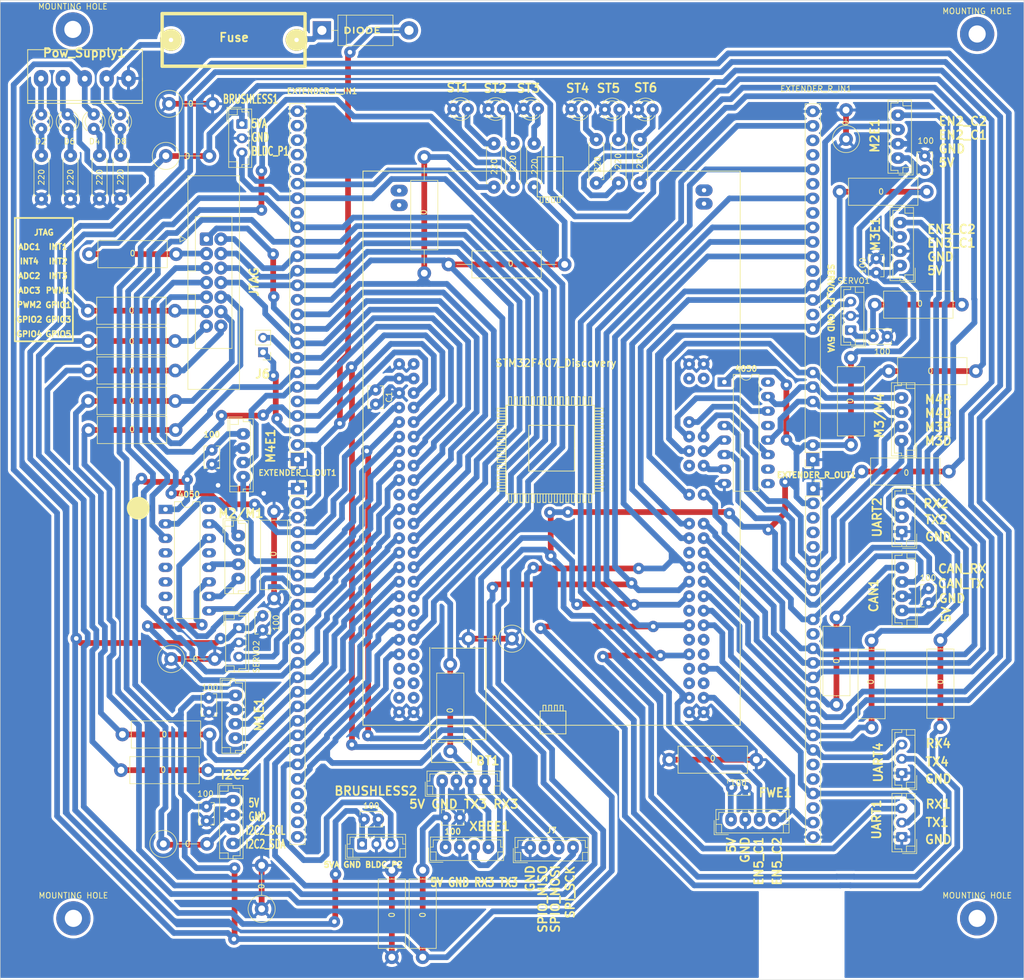
<source format=kicad_pcb>
(kicad_pcb (version 20211014) (generator pcbnew)
  (layers (0 "F.Cu" signal) (31 "B.Cu" signal) (34 "B.Paste" user) (35 "F.Paste" user) (36 "B.SilkS" user "B.Silkscreen") (37 "F.SilkS" user "F.Silkscreen") (38 "B.Mask" user) (39 "F.Mask" user) (44 "Edge.Cuts" user))
  (net 0 "")
  (net 1 "/RX3")
  (net 2 "/TX3")
  (net 3 "GND")
  (net 4 "+5V")
  (net 5 "/VDD")
  (net 6 "+3V3")
  (net 7 "/CAN_RX")
  (net 8 "/CAN_TX")
  (net 9 "Net-(D1-Pad1)")
  (net 10 "Net-(D2-Pad1)")
  (net 11 "+12V")
  (net 12 "Net-(D3-Pad1)")
  (net 13 "Net-(D4-Pad1)")
  (net 14 "Net-(D5-Pad1)")
  (net 15 "Net-(D6-Pad1)")
  (net 16 "+5VA")
  (net 17 "Net-(D7-Pad1)")
  (net 18 "Net-(D8-Pad1)")
  (net 19 "Net-(D9-Pad1)")
  (net 20 "Net-(D10-Pad1)")
  (net 21 "/NRST")
  (net 22 "/ADC1")
  (net 23 "/SPI_MISO")
  (net 24 "/EN4_C1")
  (net 25 "/M2P")
  (net 26 "/JRST")
  (net 27 "/PWM2")
  (net 28 "/ADC2")
  (net 29 "/LED1")
  (net 30 "/LED3")
  (net 31 "/GPIO1")
  (net 32 "/GPIO2")
  (net 33 "/GPIO4")
  (net 34 "/I2C2_SCL")
  (net 36 "/BLDC_P1")
  (net 41 "/EN4_C2")
  (net 42 "/PWM1")
  (net 43 "/M1P")
  (net 44 "/SERVO_P2")
  (net 45 "/ADC3")
  (net 46 "/LED2")
  (net 47 "/M2D")
  (net 48 "/EN1_C1")
  (net 49 "/EN1_C2")
  (net 50 "/GPIO3")
  (net 51 "/GPIO5")
  (net 52 "/I2C2_SDA")
  (net 53 "/SPI_SCK")
  (net 54 "/BLDC_P2")
  (net 58 "Net-(D11-Pad1)")
  (net 60 "/M4P")
  (net 61 "/LED4")
  (net 62 "/M4D")
  (net 63 "/M1D")
  (net 64 "/SERVO_P1")
  (net 66 "/EN3_C1")
  (net 67 "/EN2_C1")
  (net 69 "/TX2")
  (net 70 "/INT3")
  (net 71 "/INT1")
  (net 73 "/TX4")
  (net 75 "/RX1")
  (net 78 "/EN5_C1")
  (net 82 "/LED5")
  (net 83 "/M3P")
  (net 84 "/M3D")
  (net 87 "/EN3_C2")
  (net 88 "/EN2_C2")
  (net 89 "/LED6")
  (net 90 "/RX2")
  (net 91 "/INT4")
  (net 92 "/INT2")
  (net 93 "/RX4")
  (net 96 "/TX1")
  (net 98 "/EN5_C2")
  (net 122 "/SPI_MOSI")
  (footprint "Robotics_club_modFiles:Resistor_small" (layer "F.Cu") (at 152.019 33.5534 -90)
    (fp_text reference "220")
    (fp_text value "R_Small" hide)
  )
  (footprint "MountingHole:MountingHole_3mm_Pad" (layer "F.Cu") (at 233.2 169.2)
    (fp_text reference "MOUNTING HOLE")
    (fp_text value "MountingHole" hide)
  )
  (footprint "Robotics_club_modFiles:Capacitor_Disc_Small" (layer "F.Cu") (at 98.3742 149.6314 -90)
    (fp_text reference "100")
    (fp_text value "C_Small" hide)
  )
  (footprint "Robotics_club_modFiles:Capacitor_Disc_Small" (layer "F.Cu") (at 140.2 151.5364)
    (fp_text reference "100")
    (fp_text value "C_Small" hide)
  )
  (footprint "Robotics_club_modFiles:Capacitor_Disc_Small" (layer "F.Cu") (at 214.9856 67.3608)
    (fp_text reference "100")
    (fp_text value "C_Small" hide)
  )
  (footprint "Connector_JST:JST_EH_B3B-EH-A_1x03_P2.50mm_Vertical" (layer "F.Cu") (at 125.6 156.2)
    (fp_text reference "BRUSHLESS2")
    (fp_text value "BRUSHLESS2" hide)
  )
  (footprint "Resistor_THT:R_Axial_DIN0414_L11.9mm_D4.5mm_P15.24mm_Horizontal" (layer "F.Cu") (at 136.2 176 90)
    (fp_text reference "0")
    (fp_text value "R" hide)
  )
  (footprint "Robotics_club_modFiles:Resistor_small" (layer "F.Cu") (at 166.5732 32.8676 -90)
    (fp_text reference "220")
    (fp_text value "R_Small" hide)
  )
  (footprint "Resistor_THT:R_Axial_DIN0414_L11.9mm_D4.5mm_P15.24mm_Horizontal" (layer "F.Cu") (at 215.2904 61.7728)
    (fp_text reference "0")
    (fp_text value "R" hide)
  )
  (footprint "Robotics_club_modFiles:LED_D3.0mm" (layer "F.Cu") (at 83.2728 30.998 90)
    (fp_text reference "D8")
    (fp_text value "LED_Small" hide)
  )
  (footprint "Robotics_club_modFiles:jst_4" (layer "F.Cu") (at 103.9368 102.2096 -90)
    (fp_text reference "M2/M1")
    (fp_text value "Conn_01x04" hide)
  )
  (footprint "Robotics_club_modFiles:LED_D3.0mm" (layer "F.Cu") (at 170.6118 27.6098 180)
    (fp_text reference "ST5")
    (fp_text value "LED_Small" hide)
  )
  (footprint "Connector_JST:JST_EH_B3B-EH-A_1x03_P2.50mm_Vertical" (layer "F.Cu") (at 220.0148 101.4984 90)
    (fp_text reference "UART2")
    (fp_text value "Conn_01x03_Male" hide)
  )
  (footprint "Robotics_club_modFiles:jst_4" (layer "F.Cu") (at 220.0656 115.316 90)
    (fp_text reference "CAN1")
    (fp_text value "Conn_01x04_Male" hide)
  )
  (footprint "Robotics_club_modFiles:Capacitor_Disc_Small" (layer "F.Cu") (at 224.028 38.2524 90)
    (fp_text reference "100")
    (fp_text value "104nF" hide)
  )
  (footprint "Resistor_THT:R_Axial_DIN0414_L11.9mm_D4.5mm_P15.24mm_Horizontal" (layer "F.Cu") (at 214.7316 135.8 90)
    (fp_text reference "0")
    (fp_text value "R" hide)
  )
  (footprint "Robotics_club_modFiles:PinSocket_1x25_P2.54mm_Vertical" (layer "F.Cu") (at 114.3 93.98)
    (fp_text reference "EXTENDER_L_OUT1")
    (fp_text value "Conn_01x25_Female" hide)
  )
  (footprint "Robotics_club_modFiles:Capacitor_Disc_Small" (layer "F.Cu") (at 224.6884 113.9752 90)
    (fp_text reference "100")
    (fp_text value "C_Small" hide)
  )
  (footprint "Resistor_THT:R_Axial_DIN0414_L11.9mm_D4.5mm_P20.32mm_Horizontal" (layer "F.Cu") (at 140.716 54.737)
    (fp_text reference "0")
    (fp_text value "R" hide)
  )
  (footprint "Robotics_club_modFiles:LED_D3.0mm" (layer "F.Cu") (at 78.65 30.993 90)
    (fp_text reference "D4")
    (fp_text value "LED_Small" hide)
  )
  (footprint "Robotics_club_modFiles:jst_4" (layer "F.Cu") (at 139.6 145.173427)
    (fp_text reference "BT1")
    (fp_text value "Conn_01x04_Male" hide)
  )
  (footprint "Robotics_club_modFiles:Fuse_Holder" (layer "F.Cu") (at 103.3388 14.9352 180)
    (fp_text reference "Fuse")
    (fp_text value "Fuse" hide)
  )
  (footprint "Connector_JST:JST_EH_B3B-EH-A_1x03_P2.50mm_Vertical" (layer "F.Cu") (at 104.5718 30.1498 -90)
    (fp_text reference "BRUSHLESS1")
    (fp_text value "BRUSHLESS1" hide)
  )
  (footprint "Resistor_THT:R_Axial_DIN0414_L11.9mm_D4.5mm_P15.24mm_Horizontal" (layer "F.Cu") (at 110.2 113.2 90)
    (fp_text reference "0")
    (fp_text value "R" hide)
  )
  (footprint "Resistor_THT:R_Axial_DIN0414_L11.9mm_D4.5mm_P15.24mm_Horizontal" (layer "F.Cu") (at 211.1248 86.3092 90)
    (fp_text reference "0")
    (fp_text value "R" hide)
  )
  (footprint "Robotics_club_modFiles:Capacitor_Disc_Small" (layer "F.Cu") (at 98.8 130.6 -90)
    (fp_text reference "100")
    (fp_text value "C_Small" hide)
  )
  (footprint "Resistor_THT:R_Axial_DIN0414_L11.9mm_D4.5mm_P15.24mm_Horizontal" (layer "F.Cu") (at 232.9688 73.406 180)
    (fp_text reference "0")
    (fp_text value "R" hide)
  )
  (footprint "Robotics_club_modFiles:LED_D3.0mm" (layer "F.Cu") (at 156.3878 27.4828 180)
    (fp_text reference "ST3")
    (fp_text value "LED_Small" hide)
  )
  (footprint "Robotics_club_modFiles:LED_D3.0mm" (layer "F.Cu") (at 74.078 30.998 90)
    (fp_text reference "D6")
    (fp_text value "LED_Small" hide)
  )
  (footprint "Resistor_THT:R_Axial_DIN0414_L11.9mm_D4.5mm_P7.62mm_Vertical" (layer "F.Cu") (at 151.8158 120.2436 180)
    (fp_text reference "0")
    (fp_text value "R" hide)
  )
  (footprint "Robotics_club_modFiles:jst_4" (layer "F.Cu") (at 190.1444 151.892)
    (fp_text reference "FWE1")
    (fp_text value "Conn_01x04_Female" hide)
  )
  (footprint "Robotics_club_modFiles:jst_4" (layer "F.Cu") (at 103.4288 130.1496 -90)
    (fp_text reference "M1E1")
    (fp_text value "Conn_01x04_Female" hide)
  )
  (footprint "Resistor_THT:R_Axial_DIN0414_L11.9mm_D4.5mm_P7.62mm_Vertical" (layer "F.Cu") (at 91.821 26.6192)
    (fp_text reference "0")
    (fp_text value "R" hide)
  )
  (footprint "MY_LIB:Diode_Medium" (layer "F.Cu") (at 118.5672 13.7668)
    (fp_text reference "DIODE")
    (fp_text value "DIODE" hide)
  )
  (footprint "Robotics_club_modFiles:PinSocket_1x25_P2.54mm_Vertical" (layer "F.Cu") (at 204.495 94.01)
    (fp_text reference "EXTENDER_R_OUT1")
    (fp_text value "Conn_01x25_Female" hide)
  )
  (footprint "Connector_PinHeader_2.54mm:PinHeader_1x02_P2.54mm_Vertical" (layer "F.Cu") (at 108.2664 70.109 180)
    (fp_text reference "J6")
    (fp_text value "Conn_01x02_Female" hide)
  )
  (footprint "Resistor_THT:R_Axial_DIN0414_L11.9mm_D4.5mm_P15.24mm_Horizontal" (layer "F.Cu") (at 224.3836 42.0116 180)
    (fp_text reference "0")
    (fp_text value "R" hide)
  )
  (footprint "Robotics_club_modFiles:Resistor_small" (layer "F.Cu") (at 79.666 35.6616 -90)
    (fp_text reference "220")
    (fp_text value "R_Small" hide)
  )
  (footprint "Resistor_THT:R_Axial_DIN0414_L11.9mm_D4.5mm_P15.24mm_Horizontal" (layer "F.Cu") (at 141.0208 124.714 -90)
    (fp_text reference "0")
    (fp_text value "R" hide)
  )
  (footprint "MountingHole:MountingHole_3mm_Pad" (layer "F.Cu") (at 75.094 169.2)
    (fp_text reference "MOUNTING HOLE")
    (fp_text value "MountingHole" hide)
  )
  (footprint "Robotics_club_modFiles:Resistor_small" (layer "F.Cu") (at 69.506 35.6616 -90)
    (fp_text reference "220")
    (fp_text value "R_Small" hide)
  )
  (footprint "Robotics_club_modFiles:LED_D3.0mm" (layer "F.Cu") (at 150.241 27.5336 180)
    (fp_text reference "ST2")
    (fp_text value "LED_Small" hide)
  )
  (footprint "Connector_IDC:IDC-Header_2x07_P2.54mm_Latch_Vertical" (layer "F.Cu") (at 98.3604 50.292)
    (fp_text reference "JTAG")
    (fp_text value "Conn_01x14_Female" hide)
  )
  (footprint "Connector_JST:JST_EH_B3B-EH-A_1x03_P2.50mm_Vertical" (layer "F.Cu") (at 104.0384 118.4 -90)
    (fp_text reference "SERVO2")
    (fp_text value "Servo2" hide)
  )
  (footprint "Robotics_club_modFiles:Resistor_small" (layer "F.Cu") (at 148.66 33.5788 -90)
    (fp_text reference "220")
    (fp_text value "R_Small" hide)
  )
  (footprint "Robotics_club_modFiles:LED_D3.0mm" (layer "F.Cu") (at 69.4552 30.998 90)
    (fp_text reference "D2")
    (fp_text value "LED_Small" hide)
  )
  (footprint "MountingHole:MountingHole_3mm_Pad" (layer "F.Cu") (at 233.2 14.4)
    (fp_text reference "MOUNTING HOLE")
    (fp_text value "MountingHole" hide)
  )
  (footprint "Resistor_THT:R_Axial_DIN0414_L11.9mm_D4.5mm_P15.24mm_Horizontal" (layer "F.Cu") (at 98.9076 137.0076 180)
    (fp_text reference "0")
    (fp_text value "R" hide)
  )
  (footprint "Robotics_club_modFiles:LED_D3.0mm" (layer "F.Cu") (at 144.0942 27.5336 180)
    (fp_text reference "ST1")
    (fp_text value "LED_Small" hide)
  )
  (footprint "Connector_JST:JST_EH_B3B-EH-A_1x03_P2.50mm_Vertical" (layer "F.Cu") (at 211.074 66.2432 90)
    (fp_text reference "SERVO1")
    (fp_text value "Servo1" hide)
  )
  (footprint "Robotics_club_modFiles:STM32F407_Discovery" (layer "F.Cu") (at 158.75 86.9)
    (fp_text reference "S1" hide)
    (fp_text value "STM32F407_Discovery")
  )
  (footprint "Resistor_THT:R_Axial_DIN0414_L11.9mm_D4.5mm_P15.24mm_Horizontal" (layer "F.Cu") (at 92.9132 73.3044 180)
    (fp_text reference "0")
    (fp_text value "R" hide)
  )
  (footprint "Robotics_club_modFiles:Capacitor_Disc_Small" (layer "F.Cu") (at 99.314 87.2236 -90)
    (fp_text reference "100")
    (fp_text value "C_Small" hide)
  )
  (footprint "Robotics_club_modFiles:JST_5_BIG" (layer "F.Cu") (at 82.079 22.225 180)
    (fp_text reference "Pow_Supply1")
    (fp_text value "Conn_01x05" hide)
  )
  (footprint "Robotics_club_modFiles:Resistor_small" (layer "F.Cu") (at 155.702 33.5534 -90)
    (fp_text reference "220")
    (fp_text value "R_Small" hide)
  )
  (footprint "Package_DIP:DIP-16_W7.62mm_LongPads" (layer "F.Cu") (at 91.2 97.6)
    (fp_text reference "4050")
    (fp_text value "4050" hide)
  )
  (footprint "Resistor_THT:R_Axial_DIN0414_L11.9mm_D4.5mm_P15.24mm_Horizontal" (layer "F.Cu") (at 77.6732 78.6384)
    (fp_text reference "0")
    (fp_text value "R" hide)
  )
  (footprint "Resistor_THT:R_Axial_DIN0414_L11.9mm_D4.5mm_P7.62mm_Vertical" (layer "F.Cu") (at 108.0262 167.5384 90)
    (fp_text reference "0")
    (fp_text value "R" hide)
  )
  (footprint "Resistor_THT:R_Axial_DIN0414_L11.9mm_D4.5mm_P15.24mm_Horizontal" (layer "F.Cu") (at 77.724 83.7184)
    (fp_text reference "0")
    (fp_text value "R" hide)
  )
  (footprint "Robotics_club_modFiles:Resistor_small" (layer "F.Cu") (at 74.586 35.6616 -90)
    (fp_text reference "220")
    (fp_text value "R_Small" hide)
  )
  (footprint "Robotics_club_modFiles:Capacitor_Disc_Small" (layer "F.Cu") (at 190.246 146.304)
    (fp_text reference "100")
    (fp_text value "C_Small" hide)
  )
  (footprint "Robotics_club_modFiles:jst_4" (layer "F.Cu") (at 140.2 156.718)
    (fp_text reference "XBEE1")
    (fp_text value "Conn_01x04_Male" hide)
  )
  (footprint "Robotics_club_modFiles:Resistor_small" (layer "F.Cu") (at 174.244 32.8676 -90)
    (fp_text reference "220")
    (fp_text value "R_Small" hide)
  )
  (footprint "Resistor_THT:R_Axial_DIN0414_L11.9mm_D4.5mm_P15.24mm_Horizontal" (layer "F.Cu") (at 179.324 141.4272)
    (fp_text reference "0")
    (fp_text value "R" hide)
  )
  (footprint "Resistor_THT:R_Axial_DIN0414_L11.9mm_D4.5mm_P15.24mm_Horizontal" (layer "F.Cu") (at 130.8 176 90)
    (fp_text reference "0")
    (fp_text value "R" hide)
  )
  (footprint "Resistor_THT:R_Axial_DIN0414_L11.9mm_D4.5mm_P15.24mm_Horizontal" (layer "F.Cu") (at 77.8256 52.9336)
    (fp_text reference "0")
    (fp_text value "R" hide)
  )
  (footprint "Robotics_club_modFiles:LED_D3.0mm" (layer "F.Cu") (at 164.7494 27.559 180)
    (fp_text reference "ST4")
    (fp_text value "LED_Small" hide)
  )
  (footprint "MY_LIB:Capacitor_Disc_Small" (layer "F.Cu") (at 108.204 116.2304 -90)
    (fp_text reference "100")
    (fp_text value "C_Small" hide)
  )
  (footprint "Robotics_club_modFiles:Capacitor_Disc_Small" (layer "F.Cu") (at 215.5444 56.1848 90)
    (fp_text reference "100")
    (fp_text value "C_Small" hide)
  )
  (footprint "Robotics_club_modFiles:Capacitor_Disc_Small" (layer "F.Cu") (at 127.9652 76.708 -90)
    (fp_text reference "C1")
    (fp_text value "104nF")
  )
  (footprint "Robotics_club_modFiles:PinSocket_1x25_P2.54mm_Vertical" (layer "F.Cu") (at 114.275 88.87 180)
    (fp_text reference "EXTENDER_L_IN1")
    (fp_text value "Conn_01x25_Female" hide)
  )
  (footprint "MY_LIB:Capacitor_Disc_Small" (layer "F.Cu") (at 125.95 151.8412)
    (fp_text reference "100")
    (fp_text value "C_Small" hide)
  )
  (footprint "Robotics_club_modFiles:jst_4" (layer "F.Cu") (at 155 156.8)
    (fp_text reference "J7")
    (fp_text value "Conn_01x04_Male" hide)
  )
  (footprint "Resistor_THT:R_Axial_DIN0414_L11.9mm_D4.5mm_P7.62mm_Vertical" (layer "F.Cu") (at 91.2622 35.7378)
    (fp_text reference "0")
    (fp_text value "R" hide)
  )
  (footprint "Robotics_club_modFiles:Resistor_small" (layer "F.Cu") (at 83.3374 35.6108 -90)
    (fp_text reference "220")
    (fp_text value "R_Small" hide)
  )
  (footprint "Robotics_club_modFiles:jst_4" (layer "F.Cu") (at 103.0224 148.59 -90)
    (fp_text reference "I2C2")
    (fp_text value "I2C1" hide)
  )
  (footprint "Robotics_club_modFiles:jst_4" (layer "F.Cu") (at 219.964 85.598 90)
    (fp_text reference "M3/M4")
    (fp_text value "Conn_01x04" hide)
  )
  (footprint "Resistor_THT:R_Axial_DIN0414_L11.9mm_D4.5mm_P15.24mm_Horizontal" (layer "F.Cu") (at 208.5848 131.7752 90)
    (fp_text reference "0")
    (fp_text value "R" hide)
  )
  (footprint "Resistor_THT:R_Axial_DIN0414_L11.9mm_D4.5mm_P7.62mm_Vertical" (layer "F.Cu") (at 92.2 123.8)
    (fp_text reference "0")
    (fp_text value "R" hide)
  )
  (footprint "Resistor_THT:R_Axial_DIN0414_L11.9mm_D4.5mm_P15.24mm_Horizontal" (layer "F.Cu") (at 213.0044 90.9828)
    (fp_text reference "0")
    (fp_text value "R" hide)
  )
  (footprint "Robotics_club_modFiles:jst_4" (layer "F.Cu") (at 219.3544 36.1188 90)
    (fp_text reference "M2E1")
    (fp_text value "Conn_01x04_Female" hide)
  )
  (footprint "Resistor_THT:R_Axial_DIN0414_L11.9mm_D4.5mm_P15.24mm_Horizontal" (layer "F.Cu") (at 98.6536 143.256 180)
    (fp_text reference "0")
    (fp_text value "R" hide)
  )
  (footprint "Connector_JST:JST_EH_B3B-EH-A_1x03_P2.50mm_Vertical" (layer "F.Cu") (at 220.0148 154.94 90)
    (fp_text reference "UART1")
    (fp_text value "Conn_01x03_Male" hide)
  )
  (footprint "Robotics_club_modFiles:LED_D3.0mm" (layer "F.Cu") (at 176.4334 27.6098 180)
    (fp_text reference "ST6")
    (fp_text value "LED_Small" hide)
  )
  (footprint "Connector_JST:JST_EH_B3B-EH-A_1x03_P2.50mm_Vertical" (layer "F.Cu") (at 220.0148 143.764 90)
    (fp_text reference "UART4")
    (fp_text value "Conn_01x03_Male" hide)
  )
  (footprint "Resistor_THT:R_Axial_DIN0414_L11.9mm_D4.5mm_P15.24mm_Horizontal" (layer "F.Cu") (at 92.8898 68.14 180)
    (fp_text reference "0")
    (fp_text value "R" hide)
  )
  (footprint "Resistor_THT:R_Axial_DIN0414_L11.9mm_D4.5mm_P5.08mm_Vertical" (layer "F.Cu") (at 210.2612 32.7914 90)
    (fp_text reference "0")
    (fp_text value "R" hide)
  )
  (footprint "Robotics_club_modFiles:jst_4" (layer "F.Cu") (at 219.71 54.9148 90)
    (fp_text reference "M3E1")
    (fp_text value "Conn_01x04_Female" hide)
  )
  (footprint "Resistor_THT:R_Axial_DIN0414_L11.9mm_D4.5mm_P7.62mm_Vertical" (layer "F.Cu") (at 90.8304 156.1592)
    (fp_text reference "0")
    (fp_text value "R" hide)
  )
  (footprint "Resistor_THT:R_Axial_DIN0414_L11.9mm_D4.5mm_P20.32mm_Horizontal" (layer "F.Cu") (at 136.4742 56.261 90)
    (fp_text reference "0")
    (fp_text value "R" hide)
  )
  (footprint "Robotics_club_modFiles:Resistor_small" (layer "F.Cu") (at 170.4594 32.8676 -90)
    (fp_text reference "220")
    (fp_text value "R_Small" hide)
  )
  (footprint "Resistor_THT:R_Axial_DIN0414_L11.9mm_D4.5mm_P15.24mm_Horizontal" (layer "F.Cu") (at 77.6224 62.8396)
    (fp_text reference "0")
    (fp_text value "R" hide)
  )
  (footprint "Resistor_THT:R_Axial_DIN0414_L11.9mm_D4.5mm_P15.24mm_Horizontal" (layer "F.Cu") (at 226.7712 135.7376 90)
    (fp_text reference "0")
    (fp_text value "R" hide)
  )
  (footprint "Robotics_club_modFiles:jst_4" (layer "F.Cu") (at 104.8 84.4 -90)
    (fp_text reference "M4E1")
    (fp_text value "Conn_01x04_Female" hide)
  )
  (footprint "Robotics_club_modFiles:PinSocket_1x25_P2.54mm_Vertical" (layer "F.Cu") (at 204.445 88.9 180)
    (fp_text reference "EXTENDER_R_IN1")
    (fp_text value "Conn_01x25_Female" hide)
  )
  (footprint "MountingHole:MountingHole_3mm_Pad" (layer "F.Cu") (at 75 13.6)
    (fp_text reference "MOUNTING HOLE")
    (fp_text value "MountingHole" hide)
  )
  (footprint "Package_DIP:DIP-16_W7.62mm_LongPads" (layer "F.Cu") (at 188.975 75.325)
    (fp_text reference "4050")
    (fp_text value "4050" hide)
  )
  (gr_rect (start 64.84 46.6) (end 75 68.19) (layer "F.SilkS") (width 0.3) (fill none))
  (gr_circle (center 86.43 97.4) (end 87.43 97.4) (layer "F.SilkS") (width 2) (fill none))
  (gr_rect (start 241.37 179.95) (end 62.3 8.5) (layer "Edge.Cuts") (width 0.1) (fill none))
  (gr_text "GPIO1" (at 72.46 61.84) (layer "F.SilkS") (effects (font (size 1 1) (thickness 0.25))))
  (gr_text "GPIO2\n" (at 67.38 64.38) (layer "F.SilkS") (effects (font (size 1 1) (thickness 0.25))))
  (gr_text "GPIO5" (at 72.46 66.92) (layer "F.SilkS") (effects (font (size 1 1) (thickness 0.25))))
  (gr_text "5V\nGND\n" (at 105.6 150.2) (layer "F.SilkS") (effects (font (size 1.5 1) (thickness 0.25)) (justify left)))
  (gr_text "RX4" (at 226.4 138.6) (layer "F.SilkS") (effects (font (size 1.5 1.5) (thickness 0.3))))
  (gr_text "GND" (at 192.6 157.2 90) (layer "F.SilkS") (effects (font (size 1.5 1.5) (thickness 0.3))))
  (gr_text "5V GND TX3 RX3" (at 143.4 149.2) (layer "F.SilkS") (effects (font (size 1.5 1.5) (thickness 0.3))))
  (gr_text "EN3_C2\nEN3_C1\nGND\n5V" (at 224.3 52.2) (layer "F.SilkS") (effects (font (size 1.5 1.5) (thickness 0.3)) (justify left)))
  (gr_text "TX1" (at 226.2 152.4) (layer "F.SilkS") (effects (font (size 1.5 1.5) (thickness 0.3))))
  (gr_text "SPIO_MISO" (at 157.2 165.8 90) (layer "F.SilkS") (effects (font (size 1.5 1.5) (thickness 0.3))))
  (gr_text "GND" (at 155 162.2 90) (layer "F.SilkS") (effects (font (size 1.5 1.5) (thickness 0.3))))
  (gr_text "EN5_C1" (at 195 159.2 90) (layer "F.SilkS") (effects (font (size 1.5 1.5) (thickness 0.3))))
  (gr_text "GPIO3" (at 72.46 64.38) (layer "F.SilkS") (effects (font (size 1 1) (thickness 0.25))))
  (gr_text "ADC3" (at 67.38 59.3) (layer "F.SilkS") (effects (font (size 1 1) (thickness 0.25))))
  (gr_text "5V" (at 227.8 116 90) (layer "F.SilkS") (effects (font (size 1.5 1.5) (thickness 0.3))))
  (gr_text "SERVO_P1 GND 5VA" (at 207.6 62.4 270) (layer "F.SilkS") (effects (font (size 1.05 1.05) (thickness 0.2625))))
  (gr_text "RX2" (at 226 96.6) (layer "F.SilkS") (effects (font (size 1.5 1.5) (thickness 0.3))))
  (gr_text "5VA GND BLDC_P2" (at 125.8 159.8) (layer "F.SilkS") (effects (font (size 1 1) (thickness 0.25))))
  (gr_text "SPI_SCK" (at 162 164.6 90) (layer "F.SilkS") (effects (font (size 1.5 1.5) (thickness 0.3))))
  (gr_text "TX2" (at 226 99.4) (layer "F.SilkS") (effects (font (size 1.5 1.5) (thickness 0.3))))
  (gr_text "5V" (at 190.2 156.4 90) (layer "F.SilkS") (effects (font (size 1.5 1.5) (thickness 0.3))))
  (gr_text "EN2_C2\nEN2_C1\nGND\n5V" (at 226.3 33.3) (layer "F.SilkS") (effects (font (size 1.5 1.5) (thickness 0.3)) (justify left)))
  (gr_text "GND" (at 228.8 113.2) (layer "F.SilkS") (effects (font (size 1.5 1.5) (thickness 0.3))))
  (gr_text "CAN_TX" (at 230.4 110.6) (layer "F.SilkS") (effects (font (size 1.5 1.5) (thickness 0.3))))
  (gr_text "ADC1" (at 67.38 51.68) (layer "F.SilkS") (effects (font (size 1 1) (thickness 0.25))))
  (gr_text "SPIO_MOSI" (at 159.4 165.8 90) (layer "F.SilkS") (effects (font (size 1.5 1.5) (thickness 0.3))))
  (gr_text "ADC2" (at 67.370008 56.741611) (layer "F.SilkS") (effects (font (size 1 1) (thickness 0.25))))
  (gr_text "I2C2_SCL\nI2C2_SDA" (at 108.7 155) (layer "F.SilkS") (effects (font (size 1.5 1) (thickness 0.25))))
  (gr_text "GND" (at 226.4 155.4) (layer "F.SilkS") (effects (font (size 1.5 1.5) (thickness 0.3))))
  (gr_text "INT2" (at 72.420952 54.19162) (layer "F.SilkS") (effects (font (size 1 1) (thickness 0.25))))
  (gr_text "5V GND RX3 TX3" (at 145.2 162.9) (layer "F.SilkS") (effects (font (size 1.5 1.2) (thickness 0.3))))
  (gr_text "GND" (at 226.4 102.4) (layer "F.SilkS") (effects (font (size 1.5 1.5) (thickness 0.3))))
  (gr_text "INT3" (at 72.420952 56.741611) (layer "F.SilkS") (effects (font (size 1 1) (thickness 0.25))))
  (gr_text "EN5_C2" (at 198.2 159.2 90) (layer "F.SilkS") (effects (font (size 1.5 1.5) (thickness 0.3))))
  (gr_text "M4P\nM4D\nM3P\nM3D" (at 226.4 82) (layer "F.SilkS") (effects (font (size 1.5 1.5) (thickness 0.3))))
  (gr_text "TX4" (at 226.2 141.8) (layer "F.SilkS") (effects (font (size 1.5 1.5) (thickness 0.3))))
  (gr_text "PWM2" (at 67.370008 61.792556) (layer "F.SilkS") (effects (font (size 1 1) (thickness 0.25))))
  (gr_text "INT1" (at 72.420952 51.641629) (layer "F.SilkS") (effects (font (size 1 1) (thickness 0.25))))
  (gr_text "JTAG" (at 69.92 49.14) (layer "F.SilkS") (effects (font (size 1 1) (thickness 0.25))))
  (gr_text "GPIO4\n" (at 67.38 66.92) (layer "F.SilkS") (effects (font (size 1 1) (thickness 0.25))))
  (gr_text "PWM1" (at 72.420952 59.291603) (layer "F.SilkS") (effects (font (size 1 1) (thickness 0.25))))
  (gr_text "CAN_RX" (at 230.6 108) (layer "F.SilkS") (effects (font (size 1.5 1.5) (thickness 0.3))))
  (gr_text "INT4" (at 67.370008 54.19162) (layer "F.SilkS") (effects (font (size 1 1) (thickness 0.25))))
  (gr_text "RX1" (at 226.4 149.2) (layer "F.SilkS") (effects (font (size 1.5 1.5) (thickness 0.3))))
  (gr_text "GND" (at 226.4 144.8) (layer "F.SilkS") (effects (font (size 1.5 1.5) (thickness 0.3))))
  (gr_text "5VA\nGND\nBLDC_P1" (at 106.1 32.5) (layer "F.SilkS") (effects (font (size 1.5 1) (thickness 0.25)) (justify left)))
  (segment (start 147.1 147.020642) (end 147.1 145.173427) (width 1) (layer "B.Cu") (net 1))
  (segment (start 140.109732 137.754489) (end 143.154489 137.754489) (width 1) (layer "B.Cu") (net 1))
  (segment (start 135.864221 142) (end 140.109732 137.754489) (width 1) (layer "B.Cu") (net 1))
  (segment (start 114.3 144.78) (end 114.737748 144.78) (width 1) (layer "B.Cu") (net 1))
  (segment (start 130.7388 122.968) (end 132.08 122.968) (width 1) (layer "B.Cu") (net 1))
  (segment (start 118.749195 140.349195) (end 119.5 141.1) (width 1) (layer "B.Cu") (net 1))
  (segment (start 118.749195 140.349195) (end 119.549195 139.549195) (width 1) (layer "B.Cu") (net 1))
  (segment (start 147.1 141.7) (end 147.1 145.173427) (width 1) (layer "B.Cu") (net 1))
  (segment (start 129.7548 128.9812) (end 129.7548 123.952) (width 1) (layer "B.Cu") (net 1))
  (segment (start 117.849195 141.249195) (end 117.99839 141.1) (width 1) (layer "B.Cu") (net 1))
  (segment (start 120.94808 138.15031) (end 120.94808 137.78792) (width 1) (layer "B.Cu") (net 1))
  (segment (start 117.99839 141.1) (end 119.5 141.1) (width 1) (layer "B.Cu") (net 1))
  (segment (start 149.69952 149.620162) (end 147.1 147.020642) (width 1) (layer "B.Cu") (net 1))
  (segment (start 120.94808 137.78792) (end 129.7548 128.9812) (width 1) (layer "B.Cu") (net 1))
  (segment (start 119.5 139.59839) (end 119.549195 139.549195) (width 1) (layer "B.Cu") (net 1))
  (segment (start 117.849195 141.249195) (end 118.749195 140.349195) (width 1) (layer "B.Cu") (net 1))
  (segment (start 145.2 156.718) (end 145.2 158.918) (width 1) (layer "B.Cu") (net 1))
  (segment (start 143.154489 137.754489) (end 147.1 141.7) (width 1) (layer "B.Cu") (net 1))
  (segment (start 149.69952 157.746228) (end 149.69952 149.620162) (width 1) (layer "B.Cu") (net 1))
  (segment (start 120.4 142) (end 135.864221 142) (width 1) (layer "B.Cu") (net 1))
  (segment (start 116.44952 143.068228) (end 116.44952 142.64887) (width 1) (layer "B.Cu") (net 1))
  (segment (start 146.182 159.9) (end 147.545748 159.9) (width 1) (layer "B.Cu") (net 1))
  (segment (start 119.5 141.1) (end 120.4 142) (width 1) (layer "B.Cu") (net 1))
  (segment (start 129.7548 123.952) (end 130.7388 122.968) (width 1) (layer "B.Cu") (net 1))
  (segment (start 116.44952 142.64887) (end 117.849195 141.249195) (width 1) (layer "B.Cu") (net 1))
  (segment (start 114.737748 144.78) (end 116.44952 143.068228) (width 1) (layer "B.Cu") (net 1))
  (segment (start 119.549195 139.549195) (end 120.94808 138.15031) (width 1) (layer "B.Cu") (net 1))
  (segment (start 119.5 141.1) (end 119.5 139.59839) (width 1) (layer "B.Cu") (net 1))
  (segment (start 145.2 158.918) (end 146.182 159.9) (width 1) (layer "B.Cu") (net 1))
  (segment (start 147.545748 159.9) (end 149.69952 157.746228) (width 1) (layer "B.Cu") (net 1))
  (segment (start 141.0208 139.954) (end 141.0208 124.714) (width 1) (layer "F.Cu") (net 2))
  (segment (start 134.943092 120.428) (end 138.144031 117.227061) (width 1) (layer "B.Cu") (net 2))
  (segment (start 144.904214 145.233427) (end 144.844214 145.173427) (width 1) (layer "B.Cu") (net 2))
  (segment (start 139.996188 112.021588) (end 140.352988 111.664788) (width 1) (layer "B.Cu") (net 2))
  (segment (start 138.144031 113.848345) (end 138.896188 113.096188) (width 1) (layer "B.Cu") (net 2))
  (segment (start 144.6 147.373427) (end 147.7 150.473427) (width 1) (layer "B.Cu") (net 2))
  (segment (start 140.327588 111.664788) (end 154.638751 97.353625) (width 1) (layer "B.Cu") (net 2))
  (segment (start 138.144031 117.227061) (end 135.407146 119.963946) (width 1) (layer "B.Cu") (net 2))
  (segment (start 138.144031 117.227061) (end 138.144031 113.848345) (width 1) (layer "B.Cu") (net 2))
  (segment (start 134.62 120.428) (end 134.943092 120.428) (width 1) (layer "B.Cu") (net 2))
  (segment (start 114.3812 40.7162) (end 114.275 40.61) (width 1) (layer "B.Cu") (net 2))
  (segment (start 147.7 150.473427) (end 147.7 156.718) (width 1) (layer "B.Cu") (net 2))
  (segment (start 154.638751 92.740687) (end 160.636831 86.742607) (width 1) (layer "B.Cu") (net 2))
  (segment (start 141.0208 139.954) (end 144.6 143.5332) (width 1) (layer "B.Cu") (net 2))
  (segment (start 139.996188 113.096188) (end 139.996188 112.021588) (width 1) (layer "B.Cu") (net 2))
  (segment (start 140.327588 111.664788) (end 140.352988 111.664788) (width 1) (layer "B.Cu") (net 2))
  (segment (start 140.766159 38.29096) (end 130.145295 38.29096) (width 1) (layer "B.Cu") (net 2))
  (segment (start 138.144031 113.848345) (end 139.641788 112.350588) (width 1) (layer "B.Cu") (net 2))
  (segment (start 144.6 143.5332) (end 144.6 145.173427) (width 1) (layer "B.Cu") (net 2))
  (segment (start 139.641788 112.350588) (end 140.327588 111.664788) (width 1) (layer "B.Cu") (net 2))
  (segment (start 141.0208 114.1208) (end 141.0208 124.714) (width 1) (layer "B.Cu") (net 2))
  (segment (start 144.6 145.173427) (end 144.6 147.373427) (width 1) (layer "B.Cu") (net 2))
  (segment (start 130.145295 38.29096) (end 127.720055 40.7162) (width 1) (layer "B.Cu") (net 2))
  (segment (start 139.996188 113.096188) (end 141.0208 114.1208) (width 1) (layer "B.Cu") (net 2))
  (segment (start 160.636831 58.161631) (end 140.766159 38.29096) (width 1) (layer "B.Cu") (net 2))
  (segment (start 160.636831 86.742607) (end 160.636831 58.161631) (width 1) (layer "B.Cu") (net 2))
  (segment (start 138.896188 113.096188) (end 139.996188 113.096188) (width 1) (layer "B.Cu") (net 2))
  (segment (start 127.720055 40.7162) (end 114.3812 40.7162) (width 1) (layer "B.Cu") (net 2))
  (segment (start 154.638751 97.353625) (end 154.638751 92.740687) (width 1) (layer "B.Cu") (net 2))
  (segment (start 179.324 141.4272) (end 194.564 141.4272) (width 1) (layer "F.Cu") (net 3))
  (segment (start 210.2612 27.7114) (end 210.2612 32.7914) (width 1) (layer "F.Cu") (net 3))
  (segment (start 151.8158 120.2436) (end 144.1958 120.2436) (width 1) (layer "F.Cu") (net 3))
  (segment (start 99.82 123.8) (end 92.2 123.8) (width 1) (layer "F.Cu") (net 3))
  (segment (start 130.8 176) (end 130.8 160.76) (width 1) (layer "F.Cu") (net 3))
  (segment (start 100.4 93.4) (end 101 94) (width 1) (layer "F.Cu") (net 3))
  (segment (start 99.441 26.6192) (end 91.821 26.6192) (width 1) (layer "F.Cu") (net 3))
  (segment (start 110.2 97.96) (end 110.2 113.2) (width 1) (layer "F.Cu") (net 3))
  (segment (start 101 94) (end 107.6 94) (width 1) (layer "F.Cu") (net 3))
  (segment (start 107.6 94) (end 108.4 94.8) (width 1) (layer "F.Cu") (net 3))
  (segment (start 108.0262 167.5384) (end 108.0262 159.9184) (width 1) (layer "F.Cu") (net 3))
  (via (at 108.4 94.8) (size 2) (drill 0.8) (layers "F.Cu" "B.Cu") (net 3))
  (via (at 100.4 93.4) (size 2) (drill 0.8) (layers "F.Cu" "B.Cu") (net 3))
  (segment (start 223.019863 112.816) (end 220.0656 112.816) (width 1) (layer "B.Cu") (net 3))
  (segment (start 128.31 155.99) (end 128.31 151.9004) (width 1) (layer "B.Cu") (net 3))
  (segment (start 128.31 151.9004) (end 128.2508 151.8412) (width 1) (layer "B.Cu") (net 3))
  (segment (start 142.7 150.122187) (end 142.1 149.522187) (width 1) (layer "B.Cu") (net 3))
  (segment (start 108.1532 118.6796) (end 108.204 118.7304) (width 1) (layer "B.Cu") (net 3))
  (segment (start 100.6 123.8) (end 99.82 123.8) (width 1) (layer "B.Cu") (net 3))
  (segment (start 219.71 52.4148) (end 216.8144 52.4148) (width 1) (layer "B.Cu") (net 3))
  (segment (start 100.829813 151.09) (end 103.0224 151.09) (width 1) (layer "B.Cu") (net 3))
  (segment (start 114.275 88.87) (end 114.3358 88.8092) (width 1) (layer "B.Cu") (net 3))
  (segment (start 128.6772 79.208) (end 127.9652 79.208) (width 1) (layer "B.Cu") (net 3))
  (segment (start 99.314 89.7236) (end 100.728213 89.7236) (width 1) (layer "B.Cu") (net 3))
  (segment (start 224.360663 111.4752) (end 223.019863 112.816) (width 1) (layer "B.Cu") (net 3))
  (segment (start 132.08 77.248) (end 130.6372 77.248) (width 1) (layer "B.Cu") (net 3))
  (segment (start 103.5 120.9) (end 100.6 123.8) (width 1) (layer "B.Cu") (net 3))
  (segment (start 224.6884 111.4752) (end 224.360663 111.4752) (width 1) (layer "B.Cu") (net 3))
  (segment (start 103.4288 132.6496) (end 99.2504 132.6496) (width 1) (layer "B.Cu") (net 3))
  (segment (start 100.728213 89.7236) (end 103.551813 86.9) (width 1) (layer "B.Cu") (net 3))
  (segment (start 99.2504 132.6496) (end 98.8 133.1) (width 1) (layer "B.Cu") (net 3))
  (segment (start 142.7 156.718) (end 142.7 151.5364) (width 1) (layer "B.Cu") (net 3))
  (segment (start 192.6444 151.892) (end 192.6228 151.8704) (width 1) (layer "B.Cu") (net 3))
  (segment (start 192.6228 146.4272) (end 192.746 146.304) (width 1) (layer "B.Cu") (net 3))
  (segment (start 106.0344 120.9) (end 108.204 118.7304) (width 1) (layer "B.Cu") (net 3))
  (segment (start 130.6372 77.248) (end 128.6772 79.208) (width 1) (layer "B.Cu") (net 3))
  (segment (start 224.028 35.7524) (end 221.8944 33.6188) (width 1) (layer "B.Cu") (net 3))
  (segment (start 216.8144 52.4148) (end 215.5444 53.6848) (width 1) (layer "B.Cu") (net 3))
  (segment (start 104.0384 120.9) (end 103.5 120.9) (width 1) (layer "B.Cu") (net 3))
  (segment (start 142.1 149.522187) (end 142.1 145.173427) (width 1) (layer "B.Cu") (net 3))
  (segment (start 142.404214 156.718) (end 142.404214 157.245748) (width 1) (layer "B.Cu") (net 3))
  (segment (start 128.1 156.2) (end 128.31 155.99) (width 1) (layer "B.Cu") (net 3))
  (segment (start 221.8944 33.6188) (end 219.3544 33.6188) (width 1) (layer "B.Cu") (net 3))
  (segment (start 98.3742 152.1314) (end 99.788413 152.1314) (width 1) (layer "B.Cu") (net 3))
  (segment (start 103.551813 86.9) (end 104.8 86.9) (width 1) (layer "B.Cu") (net 3))
  (segment (start 142.404214 157.045) (end 142.404214 156.718) (width 1) (layer "B.Cu") (net 3))
  (segment (start 104.0384 120.9) (end 106.0344 120.9) (width 1) (layer "B.Cu") (net 3))
  (segment (start 99.788413 152.1314) (end 100.829813 151.09) (width 1) (layer "B.Cu") (net 3))
  (segment (start 142.7 151.5364) (end 142.7 150.122187) (width 1) (layer "B.Cu") (net 3))
  (segment (start 192.6228 151.8704) (end 192.6228 146.4272) (width 1) (layer "B.Cu") (net 3))
  (segment (start 199.6 92.8) (end 199.6 98.212017) (width 1) (layer "F.Cu") (net 4))
  (segment (start 103.288 172.7084) (end 103.288 160.401) (width 1) (layer "F.Cu") (net 4))
  (segment (start 189.625089 98.083489) (end 161.606111 98.083489) (width 1) (layer "F.Cu") (net 4))
  (segment (start 158.5976 98.298) (end 158.5976 105.736922) (width 1) (layer "F.Cu") (net 4))
  (segment (start 103.1748 172.8216) (end 103.288 172.7084) (width 1) (layer "F.Cu") (net 4))
  (segment (start 94.6 92.8) (end 95 92.4) (width 1) (layer "F.Cu") (net 4))
  (segment (start 199.825818 85.425818) (end 199.856313 85.456313) (width 1) (layer "F.Cu") (net 4))
  (segment (start 199.825818 75.825818) (end 199.825818 85.425818) (width 1) (layer "F.Cu") (net 4))
  (segment (start 158.5976 105.736922) (end 158.611939 105.751261) (width 1) (layer "F.Cu") (net 4))
  (segment (start 189.8396 98.298) (end 189.625089 98.083489) (width 1) (layer "F.Cu") (net 4))
  (segment (start 87.005298 92.194702) (end 87.610596 92.8) (width 1) (layer "F.Cu") (net 4))
  (segment (start 87.610596 92.8) (end 94.6 92.8) (width 1) (layer "F.Cu") (net 4))
  (segment (start 211.1248 86.3092) (end 211.1248 71.0692) (width 1) (layer "F.Cu") (net 4))
  (segment (start 158.4452 98.1456) (end 158.5976 98.298) (width 1) (layer "F.Cu") (net 4))
  (segment (start 161.606111 98.083489) (end 161.5948 98.0948) (width 1) (layer "F.Cu") (net 4))
  (segment (start 199.6 98.212017) (end 196.650917 101.1611) (width 1) (layer "F.Cu") (net 4))
  (segment (start 136.2 176) (end 136.2 160.76) (width 1) (layer "F.Cu") (net 4))
  (via (at 199.825818 75.825818) (size 2) (drill 0.8) (layers "F.Cu" "B.Cu") (net 4))
  (via (at 199.6 92.8) (size 2) (drill 0.8) (layers "F.Cu" "B.Cu") (net 4))
  (via (at 158.4452 98.1456) (size 2) (drill 0.8) (layers "F.Cu" "B.Cu") (net 4))
  (via (at 158.611939 105.751261) (size 2) (drill 0.8) (layers "F.Cu" "B.Cu") (net 4))
  (via (at 196.650917 101.1611) (size 2) (drill 0.8) (layers "F.Cu" "B.Cu") (net 4))
  (via (at 161.5948 98.0948) (size 2) (drill 0.8) (layers "F.Cu" "B.Cu") (net 4))
  (via (at 103.288 160.401) (size 2) (drill 0.8) (layers "F.Cu" "B.Cu") (net 4))
  (via (at 189.8396 98.298) (size 2) (drill 0.8) (layers "F.Cu" "B.Cu") (net 4))
  (via (at 199.856313 85.456313) (size 2) (drill 0.8) (layers "F.Cu" "B.Cu") (net 4))
  (via (at 87.005298 92.194702) (size 2) (drill 0.8) (layers "F.Cu" "B.Cu") (net 4))
  (via (at 103.1748 172.8216) (size 2) (drill 0.8) (layers "F.Cu" "B.Cu") (net 4))
  (via (at 95 92.4) (size 2) (drill 0.8) (layers "F.Cu" "B.Cu") (net 4))
  (segment (start 197.84692 101.857123) (end 196.650917 100.66112) (width 1) (layer "B.Cu") (net 4))
  (segment (start 201.6 87.8) (end 202.2 87.2) (width 1) (layer "B.Cu") (net 4))
  (segment (start 165.896186 116.240316) (end 162.361369 116.240316) (width 1) (layer "B.Cu") (net 4))
  (segment (start 140.2 156.718) (end 140.2 151.5364) (width 1) (layer "B.Cu") (net 4))
  (segment (start 223.3476 115.316) (end 224.6884 113.9752) (width 1) (layer "B.Cu") (net 4))
  (segment (start 217.0684 57.7088) (end 219.8624 57.7088) (width 1) (layer "B.Cu") (net 4))
  (segment (start 215.5444 56.1848) (end 217.0684 56.1848) (width 1) (layer "B.Cu") (net 4))
  (segment (start 196.650917 100.66112) (end 192.20272 100.66112) (width 1) (layer "B.Cu") (net 4))
  (segment (start 158.496 98.0948) (end 161.5948 98.0948) (width 1) (layer "B.Cu") (net 4))
  (segment (start 169.27904 147.957356) (end 149.41624 128.094556) (width 1) (layer "B.Cu") (net 4))
  (segment (start 149.41624 128.094556) (end 149.41624 114.488402) (width 1) (layer "B.Cu") (net 4))
  (segment (start 222.8088 38.2524) (end 224.028 38.2524) (width 1) (layer "B.Cu") (net 4))
  (segment (start 102.108 171.7548) (end 92.6846 171.7548) (width 1) (layer "B.Cu") (net 4))
  (segment (start 99.1996 130.2004) (end 103.378 130.2004) (width 1) (layer "B.Cu") (net 4))
  (segment (start 225.016137 113.9752) (end 226.687911 112.303426) (width 1) (layer "B.Cu") (net 4))
  (segment (start 133.0216 172.8216) (end 103.1748 172.8216) (width 1) (layer "B.Cu") (net 4))
  (segment (start 103.378 130.2004) (end 103.4288 130.1496) (width 1) (layer "B.Cu") (net 4))
  (segment (start 87.005298 92.194702) (end 85.89952 93.30048) (width 1) (layer "B.Cu") (net 4))
  (segment (start 98.8 130.6) (end 99.1996 130.2004) (width 1) (layer "B.Cu") (net 4))
  (segment (start 98.3742 149.6314) (end 96.2152 149.6314) (width 1) (layer "B.Cu") (net 4))
  (segment (start 216.5604 57.2008) (end 217.0684 57.7088) (width 1) (layer "B.Cu") (net 4))
  (segment (start 202.735978 96.55) (end 201.6 95.414022) (width 1) (layer "B.Cu") (net 4))
  (segment (start 96.6216 160.401) (end 94.5642 158.3436) (width 1) (layer "B.Cu") (net 4))
  (segment (start 201.6 95.414022) (end 201.6 94) (width 1) (layer "B.Cu") (net 4))
  (segment (start 91.2 97.6) (end 93.4 97.6) (width 1) (layer "B.Cu") (net 4))
  (segment (start 149.41624 114.488402) (end 150.416211 113.488431) (width 1) (layer "B.Cu") (net 4))
  (segment (start 138.2636 151.5364) (end 140.2 151.5364) (width 1) (layer "B.Cu") (net 4))
  (segment (start 220.0656 115.316) (end 223.3476 115.316) (width 1) (layer "B.Cu") (net 4))
  (segment (start 218.44 56.1848) (end 219.71 54.9148) (width 1) (layer "B.Cu") (net 4))
  (segment (start 85.89952 93.30048) (end 85.89952 128.296602) (width 1) (layer "B.Cu") (net 4))
  (segment (start 226.687911 110.646974) (end 224.81632 108.775383) (width 1) (layer "B.Cu") (net 4))
  (segment (start 224.6884 113.9752) (end 225.016137 113.9752) (width 1) (layer "B.Cu") (net 4))
  (segment (start 140.2 151.5364) (end 139.6 150.9364) (width 1) (layer "B.Cu") (net 4))
  (segment (start 201.6 87.2) (end 201.6 87.8) (width 1) (layer "B.Cu") (net 4))
  (segment (start 204.495 96.55) (end 202.735978 96.55) (width 1) (layer "B.Cu") (net 4))
  (segment (start 199.856313 85.456313) (end 201.2 86.8) (width 1) (layer "B.Cu") (net 4))
  (segment (start 226.687911 112.303426) (end 226.687911 110.646974) (width 1) (layer "B.Cu") (net 4))
  (segment (start 95 91.209863) (end 98.986263 87.2236) (width 1) (layer "B.Cu") (net 4))
  (segment (start 136.2 176) (end 133.0216 172.8216) (width 1) (layer "B.Cu") (net 4))
  (segment (start 92.7354 134.4676) (end 93.8784 134.4676) (width 1) (layer "B.Cu") (net 4))
  (segment (start 217.0684 56.6928) (end 216.5604 57.2008) (width 1) (layer "B.Cu") (net 4))
  (segment (start 201.6 92.4) (end 201.6 91.6) (width 1) (layer "B.Cu") (net 4))
  (segment (start 212.598 54.712345) (end 212.598 48.4632) (width 1) (layer "B.Cu") (net 4))
  (segment (start 219.71 69.9516) (end 212.2424 69.9516) (width 1) (layer "B.Cu") (net 4))
  (segment (start 190.1444 151.892) (end 190.0936 151.8412) (width 1) (layer "B.Cu") (net 4))
  (segment (start 190.0936 146.304) (end 179.292469 135.502869) (width 1) (layer "B.Cu") (net 4))
  (segment (start 219.8624 57.7088) (end 222.0468 59.8932) (width 1) (layer "B.Cu") (net 4))
  (segment (start 94.5896 155.9306) (end 94.5896 150.5204) (width 1) (layer "B.Cu") (net 4))
  (segment (start 93.6244 133.5786) (end 92.7354 134.4676) (width 1) (layer "B.Cu") (net 4))
  (segment (start 93.9038 132.715) (end 96.0188 130.6) (width 1) (layer "B.Cu") (net 4))
  (segment (start 136.2 176) (end 140.4 176) (width 1) (layer "B.Cu") (net 4))
  (segment (start 214.945868 104.31688) (end 204.962748 114.3) (width 1) (layer "B.Cu") (net 4))
  (segment (start 201.6 91.6) (end 201.6 87.8) (width 1) (layer "B.Cu") (net 4))
  (segment (start 221.1324 36.1188) (end 219.3544 36.1188) (width 1) (layer "B.Cu") (net 4))
  (segment (start 199.8 92.6) (end 200 92.6) (width 1) (layer "B.Cu") (net 4))
  (segment (start 214.070455 56.1848) (end 212.598 54.712345) (width 1) (layer "B.Cu") (net 4))
  (segment (start 95.5294 148.9456) (end 95.5294 149.5806) (width 1) (layer "B.Cu") (net 4))
  (segment (start 77.079 22.225) (end 77.079 26.882) (width 1) (layer "B.Cu") (net 4))
  (segment (start 98.986263 87.2236) (end 99.314 87.2236) (width 1) (layer "B.Cu") (net 4))
  (segment (start 103.1748 172.8216) (end 102.108 171.7548) (width 1) (layer "B.Cu") (net 4))
  (segment (start 64.643 23.278) (end 68.22052 19.70048) (width 1) (layer "B.Cu") (net 4))
  (segment (start 202.2 87.2) (end 203.04 86.36) (width 1) (layer "B.Cu") (net 4))
  (segment (start 204.445 86.36) (end 211.074 86.36) (width 1) (layer "B.Cu") (net 4))
  (segment (start 157.508678 104.648) (end 158.611939 105.751261) (width 1) (layer "B.Cu") (net 4))
  (segment (start 99.4156 148.59) (end 103.0224 148.59) (width 1) (layer "B.Cu") (net 4))
  (segment (start 201.6 94) (end 201.6 92.4) (width 1) (layer "B.Cu") (net 4))
  (segment (start 199.825818 75.518009) (end 199.825818 75.825818) (width 1) (layer "B.Cu") (net 4))
  (segment (start 224.81632 106.103203) (end 223.029997 104.31688) (width 1) (layer "B.Cu") (net 4))
  (segment (start 92.7354 134.4676) (end 93.6498 135.382) (width 1) (layer "B.Cu") (net 4))
  (segment (start 197.833289 73.52548) (end 199.825818 75.518009) (width 1) (layer "B.Cu") (net 4))
  (segment (start 96.2152 149.6314) (end 95.5294 148.9456) (width 1) (layer "B.Cu") (net 4))
  (segment (start 204.962748 114.3) (end 204.027252 114.3) (width 1) (layer "B.Cu") (net 4))
  (segment (start 77.079 26.882) (end 78.65 28.453) (width 1) (layer "B.Cu") (net 4))
  (segment (start 203.04 86.36) (end 204.445 86.36) (width 1) (layer "B.Cu") (net 4))
  (segment (start 212.2424 69.9516) (end 211.1248 71.0692) (width 1) (layer "B.Cu") (net 4))
  (segment (start 92.070518 134.4676) (end 92.7354 134.4676) (width 1) (layer "B.Cu") (net 4))
  (segment (start 158.4452 98.1456) (end 158.496 98.0948) (width 1) (layer "B.Cu") (net 4))
  (segment (start 217.0684 56.1848) (end 217.0684 56.6928) (width 1) (layer "B.Cu") (net 4))
  (segment (start 68.22052 19.70048) (end 74.55448 19.70048) (width 1) (layer "B.Cu") (net 4))
  (segment (start 223.029997 104.31688) (end 214.945868 104.31688) (width 1) (layer "B.Cu") (net 4))
  (segment (start 222.123 38.9382) (end 222.8088 38.2524) (width 1) (layer "B.Cu") (net 4))
  (segment (start 150.416211 107.850989) (end 153.6192 104.648) (width 1) (layer "B.Cu") (net 4))
  (segment (start 222.2754 37.2618) (end 221.1324 36.1188) (width 1) (layer "B.Cu") (net 4))
  (segment (start 201.4 92.6) (end 201.6 92.4) (width 1) (layer "B.Cu") (net 4))
  (segment (start 192.20272 100.66112) (end 189.8396 98.298) (width 1) (layer "B.Cu") (net 4))
  (segment (start 72.2376 98.2376) (end 64.643 90.643) (width 1) (layer "B.Cu") (net 4))
  (segment (start 190.77452 73.52548) (end 197.833289 73.52548) (width 1) (layer "B.Cu") (net 4))
  (segment (start 162.361369 116.240316) (end 160.84624 114.725187) (width 1) (layer "B.Cu") (net 4))
  (segment (start 95.5294 149.5806) (end 94.5896 150.5204) (width 1) (layer "B.Cu") (net 4))
  (segment (start 200.6 92.6) (end 200.6 93) (width 1) (layer "B.Cu") (net 4))
  (segment (start 92.6846 171.7548) (end 72.2376 151.3078) (width 1) (layer "B.Cu") (net 4))
  (segment (start 72.2376 151.3078) (end 72.2376 98.2376) (width 1) (layer "B.Cu") (net 4))
  (segment (start 224.81632 108.775383) (end 224.81632 106.103203) (width 1) (layer "B.Cu") (net 4))
  (segment (start 140.4 176) (end 148.42796 167.97204) (width 1) (layer "B.Cu") (net 4))
  (segment (start 200.6 93) (end 201.6 94) (width 1) (layer "B.Cu") (net 4))
  (segment (start 222.2754 38.7858) (end 222.123 38.9382) (width 1) (layer "B.Cu") (net 4))
  (segment (start 188.975 75.325) (end 190.77452 73.52548) (width 1) (layer "B.Cu") (net 4))
  (segment (start 201.6 91.6) (end 200.6 92.6) (width 1) (layer "B.Cu") (net 4))
  (segment (start 200.6 92.6) (end 200 92.6) (width 1) (layer "B.Cu") (net 4))
  (segment (start 199.6 92.8) (end 199.8 92.6) (width 1) (layer "B.Cu") (net 4))
  (segment (start 93.9038 133.5786) (end 93.6244 133.5786) (width 1) (layer "B.Cu") (net 4))
  (segment (start 96.0188 130.6) (end 98.8 130.6) (width 1) (layer "B.Cu") (net 4))
  (segment (start 212.598 48.4632) (end 222.123 38.9382) (width 1) (layer "B.Cu") (net 4))
  (segment (start 103.288 160.401) (end 96.6216 160.401) (width 1) (layer "B.Cu") (net 4))
  (segment (start 162.188243 167.97204) (end 169.27904 160.881243) (width 1) (layer "B.Cu") (net 4))
  (segment (start 153.6192 104.648) (end 157.508678 104.648) (width 1) (layer "B.Cu") (net 4))
  (segment (start 179.292469 135.502869) (end 179.292469 129.636599) (width 1) (layer "B.Cu") (net 4))
  (segment (start 190.246 146.304) (end 190.0936 146.304) (width 1) (layer "B.Cu") (net 4))
  (segment (start 201.8 86.8) (end 202.2 87.2) (width 1) (layer "B.Cu") (net 4))
  (segment (start 136.2 153.6) (end 138.2636 151.5364) (width 1) (layer "B.Cu") (net 4))
  (segment (start 98.3742 149.6314) (end 99.4156 148.59) (width 1) (layer "B.Cu") (net 4))
  (segment (start 222.0468 59.8932) (end 222.0468 67.6148) (width 1) (layer "B.Cu") (net 4))
  (segment (start 222.2754 37.2618) (end 222.2754 38.7858) (width 1) (layer "B.Cu") (net 4))
  (segment (start 224.028 38.2524) (end 223.266 38.2524) (width 1) (layer "B.Cu") (net 4))
  (segment (start 190.0936 146.4564) (end 190.246 146.304) (width 1) (layer "B.Cu") (net 4))
  (segment (start 200 92.6) (end 201.4 92.6) (width 1) (layer "B.Cu") (net 4))
  (segment (start 222.0468 67.6148) (end 219.71 69.9516) (width 1) (layer "B.Cu") (net 4))
  (segment (start 93.9038 133.5786) (end 93.9038 132.715) (width 1) (layer "B.Cu") (net 4))
  (segment (start 217.0684 56.1848) (end 218.44 56.1848) (width 1) (layer "B.Cu") (net 4))
  (segment (start 204.027252 114.3) (end 197.84692 108.119668) (width 1) (layer "B.Cu") (net 4))
  (segment (start 223.266 38.2524) (end 222.2754 37.2618) (width 1) (layer "B.Cu") (net 4))
  (segment (start 201.2 86.8) (end 201.6 87.2) (width 1) (layer "B.Cu") (net 4))
  (segment (start 211.074 86.36) (end 211.1248 86.3092) (width 1) (layer "B.Cu") (net 4))
  (segment (start 74.55448 19.70048) (end 77.079 22.225) (width 1) (layer "B.Cu") (net 4))
  (segment (start 215.5444 56.1848) (end 214.070455 56.1848) (width 1) (layer "B.Cu") (net 4))
  (segment (start 93.4 97.6) (end 95 96) (width 1) (layer "B.Cu") (net 4))
  (segment (start 150.416211 113.488431) (end 150.416211 107.850989) (width 1) (layer "B.Cu") (net 4))
  (segment (start 64.643 90.643) (end 64.643 23.278) (width 1) (layer "B.Cu") (net 4))
  (segment (start 93.9038 135.382) (end 93.9038 133.5786) (width 1) (layer "B.Cu") (net 4))
  (segment (start 85.89952 128.296602) (end 92.070518 134.4676) (width 1) (layer "B.Cu") (net 4))
  (segment (start 160.84624 108.10424) (end 158.611939 105.869939) (width 1) (layer "B.Cu") (net 4))
  (segment (start 215.5444 56.1848) (end 216.5604 57.2008) (width 1) (layer "B.Cu") (net 4))
  (segment (start 169.27904 160.881243) (end 169.27904 147.957356) (width 1) (layer "B.Cu") (net 4))
  (segment (start 94.5642 158.3436) (end 94.5642 155.7528) (width 1) (layer "B.Cu") (net 4))
  (segment (start 139.6 150.9364) (end 139.6 145.173427) (width 1) (layer "B.Cu") (net 4))
  (segment (start 93.9038 147.32) (end 93.9038 135.382) (width 1) (layer "B.Cu") (net 4))
  (segment (start 95.5294 148.9456) (end 94.5896 148.0058) (width 1) (layer "B.Cu") (net 4))
  (segment (start 158.611939 105.869939) (end 158.611939 105.751261) (width 1) (layer "B.Cu") (net 4))
  (segment (start 95 92.4) (end 95 91.209863) (width 1) (layer "B.Cu") (net 4))
  (segment (start 94.5896 150.5204) (end 94.5896 148.0058) (width 1) (layer "B.Cu") (net 4))
  (segment (start 136.2 160.76) (end 136.2 153.6) (width 1) (layer "B.Cu") (net 4))
  (segment (start 95 96) (end 95 92.4) (width 1) (layer "B.Cu") (net 4))
  (segment (start 93.6498 135.382) (end 93.9038 135.382) (width 1) (layer "B.Cu") (net 4))
  (segment (start 201.2 86.8) (end 201.8 86.8) (width 1) (layer "B.Cu") (net 4))
  (segment (start 102.1376 84.4) (end 104.8 84.4) (width 1) (layer "B.Cu") (net 4))
  (segment (start 148.42796 167.97204) (end 162.188243 167.97204) (width 1) (layer "B.Cu") (net 4))
  (segment (start 197.84692 108.119668) (end 197.84692 101.857123) (width 1) (layer "B.Cu") (net 4))
  (segment (start 99.314 87.2236) (end 102.1376 84.4) (width 1) (layer "B.Cu") (net 4))
  (segment (start 94.5896 148.0058) (end 93.9038 147.32) (width 1) (layer "B.Cu") (net 4))
  (segment (start 196.650917 100.66112) (end 196.650917 101.1611) (width 1) (layer "B.Cu") (net 4))
  (segment (start 190.0936 151.8412) (end 190.0936 146.4564) (width 1) (layer "B.Cu") (net 4))
  (segment (start 160.84624 114.725187) (end 160.84624 108.10424) (width 1) (layer "B.Cu") (net 4))
  (segment (start 179.292469 129.636599) (end 165.896186 116.240316) (width 1) (layer "B.Cu") (net 4))
  (segment (start 121.7168 82.532922) (end 121.682861 82.566861) (width 1) (layer "F.Cu") (net 5))
  (segment (start 123.1392 70.462863) (end 121.7168 71.885263) (width 1) (layer "F.Cu") (net 5))
  (segment (start 121.7168 71.885263) (end 121.7168 82.532922) (width 1) (layer "F.Cu") (net 5))
  (segment (start 123.4694 17.58298) (end 123.1392 17.91318) (width 1) (layer "F.Cu") (net 5))
  (segment (start 123.1392 17.91318) (end 123.1392 70.462863) (width 1) (layer "F.Cu") (net 5))
  (via (at 121.682861 82.566861) (size 2) (drill 0.8) (layers "F.Cu" "B.Cu") (net 5))
  (via (at 123.4694 17.58298) (size 2) (drill 0.8) (layers "F.Cu" "B.Cu") (net 5))
  (segment (start 116.8216 86.33) (end 114.275 86.33) (width 1) (layer "B.Cu") (net 5))
  (segment (start 116.8216 86.671474) (end 117.925463 87.775337) (width 1) (layer "B.Cu") (net 5))
  (segment (start 127.28558 13.7668) (end 133.8072 13.7668) (width 1) (layer "B.Cu") (net 5))
  (segment (start 127.547463 76.708) (end 117.925463 86.33) (width 1) (layer "B.Cu") (net 5))
  (segment (start 123.4694 17.58298) (end 127.28558 13.7668) (width 1) (layer "B.Cu") (net 5))
  (segment (start 117.925463 87.775337) (end 117.925463 86.33) (width 1) (layer "B.Cu") (net 5))
  (segment (start 116.8216 86.33) (end 116.8216 86.671474) (width 1) (layer "B.Cu") (net 5))
  (segment (start 129.8752 74.708) (end 132.08 74.708) (width 1) (layer "B.Cu") (net 5))
  (segment (start 114.3 96.52) (end 116.45 96.52) (width 1) (layer "B.Cu") (net 5))
  (segment (start 116.45 96.52) (end 117.925463 95.044537) (width 1) (layer "B.Cu") (net 5))
  (segment (start 132.08 74.708) (end 134.62 74.708) (width 1) (layer "B.Cu") (net 5))
  (segment (start 127.9652 76.618) (end 129.8752 74.708) (width 1) (layer "B.Cu") (net 5))
  (segment (start 127.9652 76.708) (end 127.547463 76.708) (width 1) (layer "B.Cu") (net 5))
  (segment (start 117.925463 95.044537) (end 117.925463 87.775337) (width 1) (layer "B.Cu") (net 5))
  (segment (start 127.9652 76.708) (end 127.9652 76.618) (width 1) (layer "B.Cu") (net 5))
  (segment (start 117.925463 86.33) (end 116.8216 86.33) (width 1) (layer "B.Cu") (net 5))
  (segment (start 80.904 22.225) (end 80.904 26.0892) (width 1) (layer "B.Cu") (net 6))
  (segment (start 91.2992 16.3068) (end 92.1628 15.4432) (width 1) (layer "B.Cu") (net 6))
  (segment (start 80.904 26.0892) (end 83.2728 28.458) (width 1) (layer "B.Cu") (net 6))
  (segment (start 80.904 22.225) (end 86.8222 16.3068) (width 1) (layer "B.Cu") (net 6))
  (segment (start 86.8222 16.3068) (end 91.2992 16.3068) (width 1) (layer "B.Cu") (net 6))
  (segment (start 208.5848 116.5352) (end 208.5848 131.7752) (width 1) (layer "F.Cu") (net 7))
  (segment (start 203.25728 129.17792) (end 203.649359 129.57) (width 1) (layer "B.Cu") (net 7))
  (segment (start 204.932748 129.57) (end 207.137948 131.7752) (width 1) (layer "B.Cu") (net 7))
  (segment (start 185.3565 107.728) (end 185.7568 107.728) (width 1) (layer "B.Cu") (net 7))
  (segment (start 204.495 129.57) (end 203.64936 129.57) (width 1) (layer "B.Cu") (net 7))
  (segment (start 208.5848 116.5352) (end 217.304 107.816) (width 1) (layer "B.Cu") (net 7))
  (segment (start 217.304 107.816) (end 220.0656 107.816) (width 1) (layer "B.Cu") (net 7))
  (segment (start 185.7568 107.728) (end 194.61848 116.58968) (width 1) (layer "B.Cu") (net 7))
  (segment (start 207.137948 131.7752) (end 208.5848 131.7752) (width 1) (layer "B.Cu") (net 7))
  (segment (start 204.495 129.57) (end 204.932748 129.57) (width 1) (layer "B.Cu") (net 7))
  (segment (start 203.64936 129.57) (end 203.25728 129.17792) (width 1) (layer "B.Cu") (net 7))
  (segment (start 194.61848 116.58968) (end 194.61848 120.539121) (width 1) (layer "B.Cu") (net 7))
  (segment (start 194.61848 120.539121) (end 203.25728 129.17792) (width 1) (layer "B.Cu") (net 7))
  (segment (start 202.67 116.87) (end 204.495 116.87) (width 1) (layer "B.Cu") (net 8))
  (segment (start 204.51339 116.87) (end 215.56699 105.8164) (width 1) (layer "B.Cu") (net 8))
  (segment (start 223.3168 109.2648) (end 222.2656 110.316) (width 1) (layer "B.Cu") (net 8))
  (segment (start 215.56699 105.8164) (end 222.3516 105.8164) (width 1) (layer "B.Cu") (net 8))
  (segment (start 189 100.4) (end 189 101.700716) (width 1) (layer "B.Cu") (net 8))
  (segment (start 185.3565 95.028) (end 185.679592 95.028) (width 1) (layer "B.Cu") (net 8))
  (segment (start 223.3168 106.7816) (end 223.3168 109.2648) (width 1) (layer "B.Cu") (net 8))
  (segment (start 204.495 116.87) (end 204.51339 116.87) (width 1) (layer "B.Cu") (net 8))
  (segment (start 187.381011 96.729419) (end 187.381011 98.667148) (width 1) (layer "B.Cu") (net 8))
  (segment (start 222.3516 105.8164) (end 223.3168 106.7816) (width 1) (layer "B.Cu") (net 8))
  (segment (start 222.2656 110.316) (end 220.0656 110.316) (width 1) (layer "B.Cu") (net 8))
  (segment (start 189 101.700716) (end 200.61656 113.317278) (width 1) (layer "B.Cu") (net 8))
  (segment (start 187.381011 98.667148) (end 189.011374 100.297511) (width 1) (layer "B.Cu") (net 8))
  (segment (start 200.61656 114.81656) (end 202.67 116.87) (width 1) (layer "B.Cu") (net 8))
  (segment (start 200.61656 113.317278) (end 200.61656 114.81656) (width 1) (layer "B.Cu") (net 8))
  (segment (start 185.679592 95.028) (end 187.381011 96.729419) (width 1) (layer "B.Cu") (net 8))
  (segment (start 147.1422 33.5788) (end 144.0434 30.48) (width 1) (layer "B.Cu") (net 9))
  (segment (start 148.66 33.5788) (end 147.1422 33.5788) (width 1) (layer "B.Cu") (net 9))
  (segment (start 144.0434 30.48) (end 144.0434 27.5844) (width 1) (layer "B.Cu") (net 9))
  (segment (start 144.0434 27.5844) (end 144.0942 27.5336) (width 1) (layer "B.Cu") (net 9))
  (segment (start 69.506 31.0488) (end 69.4552 30.998) (width 1) (layer "B.Cu") (net 10))
  (segment (start 69.506 35.6616) (end 69.506 31.0488) (width 1) (layer "B.Cu") (net 10))
  (segment (start 69.429 28.4318) (end 69.4552 28.458) (width 1) (layer "B.Cu") (net 11))
  (segment (start 69.429 22.2) (end 69.429 28.4318) (width 1) (layer "B.Cu") (net 11))
  (segment (start 150.241 27.5336) (end 151.1554 28.448) (width 1) (layer "B.Cu") (net 12))
  (segment (start 151.1554 32.6898) (end 152.019 33.5534) (width 1) (layer "B.Cu") (net 12))
  (segment (start 151.1554 28.448) (end 151.1554 32.6898) (width 1) (layer "B.Cu") (net 12))
  (segment (start 79.666 32.009) (end 78.65 30.993) (width 1) (layer "B.Cu") (net 13))
  (segment (start 79.666 35.6616) (end 79.666 32.009) (width 1) (layer "B.Cu") (net 13))
  (segment (start 155.702 30.734) (end 156.337 30.099) (width 1) (layer "B.Cu") (net 14))
  (segment (start 156.337 30.099) (end 156.337 27.5336) (width 1) (layer "B.Cu") (net 14))
  (segment (start 156.337 27.5336) (end 156.3878 27.4828) (width 1) (layer "B.Cu") (net 14))
  (segment (start 155.702 33.5534) (end 155.702 30.734) (width 1) (layer "B.Cu") (net 14))
  (segment (start 74.586 31.506) (end 74.078 30.998) (width 1) (layer "B.Cu") (net 15))
  (segment (start 74.586 35.6616) (end 74.586 31.506) (width 1) (layer "B.Cu") (net 15))
  (segment (start 120.904 169.6212) (end 120.904 161.52478) (width 1) (layer "F.Cu") (net 16))
  (segment (start 120.7516 169.7736) (end 120.904 169.6212) (width 1) (layer "F.Cu") (net 16))
  (segment (start 91.2876 35.7632) (end 91.2622 35.7378) (width 1) (layer "F.Cu") (net 16))
  (segment (start 120.904 161.52478) (end 120.9548 161.47398) (width 1) (layer "F.Cu") (net 16))
  (segment (start 100.814114 120.214116) (end 100.02823 121) (width 1) (layer "F.Cu") (net 16))
  (segment (start 215.2904 61.7728) (end 230.5304 61.7728) (width 1) (layer "F.Cu") (net 16))
  (segment (start 100.02823 121) (end 76.39842 121) (width 1) (layer "F.Cu") (net 16))
  (segment (start 98.8822 35.7378) (end 98.8568 35.7632) (width 1) (layer "F.Cu") (net 16))
  (segment (start 98.8568 35.7632) (end 91.2876 35.7632) (width 1) (layer "F.Cu") (net 16))
  (segment (start 76.39842 121) (end 75.59842 120.2) (width 1) (layer "F.Cu") (net 16))
  (via (at 120.7516 169.7736) (size 2) (drill 0.8) (layers "F.Cu" "B.Cu") (net 16))
  (via (at 75.59842 120.2) (size 2) (drill 0.8) (layers "F.Cu" "B.Cu") (net 16))
  (via (at 100.814114 120.214116) (size 2) (drill 0.8) (layers "F.Cu" "B.Cu") (net 16))
  (via (at 120.9548 161.47398) (size 2) (drill 0.8) (layers "F.Cu" "B.Cu") (net 16))
  (segment (start 77.516489 34.771242) (end 77.516489 36.551958) (width 1) (layer "B.Cu") (net 16))
  (segment (start 74.436447 28.458) (end 76.127511 30.149064) (width 1) (layer "B.Cu") (net 16))
  (segment (start 214.9856 67.3608) (end 212.1916 67.3608) (width 1) (layer "B.Cu") (net 16))
  (segment (start 88.7984 40.8178) (end 88.7984 39.243) (width 1) (layer "B.Cu") (net 16))
  (segment (start 225.15959 25.2984) (end 192.747123 25.2984) (width 1) (layer "B.Cu") (net 16))
  (segment (start 67.5386 70.091558) (end 72.77008 64.860078) (width 1) (layer "B.Cu") (net 16))
  (segment (start 106 118.4) (end 106.204489 118.195511) (width 1) (layer "B.Cu") (net 16))
  (segment (start 98.8822 31.9278) (end 98.8822 35.7378) (width 1) (layer "B.Cu") (net 16))
  (segment (start 176.545911 39.967484) (end 176.545911 42.114558) (width 1) (layer "B.Cu") (net 16))
  (segment (start 104.5718 28.575) (end 103.9749 27.9781) (width 1) (layer "B.Cu") (net 16))
  (segment (start 124.5088 150.4) (end 125.95 151.8412) (width 1) (layer "B.Cu") (net 16))
  (segment (start 102.798903 168.2496) (end 93.3958 168.2496) (width 1) (layer "B.Cu") (net 16))
  (segment (start 78.962931 37.9984) (end 87.7062 37.9984) (width 1) (layer "B.Cu") (net 16))
  (segment (start 104.5718 30.1498) (end 104.5718 28.575) (width 1) (layer "B.Cu") (net 16))
  (segment (start 122.8 150.4) (end 124.5088 150.4) (width 1) (layer "B.Cu") (net 16))
  (segment (start 125.6 156.2) (end 125.6 152.1912) (width 1) (layer "B.Cu") (net 16))
  (segment (start 212.1916 67.3608) (end 211.074 66.2432) (width 1) (layer "B.Cu") (net 16))
  (segment (start 192.747123 25.2984) (end 190.735921 27.3096) (width 1) (layer "B.Cu") (net 16))
  (segment (start 73.254 27.634) (end 74.078 28.458) (width 1) (layer "B.Cu") (net 16))
  (segment (start 81.63652 47.97968) (end 88.7984 40.8178) (width 1) (layer "B.Cu") (net 16))
  (segment (start 176.545911 42.114558) (end 172.330869 46.3296) (width 1) (layer "B.Cu") (net 16))
  (segment (start 172.330869 46.3296) (end 162.8394 46.3296) (width 1) (layer "B.Cu") (net 16))
  (segment (start 103.4034 27.4066) (end 102.5906 28.2194) (width 1) (layer "B.Cu") (net 16))
  (segment (start 89.0016 37.9984) (end 91.2622 35.7378) (width 1) (layer "B.Cu") (net 16))
  (segment (start 103.7336 28.2194) (end 103.9749 27.9781) (width 1) (layer "B.Cu") (net 16))
  (segment (start 74.078 28.458) (end 74.436447 28.458) (width 1) (layer "B.Cu") (net 16))
  (segment (start 93.3958 168.2496) (end 75.4 150.2538) (width 1) (layer "B.Cu") (net 16))
  (segment (start 190.735921 27.3096) (end 189.203795 27.3096) (width 1) (layer "B.Cu") (net 16))
  (segment (start 229.51798 60.76038) (end 229.51798 29.65679) (width 1) (layer "B.Cu") (net 16))
  (segment (start 155.298447 23.495) (end 107.315 23.495) (width 1) (layer "B.Cu") (net 16))
  (segment (start 189.203795 27.3096) (end 176.545911 39.967484) (width 1) (layer "B.Cu") (net 16))
  (segment (start 120.3452 170.18) (end 104.729303 170.18) (width 1) (layer "B.Cu") (net 16))
  (segment (start 76.127511 33.382264) (end 77.516489 34.771242) (width 1) (layer "B.Cu") (net 16))
  (segment (start 120.9548 161.47398) (end 120.9548 152.2452) (width 1) (layer "B.Cu") (net 16))
  (segment (start 75.4 150.2538) (end 75.4 96.622282) (width 1) (layer "B.Cu") (net 16))
  (segment (start 106.204489 118.195511) (end 106.204489 117.902174) (width 1) (layer "B.Cu") (net 16))
  (segment (start 103.797784 118.4) (end 104.0384 118.4) (width 1) (layer "B.Cu") (net 16))
  (segment (start 103.9749 27.9781) (end 103.4034 27.4066) (width 1) (layer "B.Cu") (net 16))
  (segment (start 101.983668 120.214116) (end 103.797784 118.4) (width 1) (layer "B.Cu") (net 16))
  (segment (start 73.254 22.2) (end 73.254 27.634) (width 1) (layer "B.Cu") (net 16))
  (segment (start 158.5214 41.9862) (end 158.5214 26.717953) (width 1) (layer "B.Cu") (net 16))
  (segment (start 162.8394 46.3296) (end 158.5214 42.0116) (width 1) (layer "B.Cu") (net 16))
  (segment (start 120.9548 152.2452) (end 122.8 150.4) (width 1) (layer "B.Cu") (net 16))
  (segment (start 106.204489 117.902174) (end 107.876263 116.2304) (width 1) (layer "B.Cu") (net 16))
  (segment (start 214.9856 67.3608) (end 214.9856 62.0776) (width 1) (layer "B.Cu") (net 16))
  (segment (start 72.77008 64.860078) (end 72.77008 51.550478) (width 1) (layer "B.Cu") (net 16))
  (segment (start 104.5718 28.575) (end 104.5718 26.289) (width 1) (layer "B.Cu") (net 16))
  (segment (start 214.9856 62.0776) (end 215.2904 61.7728) (width 1) (layer "B.Cu") (net 16))
  (segment (start 76.340878 47.97968) (end 81.63652 47.97968) (width 1) (layer "B.Cu") (net 16))
  (segment (start 87.7062 37.9984) (end 89.0016 37.9984) (width 1) (layer "B.Cu") (net 16))
  (segment (start 77.516489 36.551958) (end 78.962931 37.9984) (width 1) (layer "B.Cu") (net 16))
  (segment (start 120.7516 169.7736) (end 120.3452 170.18) (width 1) (layer "B.Cu") (net 16))
  (segment (start 76.127511 30.149064) (end 76.127511 33.382264) (width 1) (layer "B.Cu") (net 16))
  (segment (start 107.876263 116.2304) (end 108.204 116.2304) (width 1) (layer "B.Cu") (net 16))
  (segment (start 125.6 152.1912) (end 125.95 151.8412) (width 1) (layer "B.Cu") (net 16))
  (segment (start 107.315 23.495) (end 104.5464 26.2636) (width 1) (layer "B.Cu") (net 16))
  (segment (start 87.7062 37.9984) (end 87.7062 38.1508) (width 1) (layer "B.Cu") (net 16))
  (segment (start 230.5304 61.7728) (end 229.51798 60.76038) (width 1) (layer "B.Cu") (net 16))
  (segment (start 104.5464 26.2636) (end 103.4034 27.4066) (width 1) (layer "B.Cu") (net 16))
  (segment (start 104.0384 118.4) (end 106 118.4) (width 1) (layer "B.Cu") (net 16))
  (segment (start 229.51798 29.65679) (end 225.15959 25.2984) (width 1) (layer "B.Cu") (net 16))
  (segment (start 67.5386 88.760882) (end 67.5386 70.091558) (width 1) (layer "B.Cu") (net 16))
  (segment (start 88.7984 39.243) (end 88.7984 38.0492) (width 1) (layer "B.Cu") (net 16))
  (segment (start 100.814114 120.214116) (end 101.983668 120.214116) (width 1) (layer "B.Cu") (net 16))
  (segment (start 104.729303 170.18) (end 102.798903 168.2496) (width 1) (layer "B.Cu") (net 16))
  (segment (start 102.5906 28.2194) (end 98.8822 31.9278) (width 1) (layer "B.Cu") (net 16))
  (segment (start 158.5468 42.0116) (end 158.5214 41.9862) (width 1) (layer "B.Cu") (net 16))
  (segment (start 75.4 96.622282) (end 67.5386 88.760882) (width 1) (layer "B.Cu") (net 16))
  (segment (start 104.5718 26.289) (end 104.5464 26.2636) (width 1) (layer "B.Cu") (net 16))
  (segment (start 87.7062 38.1508) (end 88.7984 39.243) (width 1) (layer "B.Cu") (net 16))
  (segment (start 72.77008 51.550478) (end 76.340878 47.97968) (width 1) (layer "B.Cu") (net 16))
  (segment (start 158.5214 26.717953) (end 155.298447 23.495) (width 1) (layer "B.Cu") (net 16))
  (segment (start 102.5906 28.2194) (end 103.7336 28.2194) (width 1) (layer "B.Cu") (net 16))
  (segment (start 164.7494 31.0438) (end 164.7494 27.559) (width 1) (layer "B.Cu") (net 17))
  (segment (start 166.5732 32.8676) (end 164.7494 31.0438) (width 1) (layer "B.Cu") (net 17))
  (segment (start 83.3374 35.6108) (end 83.3374 31.0626) (width 1) (layer "B.Cu") (net 18))
  (segment (start 83.3374 31.0626) (end 83.2728 30.998) (width 1) (layer "B.Cu") (net 18))
  (segment (start 170.6118 27.6098) (end 170.5864 27.6352) (width 1) (layer "B.Cu") (net 19))
  (segment (start 170.5864 27.6352) (end 170.5864 32.7406) (width 1) (layer "B.Cu") (net 19))
  (segment (start 170.5864 32.7406) (end 170.4594 32.8676) (width 1) (layer "B.Cu") (net 19))
  (segment (start 176.4334 30.6782) (end 176.4334 27.6098) (width 1) (layer "B.Cu") (net 20))
  (segment (start 176.4334 29.2558) (end 176.4334 27.6098) (width 1) (layer "B.Cu") (net 20))
  (segment (start 174.244 32.8676) (end 176.4334 30.6782) (width 1) (layer "B.Cu") (net 20))
  (segment (start 110.714679 81.732401) (end 110.49 81.507722) (width 1) (layer "F.Cu") (net 21))
  (segment (start 110.49 81.507722) (end 110.49 74.616135) (width 1) (layer "F.Cu") (net 21))
  (segment (start 110.49 74.616135) (end 110.074365 74.2005) (width 1) (layer "F.Cu") (net 21))
  (via (at 110.714679 81.732401) (size 2) (drill 0.8) (layers "F.Cu" "B.Cu") (net 21))
  (via (at 110.074365 74.2005) (size 2) (drill 0.8) (layers "F.Cu" "B.Cu") (net 21))
  (segment (start 134.943092 77.248) (end 134.62 77.248) (width 1) (layer "B.Cu") (net 21))
  (segment (start 110.714679 82.324179) (end 112.1805 83.79) (width 1) (layer "B.Cu") (net 21))
  (segment (start 136.644511 75.546581) (end 134.943092 77.248) (width 1) (layer "B.Cu") (net 21))
  (segment (start 110.074365 71.916965) (end 108.2664 70.109) (width 1) (layer "B.Cu") (net 21))
  (segment (start 130.055489 71.329419) (end 131.241419 70.143489) (width 1) (layer "B.Cu") (net 21))
  (segment (start 112.1805 83.79) (end 114.275 83.79) (width 1) (layer "B.Cu") (net 21))
  (segment (start 135.458581 70.143489) (end 136.644511 71.329419) (width 1) (layer "B.Cu") (net 21))
  (segment (start 136.644511 71.329419) (end 136.644511 75.546581) (width 1) (layer "B.Cu") (net 21))
  (segment (start 114.275 83.79) (end 117.632 83.79) (width 1) (layer "B.Cu") (net 21))
  (segment (start 131.241419 70.143489) (end 135.458581 70.143489) (width 1) (layer "B.Cu") (net 21))
  (segment (start 110.074365 74.2005) (end 110.074365 71.916965) (width 1) (layer "B.Cu") (net 21))
  (segment (start 117.632 83.79) (end 130.055489 71.366511) (width 1) (layer "B.Cu") (net 21))
  (segment (start 130.055489 71.366511) (end 130.055489 71.329419) (width 1) (layer "B.Cu") (net 21))
  (segment (start 110.714679 81.732401) (end 110.714679 82.324179) (width 1) (layer "B.Cu") (net 21))
  (segment (start 110.0444 52.9336) (end 110.0444 60.2879) (width 1) (layer "F.Cu") (net 22))
  (segment (start 110.0444 60.2879) (end 110.146 60.3895) (width 1) (layer "F.Cu") (net 22))
  (via (at 110.146 60.3895) (size 2) (drill 0.8) (layers "F.Cu" "B.Cu") (net 22))
  (via (at 110.0444 52.9336) (size 2) (drill 0.8) (layers "F.Cu" "B.Cu") (net 22))
  (segment (start 98.3604 50.216395) (end 100.134306 48.442489) (width 1) (layer "B.Cu") (net 22))
  (segment (start 125.749302 59.646849) (end 119.386151 66.01) (width 1) (layer "B.Cu") (net 22))
  (segment (start 119.386151 66.01) (end 114.275 66.01) (width 1) (layer "B.Cu") (net 22))
  (segment (start 141.143071 87.150589) (end 147.141151 81.152509) (width 1) (layer "B.Cu") (net 22))
  (segment (start 113.593796 66.01) (end 114.275 66.01) (width 1) (layer "B.Cu") (net 22))
  (segment (start 100.134306 48.442489) (end 105.553289 48.442489) (width 1) (layer "B.Cu") (net 22))
  (segment (start 147.141151 81.152509) (end 147.141151 66.98157) (width 1) (layer "B.Cu") (net 22))
  (segment (start 139.80643 59.646849) (end 125.749302 59.646849) (width 1) (layer "B.Cu") (net 22))
  (segment (start 141.143071 88.828021) (end 141.143071 87.150589) (width 1) (layer "B.Cu") (net 22))
  (segment (start 110.146 62.318748) (end 113.837252 66.01) (width 1) (layer "B.Cu") (net 22))
  (segment (start 105.553289 48.442489) (end 110.0444 52.9336) (width 1) (layer "B.Cu") (net 22))
  (segment (start 134.62 95.028) (end 134.943092 95.028) (width 1) (layer "B.Cu") (net 22))
  (segment (start 110.146 60.3895) (end 110.146 62.318748) (width 1) (layer "B.Cu") (net 22))
  (segment (start 113.837252 66.01) (end 114.275 66.01) (width 1) (layer "B.Cu") (net 22))
  (segment (start 134.943092 95.028) (end 141.143071 88.828021) (width 1) (layer "B.Cu") (net 22))
  (segment (start 147.141151 66.98157) (end 139.80643 59.646849) (width 1) (layer "B.Cu") (net 22))
  (segment (start 98.3604 50.292) (end 98.3604 50.216395) (width 1) (layer "B.Cu") (net 22))
  (segment (start 123.8 138.8) (end 123.8308 138.7692) (width 1) (layer "F.Cu") (net 23))
  (segment (start 123.8308 138.7692) (end 123.8308 72.7652) (width 1) (layer "F.Cu") (net 23))
  (via (at 123.735 72.6948) (size 2) (drill 0.8) (layers "F.Cu" "B.Cu") (net 23))
  (via (at 123.8 138.8) (size 2) (drill 0.8) (layers "F.Cu" "B.Cu") (net 23))
  (segment (start 123.8 138.8) (end 124.199511 139.199511) (width 1) (layer "B.Cu") (net 23))
  (segment (start 157.5 155.3) (end 157.5 156.8) (width 1) (layer "B.Cu") (net 23))
  (segment (start 139.643551 70.087176) (end 139.643551 77.627541) (width 1) (layer "B.Cu") (net 23))
  (segment (start 149.343734 147.143734) (end 157.5 155.3) (width 1) (layer "B.Cu") (net 23))
  (segment (start 136.544068 139.199511) (end 139.488611 136.254969) (width 1) (layer "B.Cu") (net 23))
  (segment (start 123.8308 72.7652) (end 129.451551 67.144449) (width 1) (layer "B.Cu") (net 23))
  (segment (start 114.275 78.71) (end 117.886 78.71) (width 1) (layer "B.Cu") (net 23))
  (segment (start 124.199511 139.199511) (end 136.544068 139.199511) (width 1) (layer "B.Cu") (net 23))
  (segment (start 134.943092 82.328) (end 134.62 82.328) (width 1) (layer "B.Cu") (net 23))
  (segment (start 129.451551 67.144449) (end 136.700824 67.144449) (width 1) (layer "B.Cu") (net 23))
  (segment (start 144.134327 136.254969) (end 149.343734 141.464376) (width 1) (layer "B.Cu") (net 23))
  (segment (start 149.343734 141.464376) (end 149.343734 147.143734) (width 1) (layer "B.Cu") (net 23))
  (segment (start 121.158 75.438) (end 123.8308 72.7652) (width 1) (layer "B.Cu") (net 23))
  (segment (start 136.700824 67.144449) (end 139.643551 70.087176) (width 1) (layer "B.Cu") (net 23))
  (segment (start 139.488611 136.254969) (end 144.134327 136.254969) (width 1) (layer "B.Cu") (net 23))
  (segment (start 139.643551 77.627541) (end 134.943092 82.328) (width 1) (layer "B.Cu") (net 23))
  (segment (start 117.886 78.71) (end 121.158 75.438) (width 1) (layer "B.Cu") (net 23))
  (segment (start 137.321945 65.644929) (end 141.143071 69.466055) (width 1) (layer "B.Cu") (net 24))
  (segment (start 111.888374 77.69952) (end 108.863264 77.69952) (width 1) (layer "B.Cu") (net 24))
  (segment (start 134.62 84.868) (end 134.943092 84.868) (width 1) (layer "B.Cu") (net 24))
  (segment (start 114.275 76.17) (end 117.708717 76.17) (width 1) (layer "B.Cu") (net 24))
  (segment (start 106.236701 80.326083) (end 106.236701 81.982535) (width 1) (layer "B.Cu") (net 24))
  (segment (start 106.236701 81.982535) (end 106.99952 82.745354) (width 1) (layer "B.Cu") (net 24))
  (segment (start 114.275 76.17) (end 113.417894 76.17) (width 1) (layer "B.Cu") (net 24))
  (segment (start 141.143071 69.466055) (end 141.143071 78.668021) (width 1) (layer "B.Cu") (net 24))
  (segment (start 117.708717 76.17) (end 128.233788 65.644929) (width 1) (layer "B.Cu") (net 24))
  (segment (start 105.8 89.4) (end 104.8 89.4) (width 1) (layer "B.Cu") (net 24))
  (segment (start 134.943092 84.868) (end 141.143071 78.668021) (width 1) (layer "B.Cu") (net 24))
  (segment (start 106.99952 88.20048) (end 105.8 89.4) (width 1) (layer "B.Cu") (net 24))
  (segment (start 128.233788 65.644929) (end 137.321945 65.644929) (width 1) (layer "B.Cu") (net 24))
  (segment (start 108.863264 77.69952) (end 106.236701 80.326083) (width 1) (layer "B.Cu") (net 24))
  (segment (start 106.99952 82.745354) (end 106.99952 88.20048) (width 1) (layer "B.Cu") (net 24))
  (segment (start 113.417894 76.17) (end 111.888374 77.69952) (width 1) (layer "B.Cu") (net 24))
  (segment (start 111.67904 109.67904) (end 108.641602 109.67904) (width 1) (layer "B.Cu") (net 25))
  (segment (start 99.571782 118.628726) (end 98.400497 119.800011) (width 1) (layer "B.Cu") (net 25))
  (segment (start 131.756908 89.948) (end 128.555969 93.148939) (width 1) (layer "B.Cu") (net 25))
  (segment (start 98.415095 102.68) (end 98.82 102.68) (width 1) (layer "B.Cu") (net 25))
  (segment (start 127.056449 98.027176) (end 127.056449 100.986533) (width 1) (layer "B.Cu") (net 25))
  (segment (start 99.571782 118.428218) (end 99.571782 118.628726) (width 1) (layer "B.Cu") (net 25))
  (segment (start 125.556929 102.852503) (end 119.44856 108.960873) (width 1) (layer "B.Cu") (net 25))
  (segment (start 103.409052 104.7096) (end 101.73728 103.037828) (width 1) (layer "B.Cu") (net 25))
  (segment (start 113.76 111.76) (end 111.67904 109.67904) (width 1) (layer "B.Cu") (net 25))
  (segment (start 125.556929 102.486053) (end 125.556929 102.852503) (width 1) (layer "B.Cu") (net 25))
  (segment (start 104.049519 116.55048) (end 101.44952 116.55048) (width 1) (layer "B.Cu") (net 25))
  (segment (start 101.73728 102.13728) (end 99.74 100.14) (width 1) (layer "B.Cu") (net 25))
  (segment (start 128.555969 93.148939) (end 128.555969 96.527655) (width 1) (layer "B.Cu") (net 25))
  (segment (start 108.09952 112.500479) (end 104.049519 116.55048) (width 1) (layer "B.Cu") (net 25))
  (segment (start 103.9368 104.7096) (end 103.409052 104.7096) (width 1) (layer "B.Cu") (net 25))
  (segment (start 119.44856 108.960873) (end 119.44856 109.589186) (width 1) (layer "B.Cu") (net 25))
  (segment (start 93.6 107.495095) (end 98.415095 102.68) (width 1) (layer "B.Cu") (net 25))
  (segment (start 98.400497 119.800011) (end 96.744045 119.800011) (width 1) (layer "B.Cu") (net 25))
  (segment (start 99.74 100.14) (end 98.82 100.14) (width 1) (layer "B.Cu") (net 25))
  (segment (start 128.555969 96.527655) (end 127.056449 98.027176) (width 1) (layer "B.Cu") (net 25))
  (segment (start 93.6 116.655966) (end 93.6 107.495095) (width 1) (layer "B.Cu") (net 25))
  (segment (start 119.44856 109.589186) (end 117.277747 111.76) (width 1) (layer "B.Cu") (net 25))
  (segment (start 127.056449 100.986533) (end 125.556929 102.486053) (width 1) (layer "B.Cu") (net 25))
  (segment (start 96.744045 119.800011) (end 93.6 116.655966) (width 1) (layer "B.Cu") (net 25))
  (segment (start 132.08 89.948) (end 131.756908 89.948) (width 1) (layer "B.Cu") (net 25))
  (segment (start 101.44952 116.55048) (end 99.571782 118.428218) (width 1) (layer "B.Cu") (net 25))
  (segment (start 101.73728 103.037828) (end 101.73728 102.13728) (width 1) (layer "B.Cu") (net 25))
  (segment (start 114.3 111.76) (end 113.76 111.76) (width 1) (layer "B.Cu") (net 25))
  (segment (start 108.09952 110.221122) (end 108.09952 112.500479) (width 1) (layer "B.Cu") (net 25))
  (segment (start 117.277747 111.76) (end 114.3 111.76) (width 1) (layer "B.Cu") (net 25))
  (segment (start 108.641602 109.67904) (end 108.09952 110.221122) (width 1) (layer "B.Cu") (net 25))
  (segment (start 109.7954 67.569) (end 108.2664 67.569) (width 1) (layer "B.Cu") (net 26))
  (segment (start 134.943092 89.948) (end 134.62 89.948) (width 1) (layer "B.Cu") (net 26))
  (segment (start 114.275 71.09) (end 113.3164 71.09) (width 1) (layer "B.Cu") (net 26))
  (segment (start 138.144031 85.908345) (end 138.144031 86.747061) (width 1) (layer "B.Cu") (net 26))
  (segment (start 138.564187 62.645889) (end 144.142111 68.223813) (width 1) (layer "B.Cu") (net 26))
  (segment (start 138.144031 86.747061) (end 134.943092 89.948) (width 1) (layer "B.Cu") (net 26))
  (segment (start 144.142111 79.910265) (end 138.144031 85.908345) (width 1) (layer "B.Cu") (net 26))
  (segment (start 113.3164 71.09) (end 109.7954 67.569) (width 1) (layer "B.Cu") (net 26))
  (segment (start 118.547434 71.09) (end 126.991545 62.645889) (width 1) (layer "B.Cu") (net 26))
  (segment (start 114.275 71.09) (end 118.547434 71.09) (width 1) (layer "B.Cu") (net 26))
  (segment (start 144.142111 68.223813) (end 144.142111 79.910265) (width 1) (layer "B.Cu") (net 26))
  (segment (start 126.991545 62.645889) (end 138.564187 62.645889) (width 1) (layer "B.Cu") (net 26))
  (segment (start 137.943066 64.145409) (end 127.612666 64.145409) (width 1) (layer "B.Cu") (net 27))
  (segment (start 90.662889 61.928532) (end 90.662889 84.541489) (width 1) (layer "B.Cu") (net 27))
  (segment (start 114.275 73.63) (end 113.837252 73.63) (width 1) (layer "B.Cu") (net 27))
  (segment (start 103.172263 76.2) (end 111.267252 76.2) (width 1) (layer "B.Cu") (net 27))
  (segment (start 111.267252 76.2) (end 111.335826 76.131426) (width 1) (layer "B.Cu") (net 27))
  (segment (start 99.000489 80.371774) (end 103.172263 76.2) (width 1) (layer "B.Cu") (net 27))
  (segment (start 92.15028 86.02888) (end 93.764099 86.02888) (width 1) (layer "B.Cu") (net 27))
  (segment (start 90.662889 84.541489) (end 92.15028 86.02888) (width 1) (layer "B.Cu") (net 27))
  (segment (start 134.943092 87.408) (end 136.644511 85.706581) (width 1) (layer "B.Cu") (net 27))
  (segment (start 136.644511 85.706581) (end 136.644511 85.287223) (width 1) (layer "B.Cu") (net 27))
  (segment (start 98.3604 60.452) (end 92.139421 60.452) (width 1) (layer "B.Cu") (net 27))
  (segment (start 136.644511 85.287223) (end 142.642591 79.289143) (width 1) (layer "B.Cu") (net 27))
  (segment (start 134.62 87.408) (end 134.943092 87.408) (width 1) (layer "B.Cu") (net 27))
  (segment (start 127.612666 64.145409) (end 118.128075 73.63) (width 1) (layer "B.Cu") (net 27))
  (segment (start 142.642591 79.289143) (end 142.642591 68.844934) (width 1) (layer "B.Cu") (net 27))
  (segment (start 113.837252 73.63) (end 111.267252 76.2) (width 1) (layer "B.Cu") (net 27))
  (segment (start 142.642591 68.844934) (end 137.943066 64.145409) (width 1) (layer "B.Cu") (net 27))
  (segment (start 118.128075 73.63) (end 114.275 73.63) (width 1) (layer "B.Cu") (net 27))
  (segment (start 99.000489 80.79249) (end 99.000489 80.371774) (width 1) (layer "B.Cu") (net 27))
  (segment (start 93.764099 86.02888) (end 99.000489 80.79249) (width 1) (layer "B.Cu") (net 27))
  (segment (start 92.139421 60.452) (end 90.662889 61.928532) (width 1) (layer "B.Cu") (net 27))
  (segment (start 106.7995 96.719871) (end 101.474819 96.719871) (width 1) (layer "F.Cu") (net 28))
  (segment (start 100.172263 96) (end 98.971763 94.7995) (width 1) (layer "F.Cu") (net 28))
  (segment (start 101.474819 96.719871) (end 100.754948 96) (width 1) (layer "F.Cu") (net 28))
  (segment (start 98.971763 94.7995) (end 92.2 94.7995) (width 1) (layer "F.Cu") (net 28))
  (segment (start 100.754948 96) (end 100.172263 96) (width 1) (layer "F.Cu") (net 28))
  (via (at 92.2 94.7995) (size 2) (drill 0.8) (layers "F.Cu" "B.Cu") (net 28))
  (via (at 106.7995 96.719871) (size 2) (drill 0.8) (layers "F.Cu" "B.Cu") (net 28))
  (segment (start 122.557889 94.04317) (end 122.557889 88.41156) (width 1) (layer "B.Cu") (net 28))
  (segment (start 108.000489 97.450489) (end 108.000489 98.871068) (width 1) (layer "B.Cu") (net 28))
  (segment (start 92.2 94.7995) (end 92.2 94.069021) (width 1) (layer "B.Cu") (net 28))
  (segment (start 120.58448 98.591278) (end 120.58448 96.016579) (width 1) (layer "B.Cu") (net 28))
  (segment (start 108.000489 98.871068) (end 110.729421 101.6) (width 1) (layer "B.Cu") (net 28))
  (segment (start 107.269871 96.719871) (end 108.000489 97.450489) (width 1) (layer "B.Cu") (net 28))
  (segment (start 87.663849 85.784247) (end 87.663849 60.686288) (width 1) (layer "B.Cu") (net 28))
  (segment (start 117.575758 101.6) (end 120.58448 98.591278) (width 1) (layer "B.Cu") (net 28))
  (segment (start 92.2 94.069021) (end 92.99904 93.269981) (width 1) (layer "B.Cu") (net 28))
  (segment (start 92.99904 93.269981) (end 92.99904 91.119438) (width 1) (layer "B.Cu") (net 28))
  (segment (start 122.557889 88.41156) (end 131.181449 79.788) (width 1) (layer "B.Cu") (net 28))
  (segment (start 106.7995 96.719871) (end 107.269871 96.719871) (width 1) (layer "B.Cu") (net 28))
  (segment (start 131.181449 79.788) (end 132.08 79.788) (width 1) (layer "B.Cu") (net 28))
  (segment (start 110.729421 101.6) (end 114.3 101.6) (width 1) (layer "B.Cu") (net 28))
  (segment (start 92.978137 55.372) (end 98.3604 55.372) (width 1) (layer "B.Cu") (net 28))
  (segment (start 114.3 101.6) (end 117.575758 101.6) (width 1) (layer "B.Cu") (net 28))
  (segment (start 92.99904 91.119438) (end 87.663849 85.784247) (width 1) (layer "B.Cu") (net 28))
  (segment (start 87.663849 60.686288) (end 92.978137 55.372) (width 1) (layer "B.Cu") (net 28))
  (segment (start 120.58448 96.016579) (end 122.557889 94.04317) (width 1) (layer "B.Cu") (net 28))
  (segment (start 136.4742 56.261) (end 136.4742 35.941) (width 1) (layer "F.Cu") (net 29))
  (segment (start 142.642591 89.868501) (end 134.943092 97.568) (width 1) (layer "B.Cu") (net 29))
  (segment (start 134.943092 97.568) (end 134.62 97.568) (width 1) (layer "B.Cu") (net 29))
  (segment (start 136.4742 57.023) (end 135.349871 58.147329) (width 1) (layer "B.Cu") (net 29))
  (segment (start 136.4742 57.8104) (end 136.137271 58.147329) (width 1) (layer "B.Cu") (net 29))
  (segment (start 114.275 63.47) (end 119.80551 63.47) (width 1) (layer "B.Cu") (net 29))
  (segment (start 148.640671 66.360449) (end 148.640671 81.773631) (width 1) (layer "B.Cu") (net 29))
  (segment (start 136.4742 56.261) (end 136.4742 57.277) (width 1) (layer "B.Cu") (net 29))
  (segment (start 136.137271 58.147329) (end 137.344529 58.147329) (width 1) (layer "B.Cu") (net 29))
  (segment (start 148.640671 81.773631) (end 142.642591 87.771711) (width 1) (layer "B.Cu") (net 29))
  (segment (start 137.344529 58.147329) (end 140.427552 58.147329) (width 1) (layer "B.Cu") (net 29))
  (segment (start 136.4742 57.277) (end 137.344529 58.147329) (width 1) (layer "B.Cu") (net 29))
  (segment (start 136.4742 56.261) (end 136.4742 57.023) (width 1) (layer "B.Cu") (net 29))
  (segment (start 136.4742 35.941) (end 140.536841 35.941) (width 1) (layer "B.Cu") (net 29))
  (segment (start 145.794641 41.1988) (end 148.66 41.1988) (width 1) (layer "B.Cu") (net 29))
  (segment (start 136.4742 56.261) (end 136.4742 57.8104) (width 1) (layer "B.Cu") (net 29))
  (segment (start 140.536841 35.941) (end 145.794641 41.1988) (width 1) (layer "B.Cu") (net 29))
  (segment (start 125.128181 58.147329) (end 135.349871 58.147329) (width 1) (layer "B.Cu") (net 29))
  (segment (start 142.642591 87.771711) (end 142.642591 89.868501) (width 1) (layer "B.Cu") (net 29))
  (segment (start 135.349871 58.147329) (end 136.137271 58.147329) (width 1) (layer "B.Cu") (net 29))
  (segment (start 140.427552 58.147329) (end 148.640671 66.360449) (width 1) (layer "B.Cu") (net 29))
  (segment (start 119.80551 63.47) (end 125.128181 58.147329) (width 1) (layer "B.Cu") (net 29))
  (segment (start 140.716 54.737) (end 161.036 54.737) (width 1) (layer "F.Cu") (net 30))
  (segment (start 150.140191 82.394753) (end 144.142111 88.392833) (width 1) (layer "B.Cu") (net 30))
  (segment (start 155.702 41.9862) (end 155.702 41.1734) (width 1) (layer "B.Cu") (net 30))
  (segment (start 161.036 54.737) (end 161.036 47.3202) (width 1) (layer "B.Cu") (net 30))
  (segment (start 120.224867 60.93) (end 127.124467 54.0304) (width 1) (layer "B.Cu") (net 30))
  (segment (start 134.943092 100.108) (end 134.62 100.108) (width 1) (layer "B.Cu") (net 30))
  (segment (start 144.142111 90.908981) (end 134.943092 100.108) (width 1) (layer "B.Cu") (net 30))
  (segment (start 127.124467 54.0304) (end 140.0094 54.0304) (width 1) (layer "B.Cu") (net 30))
  (segment (start 114.275 60.93) (end 120.224867 60.93) (width 1) (layer "B.Cu") (net 30))
  (segment (start 161.036 47.3202) (end 155.702 41.9862) (width 1) (layer "B.Cu") (net 30))
  (segment (start 150.140191 64.161191) (end 150.140191 82.394753) (width 1) (layer "B.Cu") (net 30))
  (segment (start 144.142111 88.392833) (end 144.142111 90.908981) (width 1) (layer "B.Cu") (net 30))
  (segment (start 140.0094 54.0304) (end 150.140191 64.161191) (width 1) (layer "B.Cu") (net 30))
  (segment (start 163.2828 114.1476) (end 173.0364 114.1476) (width 1) (layer "F.Cu") (net 31))
  (segment (start 163.189595 114.240805) (end 163.2828 114.1476) (width 1) (layer "F.Cu") (net 31))
  (segment (start 173.0364 114.1476) (end 173.1888 114.3) (width 1) (layer "F.Cu") (net 31))
  (segment (start 92.964 83.7184) (end 77.724 83.7184) (width 1) (layer "F.Cu") (net 31))
  (via (at 163.189595 114.240805) (size 2) (drill 0.8) (layers "F.Cu" "B.Cu") (net 31))
  (via (at 173.1888 114.3) (size 2) (drill 0.8) (layers "F.Cu" "B.Cu") (net 31))
  (segment (start 162.34576 113.39697) (end 162.34576 106.65736) (width 1) (layer "B.Cu") (net 31))
  (segment (start 182.493408 112.808) (end 182.8165 112.808) (width 1) (layer "B.Cu") (net 31))
  (segment (start 81.39808 116.809997) (end 81.39808 94.137795) (width 1) (layer "B.Cu") (net 31))
  (segment (start 92.826995 163.439511) (end 86.5632 157.175716) (width 1) (layer "B.Cu") (net 31))
  (segment (start 162.34576 106.65736) (end 158.3044 102.616) (width 1) (layer "B.Cu") (net 31))
  (segment (start 82.096491 122.891589) (end 82.096491 117.508408) (width 1) (layer "B.Cu") (net 31))
  (segment (start 166.28 154.432) (end 166.28 159.639) (width 1) (layer "B.Cu") (net 31))
  (segment (start 181.001408 114.3) (end 182.493408 112.808) (width 1) (layer "B.Cu") (net 31))
  (segment (start 77.024009 89.763724) (end 77.024009 84.418391) (width 1) (layer "B.Cu") (net 31))
  (segment (start 115.011038 164.973) (end 113.477549 163.439511) (width 1) (layer "B.Cu") (net 31))
  (segment (start 153.530558 102.616) (end 146.4172 109.729358) (width 1) (layer "B.Cu") (net 31))
  (segment (start 168.34384 66.812438) (end 168.34384 109.92384) (width 1) (layer "B.Cu") (net 31))
  (segment (start 166.28 159.639) (end 160.946 164.973) (width 1) (layer "B.Cu") (net 31))
  (segment (start 100.9004 60.452) (end 102.102481 60.452) (width 1) (layer "B.Cu") (net 31))
  (segment (start 81.39808 123.590001) (end 82.096491 122.891589) (width 1) (layer "B.Cu") (net 31))
  (segment (start 104.304 62.653519) (end 104.304 72.3784) (width 1) (layer "B.Cu") (net 31))
  (segment (start 77.024009 84.418391) (end 77.724 83.7184) (width 1) (layer "B.Cu") (net 31))
  (segment (start 157.3392 145.4912) (end 166.28 154.432) (width 1) (layer "B.Cu") (net 31))
  (segment (start 163.189595 114.240805) (end 162.34576 113.39697) (width 1) (layer "B.Cu") (net 31))
  (segment (start 86.5632 135.4074) (end 81.39808 130.24228) (width 1) (layer "B.Cu") (net 31))
  (segment (start 160.946 164.973) (end 115.011038 164.973) (width 1) (layer "B.Cu") (net 31))
  (segment (start 173.1888 114.3) (end 181.001408 114.3) (width 1) (layer "B.Cu") (net 31))
  (segment (start 113.477549 163.439511) (end 92.826995 163.439511) (width 1) (layer "B.Cu") (net 31))
  (segment (start 204.445 48.26) (end 186.896278 48.26) (width 1) (layer "B.Cu") (net 31))
  (segment (start 146.4172 129.3368) (end 157.3392 140.2588) (width 1) (layer "B.Cu") (net 31))
  (segment (start 81.39808 130.24228) (end 81.39808 123.590001) (width 1) (layer "B.Cu") (net 31))
  (segment (start 146.4172 109.729358) (end 146.4172 129.3368) (width 1) (layer "B.Cu") (net 31))
  (segment (start 82.096491 117.508408) (end 81.39808 116.809997) (width 1) (layer "B.Cu") (net 31))
  (segment (start 86.5632 157.175716) (end 86.5632 135.4074) (width 1) (layer "B.Cu") (net 31))
  (segment (start 186.896278 48.26) (end 168.34384 66.812438) (width 1) (layer "B.Cu") (net 31))
  (segment (start 172.72 114.3) (end 173.1888 114.3) (width 1) (layer "B.Cu") (net 31))
  (segment (start 102.102481 60.452) (end 104.304 62.653519) (width 1) (layer "B.Cu") (net 31))
  (segment (start 168.34384 109.92384) (end 172.72 114.3) (width 1) (layer "B.Cu") (net 31))
  (segment (start 104.304 72.3784) (end 92.964 83.7184) (width 1) (layer "B.Cu") (net 31))
  (segment (start 81.39808 94.137795) (end 77.024009 89.763724) (width 1) (layer "B.Cu") (net 31))
  (segment (start 157.3392 140.2588) (end 157.3392 145.4912) (width 1) (layer "B.Cu") (net 31))
  (segment (start 158.3044 102.616) (end 153.530558 102.616) (width 1) (layer "B.Cu") (net 31))
  (segment (start 92.8624 62.8396) (end 77.6224 62.8396) (width 1) (layer "F.Cu") (net 32))
  (segment (start 187.859836 19.58248) (end 99.28952 19.58248) (width 1) (layer "B.Cu") (net 32))
  (segment (start 94.020511 37.741068) (end 90.805257 40.956322) (width 1) (layer "B.Cu") (net 32))
  (segment (start 191.61944 122.24044) (end 204.029 134.65) (width 1) (layer "B.Cu") (net 32))
  (segment (start 233.63012 81.634164) (end 238.7346 76.529682) (width 1) (layer "B.Cu") (net 32))
  (segment (start 191.61944 118.040731) (end 191.61944 122.24044) (width 1) (layer "B.Cu") (net 32))
  (segment (start 186.386709 112.808) (end 191.61944 118.040731) (width 1) (layer "B.Cu") (net 32))
  (segment (start 74.2696 52.1716) (end 74.2696 59.4868) (width 1) (layer "B.Cu") (net 32))
  (segment (start 204.029 134.65) (end 204.495 134.65) (width 1) (layer "B.Cu") (net 32))
  (segment (start 185.3565 112.808) (end 186.386709 112.808) (width 1) (layer "B.Cu") (net 32))
  (segment (start 98.3604 62.992) (end 93.0148 62.992) (width 1) (layer "B.Cu") (net 32))
  (segment (start 76.962 49.4792) (end 74.2696 52.1716) (width 1) (layer "B.Cu") (net 32))
  (segment (start 99.28952 19.58248) (end 94.020511 24.851489) (width 1) (layer "B.Cu") (net 32))
  (segment (start 93.0148 62.992) (end 92.8624 62.8396) (width 1) (layer "B.Cu") (net 32))
  (segment (start 213.820532 130.998089) (end 231.663111 130.998089) (width 1) (layer "B.Cu") (net 32))
  (segment (start 212.283831 133.307389) (end 212.283831 132.53479) (width 1) (layer "B.Cu") (net 32))
  (segment (start 82.257641 49.4792) (end 76.962 49.4792) (width 1) (layer "B.Cu") (net 32))
  (segment (start 204.932748 134.65) (end 205.973228 135.69048) (width 1) (layer "B.Cu") (net 32))
  (segment (start 204.495 134.65) (end 204.932748 134.65) (width 1) (layer "B.Cu") (net 32))
  (segment (start 228.2652 17.8008) (end 189.641516 17.8008) (width 1) (layer "B.Cu") (net 32))
  (segment (start 238.7346 123.926599) (end 238.7346 101.43619) (width 1) (layer "B.Cu") (net 32))
  (segment (start 238.7346 28.2702) (end 228.2652 17.8008) (width 1) (layer "B.Cu") (net 32))
  (segment (start 233.63012 96.33171) (end 233.63012 81.634164) (width 1) (layer "B.Cu") (net 32))
  (segment (start 94.020511 24.851489) (end 94.020511 37.741068) (width 1) (layer "B.Cu") (net 32))
  (segment (start 74.2696 59.4868) (end 77.6224 62.8396) (width 1) (layer "B.Cu") (net 32))
  (segment (start 205.973228 135.69048) (end 209.90074 135.69048) (width 1) (layer "B.Cu") (net 32))
  (segment (start 90.78052 40.956322) (end 82.257641 49.4792) (width 1) (layer "B.Cu") (net 32))
  (segment (start 90.805257 40.956322) (end 90.78052 40.956322) (width 1) (layer "B.Cu") (net 32))
  (segment (start 231.663111 130.998089) (end 238.7346 123.926599) (width 1) (layer "B.Cu") (net 32))
  (segment (start 238.7346 101.43619) (end 233.63012 96.33171) (width 1) (layer "B.Cu") (net 32))
  (segment (start 238.7346 76.529682) (end 238.7346 28.2702) (width 1) (layer "B.Cu") (net 32))
  (segment (start 209.90074 135.69048) (end 212.283831 133.307389) (width 1) (layer "B.Cu") (net 32))
  (segment (start 189.641516 17.8008) (end 187.859836 19.58248) (width 1) (layer "B.Cu") (net 32))
  (segment (start 212.283831 132.53479) (end 213.820532 130.998089) (width 1) (layer "B.Cu") (net 32))
  (segment (start 172.503 110.744) (end 172.7385 110.5085) (width 1) (layer "F.Cu") (net 33))
  (segment (start 148.9755 110.744) (end 172.503 110.744) (width 1) (layer "F.Cu") (net 33))
  (segment (start 77.6498 68.14) (end 92.8898 68.14) (width 1) (layer "F.Cu") (net 33))
  (segment (start 148.4167 111.3028) (end 148.9755 110.744) (width 1) (layer "F.Cu") (net 33))
  (via (at 148.4167 111.3028) (size 2) (drill 0.8) (layers "F.Cu" "B.Cu") (net 33))
  (via (at 172.7385 110.5085) (size 2) (drill 0.8) (layers "F.Cu" "B.Cu") (net 33))
  (segment (start 76.89952 121.726637) (end 76.89952 149.632678) (width 1) (layer "B.Cu") (net 33))
  (segment (start 92.205873 164.939031) (end 112.856427 164.939031) (width 1) (layer "B.Cu") (net 33))
  (segment (start 147.91672 128.715678) (end 158.83872 139.637678) (width 1) (layer "B.Cu") (net 33))
  (segment (start 77.597931 119.371774) (end 77.597931 121.028226) (width 1) (layer "B.Cu") (net 33))
  (segment (start 112.856427 164.939031) (end 114.389916 166.47252) (width 1) (layer "B.Cu") (net 33))
  (segment (start 169.84336 107.61336) (end 172.7385 110.5085) (width 1) (layer "B.Cu") (net 33))
  (segment (start 182.493408 110.268) (end 182.8165 110.268) (width 1) (layer "B.Cu") (net 33))
  (segment (start 76.89952 118.673363) (end 77.597931 119.371774) (width 1) (layer "B.Cu") (net 33))
  (segment (start 161.567121 166.47252) (end 167.77952 160.260121) (width 1) (layer "B.Cu") (net 33))
  (segment (start 173.99 111.76) (end 181.001408 111.76) (width 1) (layer "B.Cu") (net 33))
  (segment (start 92.8898 68.14) (end 95.7524 68.14) (width 1) (layer "B.Cu") (net 33))
  (segment (start 148.4167 113.3673) (end 147.91672 113.86728) (width 1) (layer "B.Cu") (net 33))
  (segment (start 69.03812 70.71268) (end 69.03812 88.13976) (width 1) (layer "B.Cu") (net 33))
  (segment (start 158.83872 139.637678) (end 158.83872 144.870078) (width 1) (layer "B.Cu") (net 33))
  (segment (start 169.84336 67.433559) (end 169.84336 107.61336) (width 1) (layer "B.Cu") (net 33))
  (segment (start 148.4167 111.3028) (end 148.4167 113.3673) (width 1) (layer "B.Cu") (net 33))
  (segment (start 186.476919 50.8) (end 169.84336 67.433559) (width 1) (layer "B.Cu") (net 33))
  (segment (start 77.597931 121.028226) (end 76.89952 121.726637) (width 1) (layer "B.Cu") (net 33))
  (segment (start 114.389916 166.47252) (end 161.567121 166.47252) (width 1) (layer "B.Cu") (net 33))
  (segment (start 76.89952 149.632678) (end 92.205873 164.939031) (width 1) (layer "B.Cu") (net 33))
  (segment (start 181.001408 111.76) (end 182.493408 110.268) (width 1) (layer "B.Cu") (net 33))
  (segment (start 77.6498 68.14) (end 71.6108 68.14) (width 1) (layer "B.Cu") (net 33))
  (segment (start 95.7524 68.14) (end 98.3604 65.532) (width 1) (layer "B.Cu") (net 33))
  (segment (start 147.91672 113.86728) (end 147.91672 128.715678) (width 1) (layer "B.Cu") (net 33))
  (segment (start 76.89952 96.001161) (end 76.89952 118.673363) (width 1) (layer "B.Cu") (net 33))
  (segment (start 167.77952 153.810878) (end 167.77952 160.260122) (width 1) (layer "B.Cu") (net 33))
  (segment (start 204.445 50.8) (end 186.476919 50.8) (width 1) (layer "B.Cu") (net 33))
  (segment (start 172.7385 110.5085) (end 173.99 111.76) (width 1) (layer "B.Cu") (net 33))
  (segment (start 71.6108 68.14) (end 69.03812 70.71268) (width 1) (layer "B.Cu") (net 33))
  (segment (start 69.03812 88.13976) (end 76.89952 96.001161) (width 1) (layer "B.Cu") (net 33))
  (segment (start 158.83872 144.870078) (end 167.77952 153.810878) (width 1) (layer "B.Cu") (net 33))
  (segment (start 98.4758 156.3116) (end 90.8558 156.3116) (width 1) (layer "F.Cu") (net 34))
  (segment (start 84.4 88.882323) (end 83.165289 87.647612) (width 1) (layer "B.Cu") (net 34))
  (segment (start 101.6762 153.1112) (end 102.5436 153.1112) (width 1) (layer "B.Cu") (net 34))
  (segment (start 91.2 149.801938) (end 91.2 135.798062) (width 1) (layer "B.Cu") (net 34))
  (segment (start 90.91229 47.735049) (end 92.498867 47.735049) (width 1) (layer "B.Cu") (net 34))
  (segment (start 113.837252 48.23) (end 114.275 48.23) (width 1) (layer "B.Cu") (net 34))
  (segment (start 90.4748 155.9306) (end 90.4748 150.5252) (width 1) (layer "B.Cu") (net 34))
  (segment (start 102.5436 153.1112) (end 103.0224 153.59) (width 1) (layer "B.Cu") (net 34))
  (segment (start 97.100956 43.13296) (end 108.740212 43.13296) (width 1) (layer "B.Cu") (net 34))
  (segment (start 124.018862 46.5328) (end 144.766715 46.5328) (width 1) (layer "B.Cu") (net 34))
  (segment (start 86.866161 51.781177) (end 90.91229 47.735049) (width 1) (layer "B.Cu") (net 34))
  (segment (start 144.766715 46.5328) (end 157.637791 59.403876) (width 1) (layer "B.Cu") (net 34))
  (segment (start 83.165289 58.822922) (end 86.86616 55.122051) (width 1) (layer "B.Cu") (net 34))
  (segment (start 90.8558 156.3116) (end 90.4748 155.9306) (width 1) (layer "B.Cu") (net 34))
  (segment (start 83.165289 87.647612) (end 83.165289 58.822922) (width 1) (layer "B.Cu") (net 34))
  (segment (start 91.2 136) (end 91.2 135.717724) (width 1) (layer "B.Cu") (net 34))
  (segment (start 92.498867 47.735049) (end 97.100956 43.13296) (width 1) (layer "B.Cu") (net 34))
  (segment (start 157.637791 85.500363) (end 151.639711 91.498443) (width 1) (layer "B.Cu") (net 34))
  (segment (start 122.321661 48.23) (end 124.018862 46.5328) (width 1) (layer "B.Cu") (net 34))
  (segment (start 86.86616 55.122051) (end 86.866161 51.781177) (width 1) (layer "B.Cu") (net 34))
  (segment (start 90.4748 150.5252) (end 91.2 149.8) (width 1) (layer "B.Cu") (net 34))
  (segment (start 157.637791 59.403876) (end 157.637791 85.500363) (width 1) (layer "B.Cu") (net 34))
  (segment (start 151.639711 96.111381) (end 134.943092 112.808) (width 1) (layer "B.Cu") (net 34))
  (segment (start 114.275 48.23) (end 122.321661 48.23) (width 1) (layer "B.Cu") (net 34))
  (segment (start 98.4758 156.3116) (end 101.6762 153.1112) (width 1) (layer "B.Cu") (net 34))
  (segment (start 108.740212 43.13296) (end 113.837252 48.23) (width 1) (layer "B.Cu") (net 34))
  (segment (start 91.2 135.717724) (end 84.4 128.917724) (width 1) (layer "B.Cu") (net 34))
  (segment (start 151.639711 91.498443) (end 151.639711 96.111381) (width 1) (layer "B.Cu") (net 34))
  (segment (start 134.943092 112.808) (end 134.62 112.808) (width 1) (layer "B.Cu") (net 34))
  (segment (start 84.4 128.917724) (end 84.4 88.882323) (width 1) (layer "B.Cu") (net 34))
  (segment (start 153.139231 96.732503) (end 136.644511 113.227223) (width 1) (layer "B.Cu") (net 36))
  (segment (start 140.145037 39.79048) (end 159.137311 58.782754) (width 1) (layer "B.Cu") (net 36))
  (segment (start 130.766417 39.79048) (end 140.145037 39.79048) (width 1) (layer "B.Cu") (net 36))
  (segment (start 159.137311 86.121485) (end 153.139231 92.119565) (width 1) (layer "B.Cu") (net 36))
  (segment (start 136.644511 116.186581) (end 134.943092 117.888) (width 1) (layer "B.Cu") (net 36))
  (segment (start 127.406897 43.15) (end 130.766417 39.79048) (width 1) (layer "B.Cu") (net 36))
  (segment (start 104.5718 35.1498) (end 104.5718 39.74224) (width 1) (layer "B.Cu") (net 36))
  (segment (start 159.137311 58.782754) (end 159.137311 86.121485) (width 1) (layer "B.Cu") (net 36))
  (segment (start 106.463 41.63344) (end 109.361334 41.63344) (width 1) (layer "B.Cu") (net 36))
  (segment (start 109.361334 41.63344) (end 110.877894 43.15) (width 1) (layer "B.Cu") (net 36))
  (segment (start 134.943092 117.888) (end 134.62 117.888) (width 1) (layer "B.Cu") (net 36))
  (segment (start 153.139231 92.119565) (end 153.139231 96.732503) (width 1) (layer "B.Cu") (net 36))
  (segment (start 104.5718 39.74224) (end 106.463 41.63344) (width 1) (layer "B.Cu") (net 36))
  (segment (start 110.877894 43.15) (end 114.275 43.15) (width 1) (layer "B.Cu") (net 36))
  (segment (start 136.644511 113.227223) (end 136.644511 116.186581) (width 1) (layer "B.Cu") (net 36))
  (segment (start 114.275 43.15) (end 127.406897 43.15) (width 1) (layer "B.Cu") (net 36))
  (segment (start 125.556929 95.285413) (end 124.057409 96.784934) (width 1) (layer "B.Cu") (net 41))
  (segment (start 114.3 106.68) (end 106.88 106.68) (width 1) (layer "B.Cu") (net 41))
  (segment (start 117.488149 106.68) (end 114.3 106.68) (width 1) (layer "B.Cu") (net 41))
  (segment (start 106.13632 105.93632) (end 106.13632 99.91332) (width 1) (layer "B.Cu") (net 41))
  (segment (start 122.55789 101.243809) (end 122.55789 101.610259) (width 1) (layer "B.Cu") (net 41))
  (segment (start 131.756908 84.868) (end 125.556929 91.067979) (width 1) (layer "B.Cu") (net 41))
  (segment (start 125.556929 91.067979) (end 125.556929 95.285413) (width 1) (layer "B.Cu") (net 41))
  (segment (start 122.55789 101.610259) (end 117.488149 106.68) (width 1) (layer "B.Cu") (net 41))
  (segment (start 106.13632 99.91332) (end 104.8 98.577) (width 1) (layer "B.Cu") (net 41))
  (segment (start 124.057409 99.74429) (end 122.55789 101.243809) (width 1) (layer "B.Cu") (net 41))
  (segment (start 124.057409 96.784934) (end 124.057409 99.74429) (width 1) (layer "B.Cu") (net 41))
  (segment (start 132.08 84.868) (end 131.756908 84.868) (width 1) (layer "B.Cu") (net 41))
  (segment (start 106.88 106.68) (end 106.13632 105.93632) (width 1) (layer "B.Cu") (net 41))
  (segment (start 104.8 98.577) (end 104.8 91.9) (width 1) (layer "B.Cu") (net 41))
  (segment (start 104.4056 57.912) (end 100.9004 57.912) (width 1) (layer "B.Cu") (net 42))
  (segment (start 126.370423 61.146369) (end 139.185308 61.146369) (width 1) (layer "B.Cu") (net 42))
  (segment (start 145.641631 67.602692) (end 145.641631 80.531387) (width 1) (layer "B.Cu") (net 42))
  (segment (start 139.643551 86.529467) (end 139.643551 87.787541) (width 1) (layer "B.Cu") (net 42))
  (segment (start 113.837252 68.55) (end 108.64648 63.359228) (width 1) (layer "B.Cu") (net 42))
  (segment (start 139.643551 87.787541) (end 134.943092 92.488) (width 1) (layer "B.Cu") (net 42))
  (segment (start 108.64648 62.15288) (end 104.4056 57.912) (width 1) (layer "B.Cu") (net 42))
  (segment (start 114.275 68.55) (end 118.966792 68.55) (width 1) (layer "B.Cu") (net 42))
  (segment (start 118.966792 68.55) (end 126.370423 61.146369) (width 1) (layer "B.Cu") (net 42))
  (segment (start 114.275 68.55) (end 113.837252 68.55) (width 1) (layer "B.Cu") (net 42))
  (segment (start 108.64648 63.359228) (end 108.64648 62.15288) (width 1) (layer "B.Cu") (net 42))
  (segment (start 134.943092 92.488) (end 134.62 92.488) (width 1) (layer "B.Cu") (net 42))
  (segment (start 145.641631 80.531387) (end 139.643551 86.529467) (width 1) (layer "B.Cu") (net 42))
  (segment (start 139.185308 61.146369) (end 145.641631 67.602692) (width 1) (layer "B.Cu") (net 42))
  (segment (start 99.14904 115.05096) (end 103.428398 115.05096) (width 1) (layer "B.Cu") (net 43))
  (segment (start 124.057409 102.231381) (end 124.057409 101.864931) (width 1) (layer "B.Cu") (net 43))
  (segment (start 117.068791 109.22) (end 124.057409 102.231381) (width 1) (layer "B.Cu") (net 43))
  (segment (start 113.862252 109.22) (end 114.3 109.22) (width 1) (layer "B.Cu") (net 43))
  (segment (start 112.821772 108.17952) (end 113.862252 109.22) (width 1) (layer "B.Cu") (net 43))
  (segment (start 108.02048 108.17952) (end 112.821772 108.17952) (width 1) (layer "B.Cu") (net 43))
  (segment (start 103.428398 115.05096) (end 106.6 111.879358) (width 1) (layer "B.Cu") (net 43))
  (segment (start 114.3 109.22) (end 117.068791 109.22) (width 1) (layer "B.Cu") (net 43))
  (segment (start 125.556929 100.365412) (end 125.556929 97.406055) (width 1) (layer "B.Cu") (net 43))
  (segment (start 127.056449 92.108459) (end 131.756908 87.408) (width 1) (layer "B.Cu") (net 43))
  (segment (start 106.6 109.6) (end 108.02048 108.17952) (width 1) (layer "B.Cu") (net 43))
  (segment (start 127.056449 95.906534) (end 127.056449 92.108459) (width 1) (layer "B.Cu") (net 43))
  (segment (start 124.057409 101.864931) (end 125.556929 100.365412) (width 1) (layer "B.Cu") (net 43))
  (segment (start 131.756908 87.408) (end 132.08 87.408) (width 1) (layer "B.Cu") (net 43))
  (segment (start 106.6 111.879358) (end 106.6 109.6) (width 1) (layer "B.Cu") (net 43))
  (segment (start 98.82 115.38) (end 99.14904 115.05096) (width 1) (layer "B.Cu") (net 43))
  (segment (start 125.556929 97.406055) (end 127.056449 95.906534) (width 1) (layer "B.Cu") (net 43))
  (segment (start 100.8064 112.84) (end 103.9368 109.7096) (width 1) (layer "B.Cu") (net 43))
  (segment (start 98.82 112.84) (end 100.8064 112.84) (width 1) (layer "B.Cu") (net 43))
  (segment (start 130.055489 94.189419) (end 130.055489 97.148777) (width 1) (layer "B.Cu") (net 44))
  (segment (start 116.85839 114.3) (end 114.3 114.3) (width 1) (layer "B.Cu") (net 44))
  (segment (start 130.055489 97.148777) (end 128.555969 98.648297) (width 1) (layer "B.Cu") (net 44))
  (segment (start 110 123.4) (end 110.65096 122.74904) (width 1) (layer "B.Cu") (net 44))
  (segment (start 112.15048 116.011772) (end 113.862252 114.3) (width 1) (layer "B.Cu") (net 44))
  (segment (start 128.555969 98.648297) (end 128.555969 101.607655) (width 1) (layer "B.Cu") (net 44))
  (segment (start 120.94808 109.581994) (end 120.94808 110.210308) (width 1) (layer "B.Cu") (net 44))
  (segment (start 128.555969 101.607655) (end 127.056449 103.107175) (width 1) (layer "B.Cu") (net 44))
  (segment (start 112.15048 118.97113) (end 112.15048 116.011772) (width 1) (layer "B.Cu") (net 44))
  (segment (start 132.08 92.488) (end 131.756908 92.488) (width 1) (layer "B.Cu") (net 44))
  (segment (start 110.65096 120.47065) (end 112.15048 118.97113) (width 1) (layer "B.Cu") (net 44))
  (segment (start 120.94808 110.210308) (end 116.85839 114.3) (width 1) (layer "B.Cu") (net 44))
  (segment (start 110.65096 122.74904) (end 110.65096 120.47065) (width 1) (layer "B.Cu") (net 44))
  (segment (start 127.056449 103.107175) (end 127.056449 103.473625) (width 1) (layer "B.Cu") (net 44))
  (segment (start 127.056449 103.473625) (end 120.94808 109.581994) (width 1) (layer "B.Cu") (net 44))
  (segment (start 104.0384 123.4) (end 110 123.4) (width 1) (layer "B.Cu") (net 44))
  (segment (start 131.756908 92.488) (end 130.055489 94.189419) (width 1) (layer "B.Cu") (net 44))
  (segment (start 113.862252 114.3) (end 114.3 114.3) (width 1) (layer "B.Cu") (net 44))
  (segment (start 108.203051 81.2) (end 108.294206 81.108845) (width 1) (layer "F.Cu") (net 45))
  (segment (start 101 81.2) (end 108.203051 81.2) (width 1) (layer "F.Cu") (net 45))
  (via (at 101 81.2) (size 2) (drill 0.8) (layers "F.Cu" "B.Cu") (net 45))
  (via (at 108.294206 81.108845) (size 2) (drill 0.8) (layers "F.Cu" "B.Cu") (net 45))
  (segment (start 111.54289 79.73289) (end 113.06 81.25) (width 1) (layer "B.Cu") (net 45))
  (segment (start 101 82.4896) (end 95.9612 87.5284) (width 1) (layer "B.Cu") (net 45))
  (segment (start 89.163369 61.30741) (end 92.55878 57.912) (width 1) (layer "B.Cu") (net 45))
  (segment (start 134.943092 79.788) (end 138.144031 76.587061) (width 1) (layer "B.Cu") (net 45))
  (segment (start 109.886453 79.73289) (end 111.54289 79.73289) (width 1) (layer "B.Cu") (net 45))
  (segment (start 118.014266 81.25) (end 114.275 81.25) (width 1) (layer "B.Cu") (net 45))
  (segment (start 91.529158 87.5284) (end 89.163369 85.16261) (width 1) (layer "B.Cu") (net 45))
  (segment (start 134.62 79.788) (end 134.943092 79.788) (width 1) (layer "B.Cu") (net 45))
  (segment (start 130.620297 68.643969) (end 118.014266 81.25) (width 1) (layer "B.Cu") (net 45))
  (segment (start 89.163369 85.16261) (end 89.163369 61.30741) (width 1) (layer "B.Cu") (net 45))
  (segment (start 95.9612 87.5284) (end 91.529158 87.5284) (width 1) (layer "B.Cu") (net 45))
  (segment (start 138.144031 70.708297) (end 136.079703 68.643969) (width 1) (layer "B.Cu") (net 45))
  (segment (start 108.510498 81.108845) (end 109.886453 79.73289) (width 1) (layer "B.Cu") (net 45))
  (segment (start 113.06 81.25) (end 114.275 81.25) (width 1) (layer "B.Cu") (net 45))
  (segment (start 138.144031 76.587061) (end 138.144031 70.708297) (width 1) (layer "B.Cu") (net 45))
  (segment (start 92.55878 57.912) (end 98.3604 57.912) (width 1) (layer "B.Cu") (net 45))
  (segment (start 108.294206 81.108845) (end 108.510498 81.108845) (width 1) (layer "B.Cu") (net 45))
  (segment (start 101 81.2) (end 101 82.4896) (width 1) (layer "B.Cu") (net 45))
  (segment (start 136.079703 68.643969) (end 130.620297 68.643969) (width 1) (layer "B.Cu") (net 45))
  (segment (start 107.987 38.354) (end 107.989265 38.356265) (width 1) (layer "F.Cu") (net 46))
  (segment (start 107.989265 38.356265) (end 107.989265 45.209735) (width 1) (layer "F.Cu") (net 46))
  (via (at 107.987 38.354) (size 2) (drill 0.8) (layers "F.Cu" "B.Cu") (net 46))
  (via (at 107.989265 45.209735) (size 2) (drill 0.8) (layers "F.Cu" "B.Cu") (net 46))
  (segment (start 92.976064 120.100969) (end 87.39904 114.523945) (width 1) (layer "B.Cu") (net 46))
  (segment (start 89.004809 91.366491) (end 84.664809 87.026491) (width 1) (layer "B.Cu") (net 46))
  (segment (start 121.21128 25.91048) (end 124.1552 28.8544) (width 1) (layer "B.Cu") (net 46))
  (segment (start 130.055489 99.269419) (end 131.756908 97.568) (width 1) (layer "B.Cu") (net 46))
  (segment (start 95.899031 123.58961) (end 95.899031 122.267811) (width 1) (layer "B.Cu") (net 46))
  (segment (start 101.26952 125.999511) (end 98.308932 125.999511) (width 1) (layer "B.Cu") (net 46))
  (segment (start 84.664809 59.444044) (end 88.36568 55.743173) (width 1) (layer "B.Cu") (net 46))
  (segment (start 107.987 38.354) (end 108.114 38.227) (width 1) (layer "B.Cu") (net 46))
  (segment (start 128.555969 104.094747) (end 128.555969 103.728297) (width 1) (layer "B.Cu") (net 46))
  (segment (start 113.862252 119.38) (end 112.15048 121.091772) (width 1) (layer "B.Cu") (net 46))
  (segment (start 87.39904 94.628697) (end 89.004809 93.022928) (width 1) (layer "B.Cu") (net 46))
  (segment (start 104.929496 125.24952) (end 102.019511 125.24952) (width 1) (layer "B.Cu") (net 46))
  (segment (start 88.36568 52.402299) (end 91.533411 49.234569) (width 1) (layer "B.Cu") (net 46))
  (segment (start 114.3 119.38) (end 114.737748 119.38) (width 1) (layer "B.Cu") (net 46))
  (segment (start 150.0124 36.8808) (end 152.019 38.8874) (width 1) (layer "B.Cu") (net 46))
  (segment (start 114.3 119.38) (end 113.862252 119.38) (width 1) (layer "B.Cu") (net 46))
  (segment (start 93.119989 49.234569) (end 97.144823 45.209735) (width 1) (layer "B.Cu") (net 46))
  (segment (start 145.669 36.8808) (end 150.0124 36.8808) (width 1) (layer "B.Cu") (net 46))
  (segment (start 152.019 38.8874) (end 152.019 41.1734) (width 1) (layer "B.Cu") (net 46))
  (segment (start 131.756908 97.568) (end 132.08 97.568) (width 1) (layer "B.Cu") (net 46))
  (segment (start 104.979016 125.2) (end 104.929496 125.24952) (width 1) (layer "B.Cu") (net 46))
  (segment (start 88.36568 55.743173) (end 88.36568 52.402299) (width 1) (layer "B.Cu") (net 46))
  (segment (start 89.004809 93.022928) (end 89.004809 91.366491) (width 1) (layer "B.Cu") (net 46))
  (segment (start 98.308932 125.999511) (end 95.899031 123.58961) (width 1) (layer "B.Cu") (net 46))
  (segment (start 108.114 38.227) (end 108.114 30.099) (width 1) (layer "B.Cu") (net 46))
  (segment (start 102.019511 125.24952) (end 101.26952 125.999511) (width 1) (layer "B.Cu") (net 46))
  (segment (start 114.737748 119.38) (end 117.94904 116.168708) (width 1) (layer "B.Cu") (net 46))
  (segment (start 112.30252 25.91048) (end 121.21128 25.91048) (width 1) (layer "B.Cu") (net 46))
  (segment (start 91.533411 49.234569) (end 93.119989 49.234569) (width 1) (layer "B.Cu") (net 46))
  (segment (start 124.1552 28.8544) (end 137.6426 28.8544) (width 1) (layer "B.Cu") (net 46))
  (segment (start 87.39904 114.523945) (end 87.39904 94.628697) (width 1) (layer "B.Cu") (net 46))
  (segment (start 122.4476 110.83143) (end 122.4476 110.203116) (width 1) (layer "B.Cu") (net 46))
  (segment (start 128.555969 103.728297) (end 130.055489 102.228777) (width 1) (layer "B.Cu") (net 46))
  (segment (start 130.055489 102.228777) (end 130.055489 99.269419) (width 1) (layer "B.Cu") (net 46))
  (segment (start 112.15048 124.05113) (end 111.00161 125.2) (width 1) (layer "B.Cu") (net 46))
  (segment (start 84.664809 87.026491) (end 84.664809 59.444044) (width 1) (layer "B.Cu") (net 46))
  (segment (start 93.73219 120.100969) (end 92.976064 120.100969) (width 1) (layer "B.Cu") (net 46))
  (segment (start 111.00161 125.2) (end 104.979016 125.2) (width 1) (layer "B.Cu") (net 46))
  (segment (start 97.144823 45.209735) (end 107.989265 45.209735) (width 1) (layer "B.Cu") (net 46))
  (segment (start 122.4476 110.203116) (end 128.555969 104.094747) (width 1) (layer "B.Cu") (net 46))
  (segment (start 117.94904 116.168708) (end 117.94904 115.329992) (width 1) (layer "B.Cu") (net 46))
  (segment (start 95.899031 122.267811) (end 93.73219 120.100969) (width 1) (layer "B.Cu") (net 46))
  (segment (start 137.6426 28.8544) (end 145.669 36.8808) (width 1) (layer "B.Cu") (net 46))
  (segment (start 117.94904 115.329992) (end 122.4476 110.83143) (width 1) (layer "B.Cu") (net 46))
  (segment (start 108.114 30.099) (end 112.30252 25.91048) (width 1) (layer "B.Cu") (net 46))
  (segment (start 112.15048 121.091772) (end 112.15048 124.05113) (width 1) (layer "B.Cu") (net 46))
  (segment (start 88.89856 95.249819) (end 91.49952 92.648859) (width 1) (layer "B.Cu") (net 47))
  (segment (start 91.2 100.14) (end 93.335095 100.14) (width 1) (layer "B.Cu") (net 47))
  (segment (start 91.49952 92.648859) (end 91.49952 91.740561) (width 1) (layer "B.Cu") (net 47))
  (segment (start 86.164329 86.405369) (end 91.49952 91.740561) (width 1) (layer "B.Cu") (net 47))
  (segment (start 134.943092 110.268) (end 134.62 110.268) (width 1) (layer "B.Cu") (net 47))
  (segment (start 88.89856 100.37856) (end 88.89856 95.249819) (width 1) (layer "B.Cu") (net 47))
  (segment (start 121.902302 50.77) (end 124.639983 48.03232) (width 1) (layer "B.Cu") (net 47))
  (segment (start 89.8652 56.364295) (end 86.164329 60.065166) (width 1) (layer "B.Cu") (net 47))
  (segment (start 156.138271 84.879241) (end 150.140191 90.877321) (width 1) (layer "B.Cu") (net 47))
  (segment (start 97.674615 95.80048) (end 100.00048 95.80048) (width 1) (layer "B.Cu") (net 47))
  (segment (start 93.335095 100.14) (end 97.674615 95.80048) (width 1) (layer "B.Cu") (net 47))
  (segment (start 110.116 50.77) (end 106.288969 46.942969) (width 1) (layer "B.Cu") (net 47))
  (segment (start 100.00048 95.80048) (end 103.2 99) (width 1) (layer "B.Cu") (net 47))
  (segment (start 91.2 102.68) (end 88.89856 100.37856) (width 1) (layer "B.Cu") (net 47))
  (segment (start 114.275 50.77) (end 121.902302 50.77) (width 1) (layer "B.Cu") (net 47))
  (segment (start 144.145594 48.03232) (end 156.138271 60.024997) (width 1) (layer "B.Cu") (net 47))
  (segment (start 150.140191 90.877321) (end 150.140191 95.070901) (width 1) (layer "B.Cu") (net 47))
  (segment (start 106.288969 46.942969) (end 97.532231 46.942969) (width 1) (layer "B.Cu") (net 47))
  (segment (start 97.532231 46.942969) (end 93.741111 50.734089) (width 1) (layer "B.Cu") (net 47))
  (segment (start 92.154532 50.734089) (end 89.8652 53.023421) (width 1) (layer "B.Cu") (net 47))
  (segment (start 103.2 101.4728) (end 103.9368 102.2096) (width 1) (layer "B.Cu") (net 47))
  (segment (start 114.275 50.77) (end 110.116 50.77) (width 1) (layer "B.Cu") (net 47))
  (segment (start 93.741111 50.734089) (end 92.154532 50.734089) (width 1) (layer "B.Cu") (net 47))
  (segment (start 150.140191 95.070901) (end 134.943092 110.268) (width 1) (layer "B.Cu") (net 47))
  (segment (start 124.639983 48.03232) (end 144.145594 48.03232) (width 1) (layer "B.Cu") (net 47))
  (segment (start 103.2 99) (end 103.2 101.4728) (width 1) (layer "B.Cu") (net 47))
  (segment (start 156.138271 60.024997) (end 156.138271 84.879241) (width 1) (layer "B.Cu") (net 47))
  (segment (start 86.164329 60.065166) (end 86.164329 86.405369) (width 1) (layer "B.Cu") (net 47))
  (segment (start 89.8652 53.023421) (end 89.8652 56.364295) (width 1) (layer "B.Cu") (net 47))
  (segment (start 125.44664 112.073673) (end 125.44664 111.44536) (width 1) (layer "B.Cu") (net 48))
  (segment (start 114.3 127) (end 113.862252 127) (width 1) (layer "B.Cu") (net 48))
  (segment (start 105.712652 135.1496) (end 103.4288 135.1496) (width 1) (layer "B.Cu") (net 48))
  (segment (start 119.25816 119.100862) (end 120.94808 117.410942) (width 1) (layer "B.Cu") (net 48))
  (segment (start 120.94808 117.410942) (end 120.94808 116.572236) (width 1) (layer "B.Cu") (net 48))
  (segment (start 116.739106 127) (end 119.25816 124.480946) (width 1) (layer "B.Cu") (net 48))
  (segment (start 119.25816 124.480946) (end 119.25816 119.100862) (width 1) (layer "B.Cu") (net 48))
  (segment (start 120.94808 116.572236) (end 125.44664 112.073673) (width 1) (layer "B.Cu") (net 48))
  (segment (start 114.3 127) (end 116.739106 127) (width 1) (layer "B.Cu") (net 48))
  (segment (start 113.862252 127) (end 105.712652 135.1496) (width 1) (layer "B.Cu") (net 48))
  (segment (start 131.704 105.188) (end 132.08 105.188) (width 1) (layer "B.Cu") (net 48))
  (segment (start 125.44664 111.44536) (end 131.704 105.188) (width 1) (layer "B.Cu") (net 48))
  (segment (start 105.6824 137.6496) (end 103.4288 137.6496) (width 1) (layer "B.Cu") (net 49))
  (segment (start 114.3 129.54) (end 113.792 129.54) (width 1) (layer "B.Cu") (net 49))
  (segment (start 131.756908 107.728) (end 132.08 107.728) (width 1) (layer "B.Cu") (net 49))
  (segment (start 126.94616 112.538748) (end 131.756908 107.728) (width 1) (layer "B.Cu") (net 49))
  (segment (start 126.94616 112.694794) (end 126.94616 112.538748) (width 1) (layer "B.Cu") (net 49))
  (segment (start 116.319748 129.54) (end 120.75768 125.102068) (width 1) (layer "B.Cu") (net 49))
  (segment (start 103.7452 137.668) (end 103.5928 137.5156) (width 1) (layer "B.Cu") (net 49))
  (segment (start 114.3 129.54) (end 116.319748 129.54) (width 1) (layer "B.Cu") (net 49))
  (segment (start 120.75768 119.721984) (end 122.4476 118.032064) (width 1) (layer "B.Cu") (net 49))
  (segment (start 122.4476 117.193357) (end 126.94616 112.694794) (width 1) (layer "B.Cu") (net 49))
  (segment (start 113.792 129.54) (end 105.6824 137.6496) (width 1) (layer "B.Cu") (net 49))
  (segment (start 120.75768 125.102068) (end 120.75768 119.721984) (width 1) (layer "B.Cu") (net 49))
  (segment (start 122.4476 118.032064) (end 122.4476 117.193357) (width 1) (layer "B.Cu") (net 49))
  (segment (start 77.6732 78.6384) (end 92.9132 78.6384) (width 1) (layer "F.Cu") (net 50))
  (segment (start 83.6676 137.0076) (end 98.9076 137.0076) (width 1) (layer "F.Cu") (net 50))
  (segment (start 100.976005 62.992) (end 100.9004 62.992) (width 1) (layer "B.Cu") (net 50))
  (segment (start 114.3 132.08) (end 113.862252 132.08) (width 1) (layer "B.Cu") (net 50))
  (segment (start 95.923358 78.6384) (end 102.80448 71.757278) (width 1) (layer "B.Cu") (net 50))
  (segment (start 102.80448 71.757278) (end 102.80448 64.820475) (width 1) (layer "B.Cu") (net 50))
  (segment (start 79.89856 122.96888) (end 80.596971 122.270468) (width 1) (layer "B.Cu") (net 50))
  (segment (start 75.524489 80.787111) (end 77.6732 78.6384) (width 1) (layer "B.Cu") (net 50))
  (segment (start 104.464252 141.478) (end 100.076 141.478) (width 1) (layer "B.Cu") (net 50))
  (segment (start 122.2572 120.343106) (end 123.947121 118.653185) (width 1) (layer "B.Cu") (net 50))
  (segment (start 92.9132 78.6384) (end 95.923358 78.6384) (width 1) (layer "B.Cu") (net 50))
  (segment (start 114.3 132.08) (end 115.90039 132.08) (width 1) (layer "B.Cu") (net 50))
  (segment (start 83.6676 137.0076) (end 79.89856 133.23856) (width 1) (layer "B.Cu") (net 50))
  (segment (start 80.596971 118.12953) (end 79.89856 117.431119) (width 1) (layer "B.Cu") (net 50))
  (segment (start 123.947121 118.653185) (end 123.947121 117.814477) (width 1) (layer "B.Cu") (net 50))
  (segment (start 79.89856 94.758918) (end 75.524489 90.384846) (width 1) (layer "B.Cu") (net 50))
  (segment (start 79.89856 117.431119) (end 79.89856 94.758918) (width 1) (layer "B.Cu") (net 50))
  (segment (start 80.596971 122.270468) (end 80.596971 118.12953) (width 1) (layer "B.Cu") (net 50))
  (segment (start 122.2572 125.72319) (end 122.2572 120.343106) (width 1) (layer "B.Cu") (net 50))
  (segment (start 131.493598 110.268) (end 132.08 110.268) (width 1) (layer "B.Cu") (net 50))
  (segment (start 79.89856 133.23856) (end 79.89856 122.96888) (width 1) (layer "B.Cu") (net 50))
  (segment (start 123.947121 117.814477) (end 131.493598 110.268) (width 1) (layer "B.Cu") (net 50))
  (segment (start 102.80448 64.820475) (end 100.976005 62.992) (width 1) (layer "B.Cu") (net 50))
  (segment (start 98.9076 140.3096) (end 98.9076 137.0076) (width 1) (layer "B.Cu") (net 50))
  (segment (start 75.524489 90.384846) (end 75.524489 80.787111) (width 1) (layer "B.Cu") (net 50))
  (segment (start 113.862252 132.08) (end 104.464252 141.478) (width 1) (layer "B.Cu") (net 50))
  (segment (start 115.90039 132.08) (end 122.2572 125.72319) (width 1) (layer "B.Cu") (net 50))
  (segment (start 100.076 141.478) (end 98.9076 140.3096) (width 1) (layer "B.Cu") (net 50))
  (segment (start 83.4136 143.256) (end 98.6536 143.256) (width 1) (layer "F.Cu") (net 51))
  (segment (start 92.9132 73.3044) (end 77.6732 73.3044) (width 1) (layer "F.Cu") (net 51))
  (segment (start 73.914 73.3044) (end 77.6732 73.3044) (width 1) (layer "B.Cu") (net 51))
  (segment (start 78.39904 118.052241) (end 78.39904 95.380039) (width 1) (layer "B.Cu") (net 51))
  (segment (start 100.9004 65.532) (end 100.9004 66.734081) (width 1) (layer "B.Cu") (net 51))
  (segment (start 70.53764 87.518639) (end 70.53764 76.68076) (width 1) (layer "B.Cu") (net 51))
  (segment (start 114.3 134.62) (end 115.481032 134.62) (width 1) (layer "B.Cu") (net 51))
  (segment (start 78.39904 138.24144) (end 78.39904 122.347759) (width 1) (layer "B.Cu") (net 51))
  (segment (start 83.4136 143.256) (end 78.39904 138.24144) (width 1) (layer "B.Cu") (net 51))
  (segment (start 100.9004 66.734081) (end 94.330081 73.3044) (width 1) (layer "B.Cu") (net 51))
  (segment (start 125.446641 119.274307) (end 125.446641 118.435599) (width 1) (layer "B.Cu") (net 51))
  (segment (start 98.6536 143.256) (end 105.017074 143.256) (width 1) (layer "B.Cu") (net 51))
  (segment (start 79.097451 118.750652) (end 78.39904 118.052241) (width 1) (layer "B.Cu") (net 51))
  (segment (start 125.446641 118.435599) (end 131.07424 112.808) (width 1) (layer "B.Cu") (net 51))
  (segment (start 131.07424 112.808) (end 132.08 112.808) (width 1) (layer "B.Cu") (net 51))
  (segment (start 114.3 134.62) (end 114.738427 134.62) (width 1) (layer "B.Cu") (net 51))
  (segment (start 78.39904 122.347759) (end 79.097451 121.649347) (width 1) (layer "B.Cu") (net 51))
  (segment (start 115.481032 134.62) (end 123.75672 126.344312) (width 1) (layer "B.Cu") (net 51))
  (segment (start 70.53764 76.68076) (end 73.914 73.3044) (width 1) (layer "B.Cu") (net 51))
  (segment (start 113.653074 134.62) (end 114.3 134.62) (width 1) (layer "B.Cu") (net 51))
  (segment (start 94.330081 73.3044) (end 92.9132 73.3044) (width 1) (layer "B.Cu") (net 51))
  (segment (start 123.75672 120.964228) (end 125.446641 119.274307) (width 1) (layer "B.Cu") (net 51))
  (segment (start 105.017074 143.256) (end 113.653074 134.62) (width 1) (layer "B.Cu") (net 51))
  (segment (start 78.39904 95.380039) (end 70.53764 87.518639) (width 1) (layer "B.Cu") (net 51))
  (segment (start 79.097451 121.649347) (end 79.097451 118.750652) (width 1) (layer "B.Cu") (net 51))
  (segment (start 123.75672 126.344312) (end 123.75672 120.964228) (width 1) (layer "B.Cu") (net 51))
  (segment (start 108.867991 141.52573) (end 108.867991 151.177209) (width 1) (layer "B.Cu") (net 52))
  (segment (start 114.3 137.16) (end 113.233716 137.16) (width 1) (layer "B.Cu") (net 52))
  (segment (start 113.233716 137.16) (end 108.867991 141.52573) (width 1) (layer "B.Cu") (net 52))
  (segment (start 126.946162 119.895428) (end 126.946162 119.05672) (width 1) (layer "B.Cu") (net 52))
  (segment (start 114.3 137.16) (end 115.157106 137.16) (width 1) (layer "B.Cu") (net 52))
  (segment (start 116.44952 135.772154) (end 125.25624 126.965434) (width 1) (layer "B.Cu") (net 52))
  (segment (start 130.654882 115.348) (end 132.08 115.348) (width 1) (layer "B.Cu") (net 52))
  (segment (start 116.44952 135.867586) (end 116.44952 135.772154) (width 1) (layer "B.Cu") (net 52))
  (segment (start 115.157106 137.16) (end 116.44952 135.867586) (width 1) (layer "B.Cu") (net 52))
  (segment (start 125.25624 121.58535) (end 126.946162 119.895428) (width 1) (layer "B.Cu") (net 52))
  (segment (start 103.9552 156.09) (end 103.0224 156.09) (width 1) (layer "B.Cu") (net 52))
  (segment (start 108.867991 151.177209) (end 103.9552 156.09) (width 1) (layer "B.Cu") (net 52))
  (segment (start 125.25624 126.965434) (end 125.25624 121.58535) (width 1) (layer "B.Cu") (net 52))
  (segment (start 126.946162 119.05672) (end 130.654882 115.348) (width 1) (layer "B.Cu") (net 52))
  (segment (start 117.94904 136.393276) (end 126.75576 127.586556) (width 1) (layer "B.Cu") (net 53))
  (segment (start 126.75576 122.206472) (end 128.445683 120.516549) (width 1) (layer "B.Cu") (net 53))
  (segment (start 114.3 139.7) (end 114.737748 139.7) (width 1) (layer "B.Cu") (net 53))
  (segment (start 162.5 156.8) (end 162.5 158.007748) (width 1) (layer "B.Cu") (net 53))
  (segment (start 128.445683 120.516549) (end 128.445683 119.677841) (width 1) (layer "B.Cu") (net 53))
  (segment (start 112.814358 139.7) (end 114.3 139.7) (width 1) (layer "B.Cu") (net 53))
  (segment (start 162.5 158.007748) (end 157.034257 163.473491) (width 1) (layer "B.Cu") (net 53))
  (segment (start 110.367511 158.20883) (end 110.367511 142.146847) (width 1) (layer "B.Cu") (net 53))
  (segment (start 128.445683 119.677841) (end 130.235524 117.888) (width 1) (layer "B.Cu") (net 53))
  (segment (start 114.737748 139.7) (end 117.94904 136.488708) (width 1) (layer "B.Cu") (net 53))
  (segment (start 110.367511 142.146847) (end 112.814358 139.7) (width 1) (layer "B.Cu") (net 53))
  (segment (start 157.034257 163.473491) (end 115.632171 163.473491) (width 1) (layer "B.Cu") (net 53))
  (segment (start 126.75576 127.586556) (end 126.75576 122.206472) (width 1) (layer "B.Cu") (net 53))
  (segment (start 117.94904 136.488708) (end 117.94904 136.393276) (width 1) (layer "B.Cu") (net 53))
  (segment (start 130.235524 117.888) (end 132.08 117.888) (width 1) (layer "B.Cu") (net 53))
  (segment (start 115.632171 163.473491) (end 110.367511 158.20883) (width 1) (layer "B.Cu") (net 53))
  (segment (start 131.565 120.428) (end 132.08 120.428) (width 1) (layer "B.Cu") (net 54))
  (segment (start 119.4 158) (end 119.4 151.679359) (width 1) (layer "B.Cu") (net 54))
  (segment (start 131.032 120.428) (end 132.08 120.428) (width 1) (layer "B.Cu") (net 54))
  (segment (start 112.395 142.24) (end 111.867031 142.767969) (width 1) (layer "B.Cu") (net 54))
  (segment (start 130.6 151) (end 130.6 156.2) (width 1) (layer "B.Cu") (net 54))
  (segment (start 128.25528 123.20472) (end 131.032 120.428) (width 1) (layer "B.Cu") (net 54))
  (segment (start 114.3 142.24) (end 114.737748 142.24) (width 1) (layer "B.Cu") (net 54))
  (segment (start 114.737748 142.24) (end 119.44856 137.529188) (width 1) (layer "B.Cu") (net 54))
  (segment (start 111.867031 155.484779) (end 115.382252 159) (width 1) (layer "B.Cu") (net 54))
  (segment (start 119.44856 137.166798) (end 128.25528 128.360078) (width 1) (layer "B.Cu") (net 54))
  (segment (start 119.44856 137.529188) (end 119.44856 137.166798) (width 1) (layer "B.Cu") (net 54))
  (segment (start 122.178879 148.90048) (end 128.50048 148.90048) (width 1) (layer "B.Cu") (net 54))
  (segment (start 118.4 159) (end 119.4 158) (width 1) (layer "B.Cu") (net 54))
  (segment (start 119.4 151.679359) (end 122.178879 148.90048) (width 1) (layer "B.Cu") (net 54))
  (segment (start 128.50048 148.90048) (end 130.6 151) (width 1) (layer "B.Cu") (net 54))
  (segment (start 115.382252 159) (end 118.4 159) (width 1) (layer "B.Cu") (net 54))
  (segment (start 114.3 142.24) (end 112.395 142.24) (width 1) (layer "B.Cu") (net 54))
  (segment (start 111.867031 142.767969) (end 111.867031 155.484779) (width 1) (layer "B.Cu") (net 54))
  (segment (start 128.25528 128.360078) (end 128.25528 123.20472) (width 1) (layer "B.Cu") (net 54))
  (segment (start 117.0432 15.2908) (end 114.2862 15.2908) (width 1) (layer "B.Cu") (net 58))
  (segment (start 118.5672 13.7668) (end 117.0432 15.2908) (width 1) (layer "B.Cu") (net 58))
  (segment (start 114.2862 15.2908) (end 114.1338 15.4432) (width 1) (layer "B.Cu") (net 58))
  (segment (start 180.791989 83.166581) (end 182.493408 84.868) (width 1) (layer "B.Cu") (net 60))
  (segment (start 204.882748 76.2) (end 206.786828 78.10408) (width 1) (layer "B.Cu") (net 60))
  (segment (start 199.279358 79.2) (end 202.279358 76.2) (width 1) (layer "B.Cu") (net 60))
  (segment (start 197.93 79.2) (end 199.279358 79.2) (width 1) (layer "B.Cu") (net 60))
  (segment (start 182.493408 84.868) (end 182.8165 84.868) (width 1) (layer "B.Cu") (net 60))
  (segment (start 206.786828 78.10408) (end 219.95792 78.10408) (width 1) (layer "B.Cu") (net 60))
  (segment (start 202.279358 76.2) (end 204.445 76.2) (width 1) (layer "B.Cu") (net 60))
  (segment (start 196.595 77.865) (end 197.93 79.2) (width 1) (layer "B.Cu") (net 60))
  (segment (start 180.791989 81.408011) (end 180.791989 83.166581) (width 1) (layer "B.Cu") (net 60))
  (segment (start 184.05356 78.14644) (end 180.791989 81.408011) (width 1) (layer "B.Cu") (net 60))
  (segment (start 196.595 80.405) (end 193.621188 80.405) (width 1) (layer "B.Cu") (net 60))
  (segment (start 191.362628 78.14644) (end 184.05356 78.14644) (width 1) (layer "B.Cu") (net 60))
  (segment (start 219.95792 78.10408) (end 219.964 78.098) (width 1) (layer "B.Cu") (net 60))
  (segment (start 193.621188 80.405) (end 191.362628 78.14644) (width 1) (layer "B.Cu") (net 60))
  (segment (start 204.445 76.2) (end 204.882748 76.2) (width 1) (layer "B.Cu") (net 60))
  (segment (start 217.7288 73.406) (end 232.9688 73.406) (width 1) (layer "F.Cu") (net 61))
  (segment (start 234.23604 72.13876) (end 234.23604 30.133566) (width 1) (layer "B.Cu") (net 61))
  (segment (start 181.46243 87.408) (end 182.8165 87.408) (width 1) (layer "B.Cu") (net 61))
  (segment (start 207.827308 76.60456) (end 204.882748 73.66) (width 1) (layer "B.Cu") (net 61))
  (segment (start 179.292469 71.507531) (end 179.292469 85.238039) (width 1) (layer "B.Cu") (net 61))
  (segment (start 226.401832 22.29936) (end 191.504881 22.29936) (width 1) (layer "B.Cu") (net 61))
  (segment (start 167.3352 40.4876) (end 166.5732 40.4876) (width 1) (layer "B.Cu") (net 61))
  (segment (start 232.9688 73.406) (end 234.23604 72.13876) (width 1) (layer "B.Cu") (net 61))
  (segment (start 204.445 73.66) (end 201.93 73.66) (width 1) (layer "B.Cu") (net 61))
  (segment (start 234.23604 30.133566) (end 226.401832 22.29936) (width 1) (layer "B.Cu") (net 61))
  (segment (start 174.680111 37.592) (end 170.2308 37.592) (width 1) (layer "B.Cu") (net 61))
  (segment (start 179.292469 85.238039) (end 181.46243 87.408) (width 1) (layer "B.Cu") (net 61))
  (segment (start 187.961551 24.31056) (end 174.680111 37.592) (width 1) (layer "B.Cu") (net 61))
  (segment (start 213.314509 76.60456) (end 207.827308 76.60456) (width 1) (layer "B.Cu") (net 61))
  (segment (start 182.2 68.6) (end 179.292469 71.507531) (width 1) (layer "B.Cu") (net 61))
  (segment (start 196.87 68.6) (end 182.2 68.6) (width 1) (layer "B.Cu") (net 61))
  (segment (start 189.49368 24.31056) (end 187.961551 24.31056) (width 1) (layer "B.Cu") (net 61))
  (segment (start 217.7288 73.406) (end 216.513069 73.406) (width 1) (layer "B.Cu") (net 61))
  (segment (start 204.882748 73.66) (end 204.445 73.66) (width 1) (layer "B.Cu") (net 61))
  (segment (start 191.504881 22.29936) (end 189.49368 24.31056) (width 1) (layer "B.Cu") (net 61))
  (segment (start 170.2308 37.592) (end 167.3352 40.4876) (width 1) (layer "B.Cu") (net 61))
  (segment (start 201.93 73.66) (end 196.87 68.6) (width 1) (layer "B.Cu") (net 61))
  (segment (start 216.513069 73.406) (end 213.314509 76.60456) (width 1) (layer "B.Cu") (net 61))
  (segment (start 217.122669 79.6036) (end 205.746348 79.6036) (width 1) (layer "B.Cu") (net 62))
  (segment (start 204.882748 78.74) (end 204.445 78.74) (width 1) (layer "B.Cu") (net 62))
  (segment (start 196.595 85.485) (end 196.999905 85.485) (width 1) (layer "B.Cu") (net 62))
  (segment (start 194.4 85.83) (end 196.595 88.025) (width 1) (layer "B.Cu") (net 62))
  (segment (start 184.32629 82.328) (end 187.00833 79.64596) (width 1) (layer "B.Cu") (net 62))
  (segment (start 219.964 80.598) (end 218.117069 80.598) (width 1) (layer "B.Cu") (net 62))
  (segment (start 182.8165 82.328) (end 184.32629 82.328) (width 1) (layer "B.Cu") (net 62))
  (segment (start 190.741506 79.64596) (end 194.4 83.304454) (width 1) (layer "B.Cu") (net 62))
  (segment (start 198.79452 81.80548) (end 201.86 78.74) (width 1) (layer "B.Cu") (net 62))
  (segment (start 205.746348 79.6036) (end 204.882748 78.74) (width 1) (layer "B.Cu") (net 62))
  (segment (start 198.79452 83.690385) (end 198.79452 81.80548) (width 1) (layer "B.Cu") (net 62))
  (segment (start 218.117069 80.598) (end 217.122669 79.6036) (width 1) (layer "B.Cu") (net 62))
  (segment (start 201.86 78.74) (end 204.445 78.74) (width 1) (layer "B.Cu") (net 62))
  (segment (start 194.4 83.304454) (end 194.4 85.83) (width 1) (layer "B.Cu") (net 62))
  (segment (start 187.00833 79.64596) (end 190.741506 79.64596) (width 1) (layer "B.Cu") (net 62))
  (segment (start 196.999905 85.485) (end 198.79452 83.690385) (width 1) (layer "B.Cu") (net 62))
  (segment (start 88.117338 118) (end 97.372771 118) (width 1) (layer "F.Cu") (net 63))
  (segment (start 97.372771 118) (end 97.572271 117.8005) (width 1) (layer "F.Cu") (net 63))
  (segment (start 88.082356 118.034982) (end 88.117338 118) (width 1) (layer "F.Cu") (net 63))
  (via (at 97.572271 117.8005) (size 2) (drill 0.8) (layers "F.Cu" "B.Cu") (net 63))
  (via (at 88.082356 118.034982) (size 2) (drill 0.8) (layers "F.Cu" "B.Cu") (net 63))
  (segment (start 98.415095 110.3) (end 98.82 110.3) (width 1) (layer "B.Cu") (net 63))
  (segment (start 123.94712 111.452552) (end 123.94712 110.824238) (width 1) (layer "B.Cu") (net 63))
  (segment (start 101.890642 127.499031) (end 102.640633 126.74904) (width 1) (layer "B.Cu") (net 63))
  (segment (start 97.546405 127.499031) (end 101.890642 127.499031) (width 1) (layer "B.Cu") (net 63))
  (segment (start 98.82 107.76) (end 99.3704 107.2096) (width 1) (layer "B.Cu") (net 63))
  (segment (start 131.756908 102.648) (end 132.08 102.648) (width 1) (layer "B.Cu") (net 63))
  (segment (start 96.62048 112.094615) (end 98.415095 110.3) (width 1) (layer "B.Cu") (net 63))
  (segment (start 130.055489 104.349419) (end 131.756908 102.648) (width 1) (layer "B.Cu") (net 63))
  (segment (start 91.647863 121.600489) (end 93.111068 121.600489) (width 1) (layer "B.Cu") (net 63))
  (segment (start 115.8494 124.46) (end 117.75864 122.55076) (width 1) (layer "B.Cu") (net 63))
  (segment (start 119.44856 115.951114) (end 123.94712 111.452552) (width 1) (layer "B.Cu") (net 63))
  (segment (start 102.640633 126.74904) (end 111.573211 126.74904) (width 1) (layer "B.Cu") (net 63))
  (segment (start 111.573211 126.74904) (end 113.862252 124.46) (width 1) (layer "B.Cu") (net 63))
  (segment (start 123.94712 110.824238) (end 130.055489 104.715869) (width 1) (layer "B.Cu") (net 63))
  (segment (start 99.3704 107.2096) (end 103.9368 107.2096) (width 1) (layer "B.Cu") (net 63))
  (segment (start 114.3 124.46) (end 115.8494 124.46) (width 1) (layer "B.Cu") (net 63))
  (segment (start 130.055489 104.715869) (end 130.055489 104.349419) (width 1) (layer "B.Cu") (net 63))
  (segment (start 93.111068 121.600489) (end 94.399511 122.888932) (width 1) (layer "B.Cu") (net 63))
  (segment (start 117.75864 122.55076) (end 117.75864 118.47974) (width 1) (layer "B.Cu") (net 63))
  (segment (start 119.44856 116.78982) (end 119.44856 115.951114) (width 1) (layer "B.Cu") (net 63))
  (segment (start 94.399511 124.352137) (end 97.546405 127.499031) (width 1) (layer "B.Cu") (net 63))
  (segment (start 97.572271 117.8005) (end 96.62048 116.848709) (width 1) (layer "B.Cu") (net 63))
  (segment (start 96.62048 116.848709) (end 96.62048 112.094615) (width 1) (layer "B.Cu") (net 63))
  (segment (start 88.082356 118.034982) (end 91.647863 121.600489) (width 1) (layer "B.Cu") (net 63))
  (segment (start 94.399511 122.888932) (end 94.399511 124.352137) (width 1) (layer "B.Cu") (net 63))
  (segment (start 117.75864 118.47974) (end 119.44856 116.78982) (width 1) (layer "B.Cu") (net 63))
  (segment (start 113.862252 124.46) (end 114.3 124.46) (width 1) (layer "B.Cu") (net 63))
  (segment (start 204.882748 66.04) (end 204.445 66.04) (width 1) (layer "B.Cu") (net 64))
  (segment (start 211.074 61.2432) (end 210.606 61.7112) (width 1) (layer "B.Cu") (net 64))
  (segment (start 209.211548 61.7112) (end 204.882748 66.04) (width 1) (layer "B.Cu") (net 64))
  (segment (start 204.04993 65.64493) (end 180.114553 65.64493) (width 1) (layer "B.Cu") (net 64))
  (segment (start 175.84144 69.918043) (end 175.84144 88.376032) (width 1) (layer "B.Cu") (net 64))
  (segment (start 182.493408 95.028) (end 182.8165 95.028) (width 1) (layer "B.Cu") (net 64))
  (segment (start 175.84144 88.376032) (end 182.493408 95.028) (width 1) (layer "B.Cu") (net 64))
  (segment (start 204.445 66.04) (end 204.04993 65.64493) (width 1) (layer "B.Cu") (net 64))
  (segment (start 210.606 61.7112) (end 209.211548 61.7112) (width 1) (layer "B.Cu") (net 64))
  (segment (start 180.114553 65.64493) (end 175.84144 69.918043) (width 1) (layer "B.Cu") (net 64))
  (segment (start 224.3836 42.0116) (end 209.1436 42.0116) (width 1) (layer "F.Cu") (net 66))
  (segment (start 182.678842 60.96) (end 174.34192 69.296922) (width 1) (layer "B.Cu") (net 66))
  (segment (start 217.51048 48.243028) (end 217.51048 46.24312) (width 1) (layer "B.Cu") (net 66))
  (segment (start 174.34192 69.296922) (end 174.34192 93.06192) (width 1) (layer "B.Cu") (net 66))
  (segment (start 219.71 49.9148) (end 219.182252 49.9148) (width 1) (layer "B.Cu") (net 66))
  (segment (start 204.445 60.96) (end 182.678842 60.96) (width 1) (layer "B.Cu") (net 66))
  (segment (start 181.388 100.108) (end 182.8165 100.108) (width 1) (layer "B.Cu") (net 66))
  (segment (start 205.4352 60.96) (end 204.445 60.96) (width 1) (layer "B.Cu") (net 66))
  (segment (start 224.282 42.1132) (end 224.3836 42.0116) (width 1) (layer "B.Cu") (net 66))
  (segment (start 221.6404 42.1132) (end 224.282 42.1132) (width 1) (layer "B.Cu") (net 66))
  (segment (start 219.182252 49.9148) (end 217.51048 48.243028) (width 1) (layer "B.Cu") (net 66))
  (segment (start 174.34192 93.06192) (end 181.388 100.108) (width 1) (layer "B.Cu") (net 66))
  (segment (start 209.1436 57.2516) (end 205.4352 60.96) (width 1) (layer "B.Cu") (net 66))
  (segment (start 209.1436 42.0116) (end 209.1436 57.2516) (width 1) (layer "B.Cu") (net 66))
  (segment (start 217.51048 46.24312) (end 221.6404 42.1132) (width 1) (layer "B.Cu") (net 66))
  (segment (start 209.350132 30.591889) (end 218.827489 30.591889) (width 1) (layer "B.Cu") (net 67))
  (segment (start 204.882748 58.42) (end 206.59452 56.708228) (width 1) (layer "B.Cu") (net 67))
  (segment (start 204.445 58.42) (end 204.007252 58.42) (width 1) (layer "B.Cu") (net 67))
  (segment (start 204.007252 58.42) (end 202.966772 59.46048) (width 1) (layer "B.Cu") (net 67))
  (segment (start 172.8424 94.1024) (end 181.388 102.648) (width 1) (layer "B.Cu") (net 67))
  (segment (start 202.966772 59.46048) (end 182.057721 59.46048) (width 1) (layer "B.Cu") (net 67))
  (segment (start 172.8424 68.675801) (end 172.8424 94.1024) (width 1) (layer "B.Cu") (net 67))
  (segment (start 204.445 58.42) (end 204.882748 58.42) (width 1) (layer "B.Cu") (net 67))
  (segment (start 182.057721 59.46048) (end 172.8424 68.675801) (width 1) (layer "B.Cu") (net 67))
  (segment (start 181.388 102.648) (end 182.8165 102.648) (width 1) (layer "B.Cu") (net 67))
  (segment (start 218.827489 30.591889) (end 219.3544 31.1188) (width 1) (layer "B.Cu") (net 67))
  (segment (start 206.59452 56.708228) (end 206.59452 33.347501) (width 1) (layer "B.Cu") (net 67))
  (segment (start 206.59452 33.347501) (end 209.350132 30.591889) (width 1) (layer "B.Cu") (net 67))
  (segment (start 226.7712 120.4976) (end 226.7712 135.7376) (width 1) (layer "F.Cu") (net 69))
  (segment (start 155.702 107.95) (end 173.99 107.95) (width 1) (layer "F.Cu") (net 69))
  (segment (start 155.5496 107.7976) (end 155.702 107.95) (width 1) (layer "F.Cu") (net 69))
  (via (at 155.5496 107.7976) (size 2) (drill 0.8) (layers "F.Cu" "B.Cu") (net 69))
  (via (at 173.99 107.95) (size 2) (drill 0.8) (layers "F.Cu" "B.Cu") (net 69))
  (segment (start 231.237 116.0318) (end 226.7712 120.4976) (width 1) (layer "B.Cu") (net 69))
  (segment (start 182.492717 107.728) (end 182.8165 107.728) (width 1) (layer "B.Cu") (net 69))
  (segment (start 155.5496 107.7976) (end 154.4436 108.9036) (width 1) (layer "B.Cu") (net 69))
  (segment (start 218.936572 94.49888) (end 221.19408 94.49888) (width 1) (layer "B.Cu") (net 69))
  (segment (start 183.702959 163.4236) (end 209.239531 163.4236) (width 1) (layer "B.Cu") (net 69))
  (segment (start 220.0148 98.9984) (end 219.437052 98.9984) (width 1) (layer "B.Cu") (net 69))
  (segment (start 171.5632 135.9916) (end 171.5632 151.283841) (width 1) (layer "B.Cu") (net 69))
  (segment (start 225.3996 137.1092) (end 226.7712 135.7376) (width 1) (layer "B.Cu") (net 69))
  (segment (start 225.3996 142.25967) (end 225.3996 137.1092) (width 1) (layer "B.Cu") (net 69))
  (segment (start 205.01048 53.34) (end 204.445 53.34) (width 1) (layer "B.Cu") (net 69))
  (segment (start 171.5632 151.283841) (end 183.702959 163.4236) (width 1) (layer "B.Cu") (net 69))
  (segment (start 154.4436 108.9036) (end 154.4436 118.872) (width 1) (layer "B.Cu") (net 69))
  (segment (start 231.237 104.5418) (end 231.237 116.0318) (width 1) (layer "B.Cu") (net 69))
  (segment (start 223.0628 163.4236) (end 229.7176 156.7688) (width 1) (layer "B.Cu") (net 69))
  (segment (start 217.76528 95.670172) (end 218.936572 94.49888) (width 1) (layer "B.Cu") (net 69))
  (segment (start 154.4436 118.872) (end 171.5632 135.9916) (width 1) (layer "B.Cu") (net 69))
  (segment (start 179.75 104.984592) (end 179.75 106.55) (width 1) (layer "B.Cu") (net 69))
  (segment (start 217.76528 97.326628) (end 217.76528 95.670172) (width 1) (layer "B.Cu") (net 69))
  (segment (start 209.255442 163.407689) (end 211.036158 163.407689) (width 1) (layer "B.Cu") (net 69))
  (segment (start 221.19408 94.49888) (end 231.237 104.5418) (width 1) (layer "B.Cu") (net 69))
  (segment (start 179.632704 104.867296) (end 180.257704 105.492296) (width 1) (layer "B.Cu") (net 69))
  (segment (start 171.34288 96.577472) (end 178.987704 104.222296) (width 1) (layer "B.Cu") (net 69))
  (segment (start 179.75 106.55) (end 180.95 106.55) (width 1) (layer "B.Cu") (net 69))
  (segment (start 173.99 107.95) (end 178.35 107.95) (width 1) (layer "B.Cu") (net 69))
  (segment (start 178.987704 104.222296) (end 179.632704 104.867296) (width 1) (layer "B.Cu") (net 69))
  (segment (start 229.7176 146.57767) (end 225.3996 142.25967) (width 1) (layer "B.Cu") (net 69))
  (segment (start 211.036158 163.407689) (end 211.052069 163.4236) (width 1) (layer "B.Cu") (net 69))
  (segment (start 209.239531 163.4236) (end 209.255442 163.407689) (width 1) (layer "B.Cu") (net 69))
  (segment (start 178.35 107.95) (end 179.75 106.55) (width 1) (layer "B.Cu") (net 69))
  (segment (start 186.05756 53.34) (end 171.34288 68.05468) (width 1) (layer "B.Cu") (net 69))
  (segment (start 182.493408 107.728) (end 182.8165 107.728) (width 1) (layer "B.Cu") (net 69))
  (segment (start 180.257704 105.492296) (end 181.132704 106.367296) (width 1) (layer "B.Cu") (net 69))
  (segment (start 181.132704 106.367296) (end 182.493408 107.728) (width 1) (layer "B.Cu") (net 69))
  (segment (start 180.95 106.55) (end 181.132704 106.367296) (width 1) (layer "B.Cu") (net 69))
  (segment (start 229.7176 156.7688) (end 229.7176 146.57767) (width 1) (layer "B.Cu") (net 69))
  (segment (start 171.34288 68.05468) (end 171.34288 96.577472) (width 1) (layer "B.Cu") (net 69))
  (segment (start 211.052069 163.4236) (end 223.0628 163.4236) (width 1) (layer "B.Cu") (net 69))
  (segment (start 219.437052 98.9984) (end 217.76528 97.326628) (width 1) (layer "B.Cu") (net 69))
  (segment (start 179.632704 104.867296) (end 179.75 104.984592) (width 1) (layer "B.Cu") (net 69))
  (segment (start 204.445 53.34) (end 186.05756 53.34) (width 1) (layer "B.Cu") (net 69))
  (segment (start 100.9004 55.372) (end 104.05 55.372) (width 1) (layer "B.Cu") (net 70))
  (segment (start 134.943092 102.648) (end 134.62 102.648) (width 1) (layer "B.Cu") (net 70))
  (segment (start 104.05 55.372) (end 107.068001 58.39) (width 1) (layer "B.Cu") (net 70))
  (segment (start 114.275 58.39) (end 120.644226 58.39) (width 1) (layer "B.Cu") (net 70))
  (segment (start 145.641631 89.013955) (end 145.641631 91.949461) (width 1) (layer "B.Cu") (net 70))
  (segment (start 151.639711 61.888363) (end 151.639711 83.015875) (width 1) (layer "B.Cu") (net 70))
  (segment (start 145.641631 91.949461) (end 134.943092 102.648) (width 1) (layer "B.Cu") (net 70))
  (segment (start 107.068001 58.39) (end 114.275 58.39) (width 1) (layer "B.Cu") (net 70))
  (segment (start 126.503346 52.53088) (end 142.282228 52.53088) (width 1) (layer "B.Cu") (net 70))
  (segment (start 151.639711 83.015875) (end 145.641631 89.013955) (width 1) (layer "B.Cu") (net 70))
  (segment (start 120.644226 58.39) (end 126.503346 52.53088) (width 1) (layer "B.Cu") (net 70))
  (segment (start 142.282228 52.53088) (end 151.639711 61.888363) (width 1) (layer "B.Cu") (net 70))
  (segment (start 113.8478 57.9628) (end 114.275 58.39) (width 1) (layer "B.Cu") (net 70))
  (segment (start 143.524472 49.53184) (end 154.638751 60.646119) (width 1) (layer "B.Cu") (net 71))
  (segment (start 113.837252 53.31) (end 114.275 53.31) (width 1) (layer "B.Cu") (net 71))
  (segment (start 154.638751 84.258119) (end 148.640671 90.256199) (width 1) (layer "B.Cu") (net 71))
  (segment (start 154.638751 60.646119) (end 154.638751 84.258119) (width 1) (layer "B.Cu") (net 71))
  (segment (start 114.275 53.31) (end 121.482944 53.31) (width 1) (layer "B.Cu") (net 71))
  (segment (start 125.261104 49.53184) (end 143.524472 49.53184) (width 1) (layer "B.Cu") (net 71))
  (segment (start 148.640671 90.256199) (end 148.640671 94.030421) (width 1) (layer "B.Cu") (net 71))
  (segment (start 111.756292 55.39096) (end 113.837252 53.31) (width 1) (layer "B.Cu") (net 71))
  (segment (start 108.310244 55.39096) (end 111.756292 55.39096) (width 1) (layer "B.Cu") (net 71))
  (segment (start 148.640671 94.030421) (end 134.943092 107.728) (width 1) (layer "B.Cu") (net 71))
  (segment (start 100.9004 50.292) (end 103.211284 50.292) (width 1) (layer "B.Cu") (net 71))
  (segment (start 121.482944 53.31) (end 125.261104 49.53184) (width 1) (layer "B.Cu") (net 71))
  (segment (start 134.943092 107.728) (end 134.62 107.728) (width 1) (layer "B.Cu") (net 71))
  (segment (start 103.211284 50.292) (end 108.310244 55.39096) (width 1) (layer "B.Cu") (net 71))
  (segment (start 156.822661 118.423339) (end 157.136 118.11) (width 1) (layer "F.Cu") (net 73))
  (segment (start 157.136 118.11) (end 176.53 118.11) (width 1) (layer "F.Cu") (net 73))
  (via (at 176.53 118.11) (size 2) (drill 0.8) (layers "F.Cu" "B.Cu") (net 73))
  (via (at 156.822661 118.423339) (size 2) (drill 0.8) (layers "F.Cu" "B.Cu") (net 73))
  (segment (start 166.84432 110.826525) (end 173.905795 117.888) (width 1) (layer "B.Cu") (net 73))
  (segment (start 228.21808 156.147678) (end 228.21808 147.198792) (width 1) (layer "B.Cu") (net 73))
  (segment (start 166.84432 66.191317) (end 166.84432 110.826525) (width 1) (layer "B.Cu") (net 73))
  (segment (start 182.5945 118.11) (end 182.8165 117.888) (width 1) (layer "B.Cu") (net 73))
  (segment (start 189.855636 43.18) (end 166.84432 66.191317) (width 1) (layer "B.Cu") (net 73))
  (segment (start 222.283288 141.264) (end 220.0148 141.264) (width 1) (layer "B.Cu") (net 73))
  (segment (start 211.67319 161.92408) (end 222.441678 161.92408) (width 1) (layer "B.Cu") (net 73))
  (segment (start 204.445 43.18) (end 189.855636 43.18) (width 1) (layer "B.Cu") (net 73))
  (segment (start 228.21808 147.198792) (end 222.283288 141.264) (width 1) (layer "B.Cu") (net 73))
  (segment (start 208.618409 161.92408) (end 208.634321 161.908169) (width 1) (layer "B.Cu") (net 73))
  (segment (start 222.441678 161.92408) (end 228.21808 156.147678) (width 1) (layer "B.Cu") (net 73))
  (segment (start 173.905795 117.888) (end 182.8165 117.888) (width 1) (layer "B.Cu") (net 73))
  (segment (start 173.138 150.738) (end 184.32408 161.92408) (width 1) (layer "B.Cu") (net 73))
  (segment (start 157.042939 118.423339) (end 173.138 134.5184) (width 1) (layer "B.Cu") (net 73))
  (segment (start 156.822661 118.423339) (end 157.042939 118.423339) (width 1) (layer "B.Cu") (net 73))
  (segment (start 208.634321 161.908169) (end 211.657279 161.908169) (width 1) (layer "B.Cu") (net 73))
  (segment (start 173.138 134.5184) (end 173.138 150.738) (width 1) (layer "B.Cu") (net 73))
  (segment (start 184.32408 161.92408) (end 208.618409 161.92408) (width 1) (layer "B.Cu") (net 73))
  (segment (start 211.657279 161.908169) (end 211.67319 161.92408) (width 1) (layer "B.Cu") (net 73))
  (segment (start 167.719261 123.376339) (end 167.9056 123.19) (width 1) (layer "F.Cu") (net 75))
  (segment (start 167.9056 123.19) (end 177.8 123.19) (width 1) (layer "F.Cu") (net 75))
  (via (at 177.8 123.19) (size 2) (drill 0.8) (layers "F.Cu" "B.Cu") (net 75))
  (via (at 167.719261 123.376339) (size 2) (drill 0.8) (layers "F.Cu" "B.Cu") (net 75))
  (segment (start 215.052331 149.9908) (end 219.964 149.9908) (width 1) (layer "B.Cu") (net 75))
  (segment (start 185.2676 156.972) (end 208.071131 156.972) (width 1) (layer "B.Cu") (net 75))
  (segment (start 167.719261 123.376339) (end 176.1744 131.831478) (width 1) (layer "B.Cu") (net 75))
  (segment (start 177.8 123.19) (end 182.5945 123.19) (width 1) (layer "B.Cu") (net 75))
  (segment (start 177.087153 123.19) (end 165.3448 111.447647) (width 1) (layer "B.Cu") (net 75))
  (segment (start 208.071131 156.972) (end 215.052331 149.9908) (width 1) (layer "B.Cu") (net 75))
  (segment (start 219.964 149.9908) (end 220.0148 149.94) (width 1) (layer "B.Cu") (net 75))
  (segment (start 182.5945 123.19) (end 182.8165 122.968) (width 1) (layer "B.Cu") (net 75))
  (segment (start 165.3448 111.447647) (end 165.3448 65.4396) (width 1) (layer "B.Cu") (net 75))
  (segment (start 176.1744 147.8788) (end 185.2676 156.972) (width 1) (layer "B.Cu") (net 75))
  (segment (start 177.8 123.19) (end 177.087153 123.19) (width 1) (layer "B.Cu") (net 75))
  (segment (start 176.1744 131.831478) (end 176.1744 147.8788) (width 1) (layer "B.Cu") (net 75))
  (segment (start 185.733397 38.1) (end 204.445 38.1) (width 1) (layer "B.Cu") (net 75))
  (segment (start 165.3448 65.4396) (end 182.92048 47.86392) (width 1) (layer "B.Cu") (net 75))
  (segment (start 182.92048 40.912917) (end 185.733397 38.1) (width 1) (layer "B.Cu") (net 75))
  (segment (start 182.92048 47.86392) (end 182.92048 40.912917) (width 1) (layer "B.Cu") (net 75))
  (segment (start 195.1228 151.8704) (end 195.1228 145.853063) (width 1) (layer "B.Cu") (net 78))
  (segment (start 163.84528 64.818478) (end 163.84528 112.068769) (width 1) (layer "B.Cu") (net 78))
  (segment (start 163.84528 112.068769) (end 180.828256 129.051744) (width 1) (layer "B.Cu") (net 78))
  (segment (start 182.364511 130.588) (end 182.8165 130.588) (width 1) (layer "B.Cu") (net 78))
  (segment (start 181.61 130.81) (end 180.791989 131.628011) (width 1) (layer "B.Cu") (net 78))
  (segment (start 181.61 129.833488) (end 181.61 130.81) (width 1) (layer "B.Cu") (net 78))
  (segment (start 192.068537 142.7988) (end 188.709042 142.7988) (width 1) (layer "B.Cu") (net 78))
  (segment (start 181.42096 47.242798) (end 163.84528 64.818478) (width 1) (layer "B.Cu") (net 78))
  (segment (start 181.832 130.588) (end 182.8165 130.588) (width 1) (layer "B.Cu") (net 78))
  (segment (start 195.1228 145.853063) (end 192.068537 142.7988) (width 1) (layer "B.Cu") (net 78))
  (segment (start 180.791989 134.881747) (end 180.791989 131.628011) (width 1) (layer "B.Cu") (net 78))
  (segment (start 180.828256 129.051744) (end 182.364511 130.588) (width 1) (layer "B.Cu") (net 78))
  (segment (start 191.232755 30.48) (end 181.42096 40.291795) (width 1) (layer "B.Cu") (net 78))
  (segment (start 180.791989 131.628011) (end 181.832 130.588) (width 1) (layer "B.Cu") (net 78))
  (segment (start 180.828256 129.051744) (end 181.61 129.833488) (width 1) (layer "B.Cu") (net 78))
  (segment (start 195.1444 151.892) (end 195.1228 151.8704) (width 1) (layer "B.Cu") (net 78))
  (segment (start 204.445 30.48) (end 191.232755 30.48) (width 1) (layer "B.Cu") (net 78))
  (segment (start 188.709042 142.7988) (end 180.791989 134.881747) (width 1) (layer "B.Cu") (net 78))
  (segment (start 181.42096 40.291795) (end 181.42096 47.242798) (width 1) (layer "B.Cu") (net 78))
  (segment (start 228.2444 90.9828) (end 213.0044 90.9828) (width 1) (layer "F.Cu") (net 82))
  (segment (start 192.90048 83.925575) (end 192.90048 86.451122) (width 1) (layer "B.Cu") (net 82))
  (segment (start 235.73556 75.28744) (end 235.73556 29.512444) (width 1) (layer "B.Cu") (net 82))
  (segment (start 202.345479 98.86588) (end 202.34548 104.998228) (width 1) (layer "B.Cu") (net 82))
  (segment (start 188.872559 22.81104) (end 187.340429 22.81104) (width 1) (layer "B.Cu") (net 82))
  (segment (start 204.495 106.71) (end 204.932748 106.71) (width 1) (layer "B.Cu") (net 82))
  (segment (start 202.34548 104.998228) (end 204.057252 106.71) (width 1) (layer "B.Cu") (net 82))
  (segment (start 204.932748 106.71) (end 206.64452 104.998228) (width 1) (layer "B.Cu") (net 82))
  (segment (start 168.309889 42.637111) (end 170.4594 40.4876) (width 1) (layer "B.Cu") (net 82))
  (segment (start 196.707656 96.162561) (end 199.64216 96.162561) (width 1) (layer "B.Cu") (net 82))
  (segment (start 206.64452 97.34268) (end 213.0044 90.9828) (width 1) (layer "B.Cu") (net 82))
  (segment (start 187.340429 22.81104) (end 174.34899 35.802479) (width 1) (layer "B.Cu") (net 82))
  (segment (start 230.517509 80.505491) (end 235.73556 75.28744) (width 1) (layer "B.Cu") (net 82))
  (segment (start 194.39548 93.850385) (end 196.707656 96.162561) (width 1) (layer "B.Cu") (net 82))
  (segment (start 235.73556 29.512444) (end 227.022953 20.79984) (width 1) (layer "B.Cu") (net 82))
  (segment (start 190.88376 20.79984) (end 188.872559 22.81104) (width 1) (layer "B.Cu") (net 82))
  (segment (start 164.423689 41.377958) (end 165.682842 42.637111) (width 1) (layer "B.Cu") (net 82))
  (segment (start 230.517509 88.709691) (end 230.517509 80.505491) (width 1) (layer "B.Cu") (net 82))
  (segment (start 194.39548 87.946122) (end 194.39548 93.850385) (width 1) (layer "B.Cu") (net 82))
  (segment (start 174.34899 35.802479) (end 168.218452 35.802479) (width 1) (layer "B.Cu") (net 82))
  (segment (start 165.682842 42.637111) (end 168.309889 42.637111) (width 1) (layer "B.Cu") (net 82))
  (segment (start 168.218452 35.802479) (end 164.423689 39.597242) (width 1) (layer "B.Cu") (net 82))
  (segment (start 228.2444 90.9828) (end 230.517509 88.709691) (width 1) (layer "B.Cu") (net 82))
  (segment (start 206.64452 104.998228) (end 206.64452 97.34268) (width 1) (layer "B.Cu") (net 82))
  (segment (start 187.629452 81.14548) (end 190.120385 81.14548) (width 1) (layer "B.Cu") (net 82))
  (segment (start 164.423689 39.597242) (end 164.423689 41.377958) (width 1) (layer "B.Cu") (net 82))
  (segment (start 185.3565 84.868) (end 185.3565 83.418432) (width 1) (layer "B.Cu") (net 82))
  (segment (start 192.90048 86.451122) (end 194.39548 87.946122) (width 1) (layer "B.Cu") (net 82))
  (segment (start 190.120385 81.14548) (end 192.90048 83.925575) (width 1) (layer "B.Cu") (net 82))
  (segment (start 227.022953 20.79984) (end 190.88376 20.79984) (width 1) (layer "B.Cu") (net 82))
  (segment (start 199.64216 96.162561) (end 202.345479 98.86588) (width 1) (layer "B.Cu") (net 82))
  (segment (start 185.3565 83.418432) (end 187.629452 81.14548) (width 1) (layer "B.Cu") (net 82))
  (segment (start 204.057252 106.71) (end 204.495 106.71) (width 1) (layer "B.Cu") (net 82))
  (segment (start 185.3565 87.408) (end 186.192 87.408) (width 1) (layer "B.Cu") (net 83))
  (segment (start 188.115 85.485) (end 188.975 85.485) (width 1) (layer "B.Cu") (net 83))
  (segment (start 204.495 109.25) (end 204.932748 109.25) (width 1) (layer "B.Cu") (net 83))
  (segment (start 208.14404 106.038708) (end 208.14404 98.94196) (width 1) (layer "B.Cu") (net 83))
  (segment (start 216.9668 90.130979) (end 216.9668 85.567452) (width 1) (layer "B.Cu") (net 83))
  (segment (start 204.495 109.25) (end 204.057252 109.25) (width 1) (layer "B.Cu") (net 83))
  (segment (start 199.021039 97.662081) (end 196.086534 97.662081) (width 1) (layer "B.Cu") (net 83))
  (segment (start 219.436252 83.098) (end 219.964 83.098) (width 1) (layer "B.Cu") (net 83))
  (segment (start 192.89596 94.471506) (end 192.89596 88.567244) (width 1) (layer "B.Cu") (net 83))
  (segment (start 189.799263 82.945) (end 188.975 82.945) (width 1) (layer "B.Cu") (net 83))
  (segment (start 213.915468 93.182311) (end 216.9668 90.130979) (width 1) (layer "B.Cu") (net 83))
  (segment (start 191.40096 84.546697) (end 189.799263 82.945) (width 1) (layer "B.Cu") (net 83))
  (segment (start 191.40096 87.072244) (end 191.40096 84.546697) (width 1) (layer "B.Cu") (net 83))
  (segment (start 213.903689 93.182311) (end 213.915468 93.182311) (width 1) (layer "B.Cu") (net 83))
  (segment (start 204.932748 109.25) (end 208.14404 106.038708) (width 1) (layer "B.Cu") (net 83))
  (segment (start 204.057252 109.25) (end 200.84596 106.038708) (width 1) (layer "B.Cu") (net 83))
  (segment (start 186.192 87.408) (end 188.115 85.485) (width 1) (layer "B.Cu") (net 83))
  (segment (start 200.84596 106.038708) (end 200.84596 99.487003) (width 1) (layer "B.Cu") (net 83))
  (segment (start 200.84596 99.487003) (end 199.021039 97.662081) (width 1) (layer "B.Cu") (net 83))
  (segment (start 192.89596 88.567244) (end 191.40096 87.072244) (width 1) (layer "B.Cu") (net 83))
  (segment (start 196.086534 97.662081) (end 192.89596 94.471506) (width 1) (layer "B.Cu") (net 83))
  (segment (start 216.9668 85.567452) (end 219.436252 83.098) (width 1) (layer "B.Cu") (net 83))
  (segment (start 208.14404 98.94196) (end 213.903689 93.182311) (width 1) (layer "B.Cu") (net 83))
  (segment (start 219.964 89.242642) (end 219.964 85.598) (width 1) (layer "B.Cu") (net 84))
  (segment (start 218.46632 90.740322) (end 219.964 89.242642) (width 1) (layer "B.Cu") (net 84))
  (segment (start 204.932748 111.79) (end 209.64356 107.079188) (width 1) (layer "B.Cu") (net 84))
  (segment (start 214.524811 94.681831) (end 214.53659 94.681831) (width 1) (layer "B.Cu") (net 84))
  (segment (start 218.46632 90.752101) (end 218.46632 90.740322) (width 1) (layer "B.Cu") (net 84))
  (segment (start 199.34644 107.079188) (end 204.057252 111.79) (width 1) (layer "B.Cu") (net 84))
  (segment (start 186.331592 90.6) (end 188.94 90.6) (width 1) (layer "B.Cu") (net 84))
  (segment (start 191.39644 89.19644) (end 191.39644 96.09564) (width 1) (layer "B.Cu") (net 84))
  (segment (start 191.39644 96.09564) (end 194.4624 99.1616) (width 1) (layer "B.Cu") (net 84))
  (segment (start 209.64356 107.079188) (end 209.64356 99.563082) (width 1) (layer "B.Cu") (net 84))
  (segment (start 204.057252 111.79) (end 204.495 111.79) (width 1) (layer "B.Cu") (net 84))
  (segment (start 185.3565 89.948) (end 185.679592 89.948) (width 1) (layer "B.Cu") (net 84))
  (segment (start 209.64356 99.563082) (end 214.524811 94.681831) (width 1) (layer "B.Cu") (net 84))
  (segment (start 185.679592 89.948) (end 186.331592 90.6) (width 1) (layer "B.Cu") (net 84))
  (segment (start 214.53659 94.681831) (end 218.46632 90.752101) (width 1) (layer "B.Cu") (net 84))
  (segment (start 188.975 88.025) (end 190.225 88.025) (width 1) (layer "B.Cu") (net 84))
  (segment (start 199.34644 100.108124) (end 199.34644 107.079188) (width 1) (layer "B.Cu") (net 84))
  (segment (start 204.495 111.79) (end 204.932748 111.79) (width 1) (layer "B.Cu") (net 84))
  (segment (start 194.4624 99.1616) (end 198.399916 99.1616) (width 1) (layer "B.Cu") (net 84))
  (segment (start 198.399916 99.1616) (end 199.34644 100.108124) (width 1) (layer "B.Cu") (net 84))
  (segment (start 190.225 88.025) (end 191.39644 89.19644) (width 1) (layer "B.Cu") (net 84))
  (segment (start 188.94 90.6) (end 188.975 90.565) (width 1) (layer "B.Cu") (net 84))
  (segment (start 204.774202 122.229202) (end 204.495 121.95) (width 1) (layer "B.Cu") (net 87))
  (segment (start 223.012 86.889203) (end 226.018949 83.882254) (width 1) (layer "B.Cu") (net 87))
  (segment (start 185.679592 100.108) (end 185.3565 100.108) (width 1) (layer "B.Cu") (net 87))
  (segment (start 232.73652 121.327554) (end 232.73652 103.920678) (width 1) (layer "B.Cu") (net 87))
  (segment (start 199.11704 113.938399) (end 187.381011 102.202369) (width 1) (layer "B.Cu") (net 87))
  (segment (start 223.012 94.196158) (end 223.012 86.889203) (width 1) (layer "B.Cu") (net 87))
  (segment (start 199.11704 118.675756) (end 199.11704 113.938399) (width 1) (layer "B.Cu") (net 87))
  (segment (start 202.391284 121.95) (end 199.11704 118.675756) (width 1) (layer "B.Cu") (net 87))
  (segment (start 205.973228 122.99048) (end 231.073594 122.99048) (width 1) (layer "B.Cu") (net 87))
  (segment (start 232.73652 103.920678) (end 223.012 94.196158) (width 1) (layer "B.Cu") (net 87))
  (segment (start 226.51894 60.534661) (end 226.51894 50.59854) (width 1) (layer "B.Cu") (net 87))
  (segment (start 204.495 121.95) (end 202.391284 121.95) (width 1) (layer "B.Cu") (net 87))
  (segment (start 204.495 121.95) (end 204.932748 121.95) (width 1) (layer "B.Cu") (net 87))
  (segment (start 223.3352 47.4148) (end 219.71 47.4148) (width 1) (layer "B.Cu") (net 87))
  (segment (start 226.51894 50.59854) (end 223.3352 47.4148) (width 1) (layer "B.Cu") (net 87))
  (segment (start 204.932748 121.95) (end 205.973228 122.99048) (width 1) (layer "B.Cu") (net 87))
  (segment (start 226.018949 83.882254) (end 226.018949 61.034652) (width 1) (layer "B.Cu") (net 87))
  (segment (start 226.018949 61.034652) (end 226.51894 60.534661) (width 1) (layer "B.Cu") (net 87))
  (segment (start 187.381011 101.809419) (end 185.679592 100.108) (width 1) (layer "B.Cu") (net 87))
  (segment (start 231.073594 122.99048) (end 232.73652 121.327554) (width 1) (layer "B.Cu") (net 87))
  (segment (start 187.381011 102.202369) (end 187.381011 101.809419) (width 1) (layer "B.Cu") (net 87))
  (segment (start 197.61752 119.296878) (end 202.810642 124.49) (width 1) (layer "B.Cu") (net 88))
  (segment (start 185.706 102.648) (end 197.61752 114.55952) (width 1) (layer "B.Cu") (net 88))
  (segment (start 204.495 124.49) (end 231.694716 124.49) (width 1) (layer "B.Cu") (net 88))
  (segment (start 226.359348 28.6188) (end 219.3544 28.6188) (width 1) (layer "B.Cu") (net 88))
  (segment (start 224.51152 93.575036) (end 224.51152 87.510325) (width 1) (layer "B.Cu") (net 88))
  (segment (start 224.51152 87.510325) (end 227.518469 84.503376) (width 1) (layer "B.Cu") (net 88))
  (segment (start 234.23604 103.299556) (end 224.51152 93.575036) (width 1) (layer "B.Cu") (net 88))
  (segment (start 202.810642 124.49) (end 204.495 124.49) (width 1) (layer "B.Cu") (net 88))
  (segment (start 228.01846 30.277912) (end 226.359348 28.6188) (width 1) (layer "B.Cu") (net 88))
  (segment (start 185.3565 102.648) (end 185.706 102.648) (width 1) (layer "B.Cu") (net 88))
  (segment (start 197.61752 114.55952) (end 197.61752 119.296878) (width 1) (layer "B.Cu") (net 88))
  (segment (start 227.518469 61.655774) (end 228.01846 61.155783) (width 1) (layer "B.Cu") (net 88))
  (segment (start 204.719327 124.714327) (end 204.495 124.49) (width 1) (layer "B.Cu") (net 88))
  (segment (start 231.694716 124.49) (end 234.23604 121.948675) (width 1) (layer "B.Cu") (net 88))
  (segment (start 228.01846 61.155783) (end 228.01846 30.277912) (width 1) (layer "B.Cu") (net 88))
  (segment (start 227.518469 84.503376) (end 227.518469 61.655774) (width 1) (layer "B.Cu") (net 88))
  (segment (start 234.23604 121.948675) (end 234.23604 103.299556) (width 1) (layer "B.Cu") (net 88))
  (segment (start 188.582673 25.81008) (end 174.244 40.148753) (width 1) (layer "B.Cu") (net 89))
  (segment (start 187.381011 106.913811) (end 196.118 115.6508) (width 1) (layer "B.Cu") (net 89))
  (segment (start 203.23 127.03) (end 204.495 127.03) (width 1) (layer "B.Cu") (net 89))
  (segment (start 235.73556 102.678434) (end 226.01104 92.953914) (width 1) (layer "B.Cu") (net 89))
  (segment (start 232.664 60.795821) (end 232.664 30.682169) (width 1) (layer "B.Cu") (net 89))
  (segment (start 187.381011 106.889419) (end 187.381011 106.913811) (width 1) (layer "B.Cu") (net 89))
  (segment (start 196.118 119.918) (end 203.23 127.03) (width 1) (layer "B.Cu") (net 89))
  (segment (start 204.495 127.03) (end 204.559031 126.965969) (width 1) (layer "B.Cu") (net 89))
  (segment (start 226.01104 88.131447) (end 229.017989 85.124498) (width 1) (layer "B.Cu") (net 89))
  (segment (start 226.01104 92.953914) (end 226.01104 88.131447) (width 1) (layer "B.Cu") (net 89))
  (segment (start 185.3565 105.188) (end 185.679592 105.188) (width 1) (layer "B.Cu") (net 89))
  (segment (start 192.126002 23.79888) (end 190.114801 25.81008) (width 1) (layer "B.Cu") (net 89))
  (segment (start 232.315838 125.98952) (end 235.73556 122.569796) (width 1) (layer "B.Cu") (net 89))
  (segment (start 196.118 115.6508) (end 196.118 119.918) (width 1) (layer "B.Cu") (net 89))
  (segment (start 232.729911 60.861732) (end 232.664 60.795821) (width 1) (layer "B.Cu") (net 89))
  (segment (start 185.679592 105.188) (end 187.381011 106.889419) (width 1) (layer "B.Cu") (net 89))
  (segment (start 190.114801 25.81008) (end 188.582673 25.81008) (width 1) (layer "B.Cu") (net 89))
  (segment (start 229.017989 68.644611) (end 232.729911 64.932689) (width 1) (layer "B.Cu") (net 89))
  (segment (start 203.23 127.03) (end 204.932748 127.03) (width 1) (layer "B.Cu") (net 89))
  (segment (start 232.664 30.682169) (end 225.780711 23.79888) (width 1) (layer "B.Cu") (net 89))
  (segment (start 205.973228 125.98952) (end 232.315838 125.98952) (width 1) (layer "B.Cu") (net 89))
  (segment (start 229.017989 85.124498) (end 229.017989 68.644611) (width 1) (layer "B.Cu") (net 89))
  (segment (start 174.244 40.148753) (end 174.244 40.4876) (width 1) (layer "B.Cu") (net 89))
  (segment (start 225.780711 23.79888) (end 192.126002 23.79888) (width 1) (layer "B.Cu") (net 89))
  (segment (start 235.73556 122.569796) (end 235.73556 102.678434) (width 1) (layer "B.Cu") (net 89))
  (segment (start 204.932748 127.03) (end 205.973228 125.98952) (width 1) (layer "B.Cu") (net 89))
  (segment (start 232.729911 64.932689) (end 232.729911 60.861732) (width 1) (layer "B.Cu") (net 89))
  (segment (start 214.7316 135.8) (end 214.7316 120.56) (width 1) (layer "F.Cu") (net 90))
  (segment (start 214.7316 120.56) (end 216.4196 118.872) (width 1) (layer "B.Cu") (net 90))
  (segment (start 216.4196 118.872) (end 225.044 118.872) (width 1) (layer "B.Cu") (net 90))
  (segment (start 190.11992 118.661853) (end 190.11992 123.28092) (width 1) (layer "B.Cu") (net 90))
  (segment (start 204.495 137.19) (end 211.19 137.19) (width 1) (layer "B.Cu") (net 90))
  (segment (start 225.044 118.872) (end 229.73748 114.17852) (width 1) (layer "B.Cu") (net 90))
  (segment (start 211.19 137.19) (end 211.2 137.2) (width 1) (layer "B.Cu") (net 90))
  (segment (start 221.072958 96.4984) (end 220.0148 96.4984) (width 1) (layer "B.Cu") (net 90))
  (segment (start 185.3565 115.348) (end 186.806068 115.348) (width 1) (layer "B.Cu") (net 90))
  (segment (start 229.73748 114.17852) (end 229.73748 105.162922) (width 1) (layer "B.Cu") (net 90))
  (segment (start 212.6 135.8) (end 214.7316 135.8) (width 1) (layer "B.Cu") (net 90))
  (segment (start 211.2 137.2) (end 212.6 135.8) (width 1) (layer "B.Cu") (net 90))
  (segment (start 204.029 137.19) (end 204.495 137.19) (width 1) (layer "B.Cu") (net 90))
  (segment (start 229.73748 105.162922) (end 221.072958 96.4984) (width 1) (layer "B.Cu") (net 90))
  (segment (start 186.806068 115.348) (end 190.11992 118.661853) (width 1) (layer "B.Cu") (net 90))
  (segment (start 190.11992 123.28092) (end 204.029 137.19) (width 1) (layer "B.Cu") (net 90))
  (segment (start 93.0656 52.9336) (end 77.8256 52.9336) (width 1) (layer "F.Cu") (net 91))
  (segment (start 91.40164 42.455842) (end 82.878762 50.97872) (width 1) (layer "B.Cu") (net 91))
  (segment (start 232.1306 81.013042) (end 237.23508 75.908561) (width 1) (layer "B.Cu") (net 91))
  (segment (start 82.878762 50.97872) (end 79.78048 50.97872) (width 1) (layer "B.Cu") (net 91))
  (segment (start 237.23508 75.908561) (end 237.23508 28.891326) (width 1) (layer "B.Cu") (net 91))
  (segment (start 188.480958 21.082) (end 99.910642 21.082) (width 1) (layer "B.Cu") (net 91))
  (segment (start 209.495867 133.974711) (end 210.784311 132.686267) (width 1) (layer "B.Cu") (net 91))
  (segment (start 79.78048 50.97872) (end 77.8256 52.9336) (width 1) (layer "B.Cu") (net 91))
  (segment (start 204.495 132.11) (end 204.932748 132.11) (width 1) (layer "B.Cu") (net 91))
  (segment (start 237.23508 102.057312) (end 232.1306 96.952832) (width 1) (layer "B.Cu") (net 91))
  (segment (start 204.932748 132.11) (end 206.797459 133.974711) (width 1) (layer "B.Cu") (net 91))
  (segment (start 95.520031 38.362189) (end 91.426379 42.455842) (width 1) (layer "B.Cu") (net 91))
  (segment (start 204.057252 132.11) (end 204.495 132.11) (width 1) (layer "B.Cu") (net 91))
  (segment (start 213.199411 129.498569) (end 231.041989 129.498569) (width 1) (layer "B.Cu") (net 91))
  (segment (start 231.041989 129.498569) (end 237.23508 123.305478) (width 1) (layer "B.Cu") (net 91))
  (segment (start 185.3565 110.268) (end 185.967351 110.268) (width 1) (layer "B.Cu") (net 91))
  (segment (start 99.910642 21.082) (end 95.520031 25.472611) (width 1) (layer "B.Cu") (net 91))
  (segment (start 206.797459 133.974711) (end 209.495867 133.974711) (width 1) (layer "B.Cu") (net 91))
  (segment (start 237.23508 123.305478) (end 237.23508 102.057312) (width 1) (layer "B.Cu") (net 91))
  (segment (start 185.967351 110.268) (end 193.11896 117.419609) (width 1) (layer "B.Cu") (net 91))
  (segment (start 95.520031 25.472611) (end 95.520031 38.362189) (width 1) (layer "B.Cu") (net 91))
  (segment (start 193.11896 121.171708) (end 204.057252 132.11) (width 1) (layer "B.Cu") (net 91))
  (segment (start 210.784311 132.686267) (end 210.784311 131.913668) (width 1) (layer "B.Cu") (net 91))
  (segment (start 193.11896 117.419609) (end 193.11896 121.171708) (width 1) (layer "B.Cu") (net 91))
  (segment (start 190.262638 19.30032) (end 188.480958 21.082) (width 1) (layer "B.Cu") (net 91))
  (segment (start 93.1672 52.832) (end 98.3604 52.832) (width 1) (layer "B.Cu") (net 91))
  (segment (start 232.1306 96.952832) (end 232.1306 81.013042) (width 1) (layer "B.Cu") (net 91))
  (segment (start 93.0656 52.9336) (end 93.1672 52.832) (width 1) (layer "B.Cu") (net 91))
  (segment (start 91.426379 42.455842) (end 91.40164 42.455842) (width 1) (layer "B.Cu") (net 91))
  (segment (start 210.784311 131.913668) (end 213.199411 129.498569) (width 1) (layer "B.Cu") (net 91))
  (segment (start 237.23508 28.891326) (end 227.644074 19.30032) (width 1) (layer "B.Cu") (net 91))
  (segment (start 227.644074 19.30032) (end 190.262638 19.30032) (width 1) (layer "B.Cu") (net 91))
  (segment (start 121.063585 55.85) (end 125.882225 51.03136) (width 1) (layer "B.Cu") (net 92))
  (segment (start 125.882225 51.03136) (end 142.90335 51.03136) (width 1) (layer "B.Cu") (net 92))
  (segment (start 142.90335 51.03136) (end 153.139231 61.267241) (width 1) (layer "B.Cu") (net 92))
  (segment (start 147.141151 89.635077) (end 147.141151 92.989941) (width 1) (layer "B.Cu") (net 92))
  (segment (start 107.689122 56.89048) (end 112.796772 56.89048) (width 1) (layer "B.Cu") (net 92))
  (segment (start 153.139231 83.636997) (end 147.141151 89.635077) (width 1) (layer "B.Cu") (net 92))
  (segment (start 113.837252 55.85) (end 114.275 55.85) (width 1) (layer "B.Cu") (net 92))
  (segment (start 103.630642 52.832) (end 107.689122 56.89048) (width 1) (layer "B.Cu") (net 92))
  (segment (start 147.141151 92.989941) (end 134.943092 105.188) (width 1) (layer "B.Cu") (net 92))
  (segment (start 134.943092 105.188) (end 134.62 105.188) (width 1) (layer "B.Cu") (net 92))
  (segment (start 153.139231 61.267241) (end 153.139231 83.636997) (width 1) (layer "B.Cu") (net 92))
  (segment (start 114.275 55.85) (end 121.063585 55.85) (width 1) (layer "B.Cu") (net 92))
  (segment (start 112.796772 56.89048) (end 113.837252 55.85) (width 1) (layer "B.Cu") (net 92))
  (segment (start 100.9004 52.832) (end 103.630642 52.832) (width 1) (layer "B.Cu") (net 92))
  (segment (start 204.057252 139.73) (end 204.495 139.73) (width 1) (layer "B.Cu") (net 93))
  (segment (start 188.6204 124.269758) (end 193.04 128.689358) (width 1) (layer "B.Cu") (net 93))
  (segment (start 206.202748 141) (end 217.538184 141) (width 1) (layer "B.Cu") (net 93))
  (segment (start 219.774184 138.764) (end 220.0148 138.764) (width 1) (layer "B.Cu") (net 93))
  (segment (start 193.04 128.712748) (end 204.057252 139.73) (width 1) (layer "B.Cu") (net 93))
  (segment (start 217.538184 141) (end 219.774184 138.764) (width 1) (layer "B.Cu") (net 93))
  (segment (start 188.6204 119.282974) (end 188.6204 124.269758) (width 1) (layer "B.Cu") (net 93))
  (segment (start 204.932748 139.73) (end 206.202748 141) (width 1) (layer "B.Cu") (net 93))
  (segment (start 204.495 139.73) (end 204.932748 139.73) (width 1) (layer "B.Cu") (net 93))
  (segment (start 193.04 128.689358) (end 193.04 128.712748) (width 1) (layer "B.Cu") (net 93))
  (segment (start 187.225426 117.888) (end 188.6204 119.282974) (width 1) (layer "B.Cu") (net 93))
  (segment (start 185.3565 117.888) (end 187.225426 117.888) (width 1) (layer "B.Cu") (net 93))
  (segment (start 220.825816 147.35) (end 204.495 147.35) (width 1) (layer "B.Cu") (net 96))
  (segment (start 202.34548 140.13887) (end 202.34548 145.638228) (width 1) (layer "B.Cu") (net 96))
  (segment (start 191.54048 129.33387) (end 202.34548 140.13887) (width 1) (layer "B.Cu") (net 96))
  (segment (start 202.34548 145.638228) (end 204.057252 147.35) (width 1) (layer "B.Cu") (net 96))
  (segment (start 187.738 125.508) (end 191.54048 129.31048) (width 1) (layer "B.Cu") (net 96))
  (segment (start 191.54048 129.31048) (end 191.54048 129.33387) (width 1) (layer "B.Cu") (net 96))
  (segment (start 220.0148 152.44) (end 221.017416 152.44) (width 1) (layer "B.Cu") (net 96))
  (segment (start 222.70052 149.224704) (end 220.825816 147.35) (width 1) (layer "B.Cu") (net 96))
  (segment (start 185.3565 125.508) (end 187.738 125.508) (width 1) (layer "B.Cu") (net 96))
  (segment (start 204.057252 147.35) (end 204.495 147.35) (width 1) (layer "B.Cu") (net 96))
  (segment (start 222.70052 150.756896) (end 222.70052 149.224704) (width 1) (layer "B.Cu") (net 96))
  (segment (start 221.017416 152.44) (end 222.70052 150.756896) (width 1) (layer "B.Cu") (net 96))
  (segment (start 203.23 152.43) (end 204.495 152.43) (width 1) (layer "B.Cu") (net 98))
  (segment (start 200.84596 144.25476) (end 200.84596 150.04596) (width 1) (layer "B.Cu") (net 98))
  (segment (start 185.3565 130.588) (end 186.806068 130.588) (width 1) (layer "B.Cu") (net 98))
  (segment (start 198.99992 151.892) (end 200.84596 150.04596) (width 1) (layer "B.Cu") (net 98))
  (segment (start 203.9944 152.43) (end 204.495 152.43) (width 1) (layer "B.Cu") (net 98))
  (segment (start 200.84596 150.04596) (end 203.23 152.43) (width 1) (layer "B.Cu") (net 98))
  (segment (start 200.84596 144.25476) (end 187.1792 130.588) (width 1) (layer "B.Cu") (net 98))
  (segment (start 197.6444 151.892) (end 198.99992 151.892) (width 1) (layer "B.Cu") (net 98))
  (segment (start 187.1792 130.588) (end 185.3565 130.588) (width 1) (layer "B.Cu") (net 98))
  (segment (start 126.656 87.63) (end 126.411593 87.385593) (width 1) (layer "F.Cu") (net 122))
  (segment (start 126.656 137.144) (end 126.656 87.63) (width 1) (layer "F.Cu") (net 122))
  (segment (start 126.6 137.2) (end 126.656 137.144) (width 1) (layer "F.Cu") (net 122))
  (via (at 126.6 137.2) (size 2) (drill 0.8) (layers "F.Cu" "B.Cu") (net 122))
  (via (at 126.411593 87.385593) (size 2) (drill 0.8) (layers "F.Cu" "B.Cu") (net 122))
  (segment (start 122.084 96.637701) (end 124.057409 94.664292) (width 1) (layer "B.Cu") (net 122))
  (segment (start 135.922946 137.699991) (end 127.099991 137.699991) (width 1) (layer "B.Cu") (net 122))
  (segment (start 131.756908 82.328) (end 132.08 82.328) (width 1) (layer "B.Cu") (net 122))
  (segment (start 160 155.679358) (end 150.843254 146.522612) (width 1) (layer "B.Cu") (net 122))
  (segment (start 127.099991 137.699991) (end 126.6 137.2) (width 1) (layer "B.Cu") (net 122))
  (segment (start 122.084 99.2124) (end 122.084 96.637701) (width 1) (layer "B.Cu") (net 122))
  (segment (start 160 156.8) (end 160 155.679358) (width 1) (layer "B.Cu") (net 122))
  (segment (start 124.057409 90.027499) (end 131.756908 82.328) (width 1) (layer "B.Cu") (net 122))
  (segment (start 144.755449 134.755449) (end 138.867489 134.755449) (width 1) (layer "B.Cu") (net 122))
  (segment (start 117.1564 104.14) (end 122.084 99.2124) (width 1) (layer "B.Cu") (net 122))
  (segment (start 124.057409 94.664292) (end 124.057409 90.027499) (width 1) (layer "B.Cu") (net 122))
  (segment (start 150.843254 146.522612) (end 150.843254 140.843254) (width 1) (layer "B.Cu") (net 122))
  (segment (start 138.867489 134.755449) (end 135.922946 137.699991) (width 1) (layer "B.Cu") (net 122))
  (segment (start 150.843254 140.843254) (end 144.755449 134.755449) (width 1) (layer "B.Cu") (net 122))
  (segment (start 114.3 104.14) (end 117.1564 104.14) (width 1) (layer "B.Cu") (net 122))
  (zone (net 0) (net_name "") (layer "B.Cu") (connect_pads (clearance 0)) (min_thickness 0.254)
    (keepout (tracks not_allowed) (vias not_allowed) (pads not_allowed) (copperpour not_allowed) (footprints allowed))
    (fill (thermal_gap 0.508) (thermal_bridge_width 0.508))
    (polygon (pts (xy 210 179.8) (xy 195 179.8) (xy 195 164.4) (xy 210 164.4)))
  )
  (zone (net 3) (net_name "GND") (layer "B.Cu") (connect_pads (clearance 0.508)) (min_thickness 0.254) (fill yes (thermal_gap 0.508) (thermal_bridge_width 0.508))
    (polygon (pts (xy 241.3624 179.616) (xy 62.2924 179.616) (xy 62.2924 8.839) (xy 241.3624 8.839)))
  )
)
</source>
